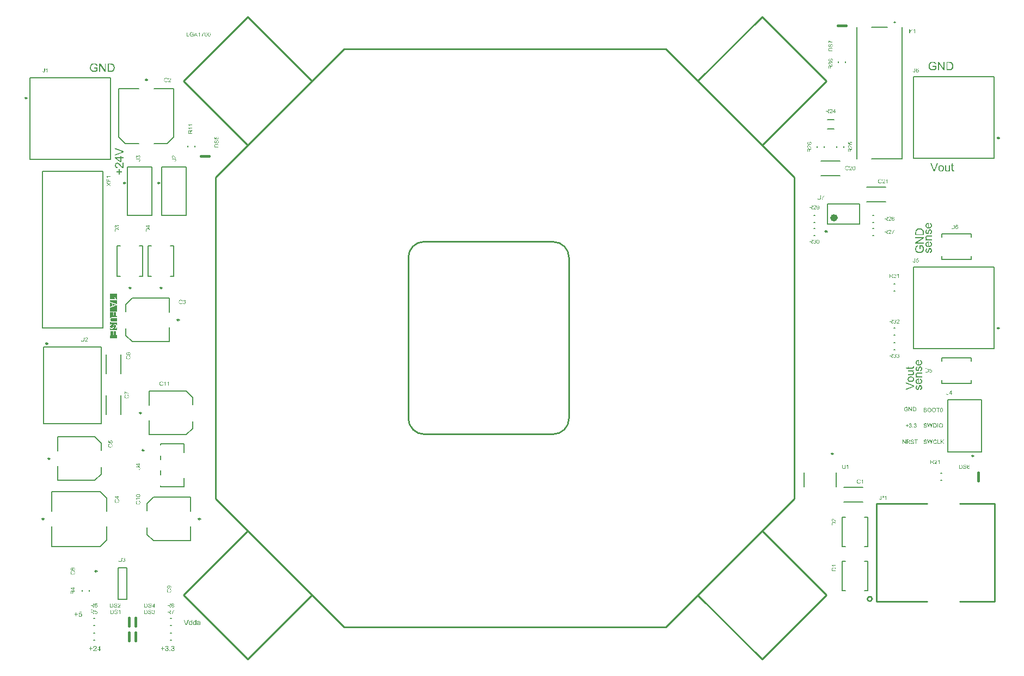
<source format=gto>
%FSLAX23Y23*%
%MOIN*%
%SFA1B1*%

%IPPOS*%
%ADD10C,0.009840*%
%ADD11C,0.011810*%
%ADD12C,0.010000*%
%ADD13C,0.007870*%
%ADD14C,0.023620*%
%ADD15C,0.005000*%
%ADD16C,0.015750*%
%LNpcb1-1*%
%LPD*%
G36*
X1569Y3106D02*
X1540D01*
X1569*
Y3090*
X1569Y3092*
X1569Y3093*
X1569Y3095*
X1569Y3096*
X1568Y3096*
X1568Y3097*
X1568Y3097*
X1568Y3097*
X1568Y3098*
X1568Y3098*
X1568Y3098*
Y3098*
X1567Y3099*
X1567Y3100*
X1566Y3101*
X1565Y3102*
X1565Y3102*
X1564Y3103*
X1564Y3103*
X1564Y3103*
X1564*
X1563Y3104*
X1562Y3104*
X1561Y3104*
X1560Y3105*
X1559Y3105*
X1558Y3105*
X1558Y3105*
X1558*
X1558*
X1558*
X1557Y3105*
X1556Y3105*
X1555Y3104*
X1554Y3104*
X1553Y3104*
X1553Y3104*
X1553Y3104*
X1553Y3104*
X1553*
X1552Y3103*
X1551Y3102*
X1550Y3101*
X1550Y3101*
X1549Y3100*
X1549Y3100*
X1549Y3099*
X1549Y3099*
X1549Y3099*
Y3099*
X1549Y3099*
X1548Y3098*
X1548Y3097*
X1547Y3096*
X1547Y3094*
X1547Y3093*
X1546Y3092*
X1546Y3092*
X1546Y3092*
X1546Y3091*
X1546Y3091*
Y3091*
X1546Y3090*
X1546Y3089*
X1545Y3088*
X1545Y3088*
X1545Y3087*
X1545Y3086*
X1545Y3086*
X1545Y3085*
X1544Y3085*
X1544Y3084*
X1544Y3084*
X1544Y3084*
X1544Y3084*
X1544Y3084*
X1544Y3083*
X1543Y3082*
X1543Y3081*
X1543Y3081*
X1542Y3080*
X1542Y3080*
X1542Y3080*
X1542Y3080*
X1541Y3080*
X1541Y3079*
X1540Y3079*
X1539Y3079*
X1539Y3079*
X1539Y3079*
X1538*
X1538*
X1538Y3079*
X1537Y3079*
X1536Y3079*
X1536Y3079*
X1535Y3080*
X1535Y3080*
X1535Y3080*
X1535Y3080*
X1534Y3080*
X1534Y3081*
X1533Y3082*
X1533Y3082*
X1533Y3083*
X1532Y3083*
X1532Y3083*
X1532Y3084*
Y3084*
X1532Y3084*
X1532Y3085*
X1531Y3086*
X1531Y3087*
X1531Y3088*
X1531Y3089*
Y3089*
X1531Y3090*
X1531Y3092*
X1532Y3093*
X1532Y3094*
X1532Y3094*
X1532Y3095*
X1532Y3095*
X1532Y3095*
X1532Y3095*
X1532Y3095*
Y3095*
X1533Y3096*
X1533Y3097*
X1534Y3098*
X1535Y3099*
X1535Y3099*
X1535Y3099*
X1536Y3100*
X1536Y3100*
X1536Y3100*
X1537Y3100*
X1538Y3101*
X1539Y3101*
X1540Y3101*
X1540Y3101*
X1541*
X1541Y3101*
X1541*
X1541*
X1540Y3106*
X1533*
X1540*
X1539Y3106*
X1537Y3106*
X1536Y3106*
X1535Y3105*
X1535Y3105*
X1534Y3105*
X1534Y3105*
X1533Y3105*
X1533Y3104*
X1533Y3104*
X1533Y3104*
X1533*
X1532Y3103*
X1531Y3102*
X1530Y3101*
X1529Y3100*
X1529Y3100*
X1528Y3099*
X1528Y3099*
X1528Y3099*
X1528Y3098*
X1528Y3098*
Y3098*
X1527Y3097*
X1527Y3095*
X1527Y3094*
X1527Y3092*
X1526Y3091*
X1526Y3091*
X1526Y3090*
Y3090*
X1526Y3089*
Y3106*
X1533*
X1526*
Y3073*
Y3089*
X1526Y3087*
X1527Y3086*
X1527Y3084*
X1527Y3083*
X1527Y3083*
X1527Y3082*
X1528Y3082*
X1528Y3081*
X1528Y3081*
X1528Y3081*
X1528Y3081*
Y3081*
X1529Y3080*
X1529Y3078*
X1530Y3078*
X1531Y3077*
X1531Y3076*
X1532Y3076*
X1532Y3076*
X1532Y3075*
X1532Y3075*
X1532*
X1534Y3075*
X1535Y3074*
X1536Y3074*
X1537Y3074*
X1537Y3074*
X1538Y3073*
X1538*
X1538Y3073*
X1526*
X1539*
X1540Y3073*
X1541Y3074*
X1542Y3074*
X1543Y3074*
X1544Y3075*
X1544Y3075*
X1544Y3075*
X1544Y3075*
X1545Y3075*
X1545*
X1545Y3076*
X1546Y3077*
X1547Y3078*
X1548Y3079*
X1548Y3079*
X1549Y3080*
X1549Y3080*
X1549Y3080*
X1549Y3081*
Y3081*
X1549Y3081*
X1549Y3082*
X1549Y3082*
X1550Y3083*
X1550Y3085*
X1551Y3086*
X1551Y3087*
X1551Y3088*
X1551Y3088*
X1551Y3089*
X1551Y3089*
X1551Y3090*
X1551Y3090*
Y3090*
X1552Y3091*
X1552Y3092*
X1552Y3093*
X1553Y3094*
X1553Y3095*
X1553Y3095*
X1553Y3096*
X1554Y3096*
X1554Y3097*
X1554Y3097*
X1554Y3097*
X1554Y3098*
X1554Y3098*
X1554Y3098*
X1554Y3098*
X1555Y3099*
X1556Y3099*
X1556Y3099*
X1557Y3099*
X1557Y3100*
X1558Y3100*
X1558*
X1558*
X1559Y3100*
X1560Y3099*
X1561Y3099*
X1561Y3098*
X1562Y3098*
X1562Y3098*
X1562Y3097*
X1563Y3097*
X1563Y3097*
X1563Y3096*
X1564Y3095*
X1564Y3094*
X1564Y3093*
X1564Y3092*
X1564Y3091*
X1564Y3091*
Y3089*
X1564Y3088*
X1564Y3088*
X1564Y3087*
X1564Y3086*
X1564Y3086*
X1564Y3085*
X1563Y3085*
X1563Y3084*
X1563Y3084*
X1563Y3084*
X1563Y3083*
X1563Y3083*
X1562Y3083*
X1562Y3083*
X1562Y3082*
X1561Y3081*
X1560Y3081*
X1559Y3081*
X1558Y3080*
X1557Y3080*
X1557Y3080*
X1557Y3080*
X1557Y3080*
X1557*
X1556*
X1557Y3075*
X1558Y3075*
X1559Y3075*
X1560Y3075*
X1561Y3076*
X1562Y3076*
X1563Y3076*
X1563Y3076*
X1563Y3077*
X1563Y3077*
X1563Y3077*
X1563*
X1564Y3077*
X1565Y3078*
X1566Y3079*
X1567Y3080*
X1567Y3081*
X1568Y3082*
X1568Y3082*
X1568Y3082*
X1568Y3082*
Y3082*
X1568Y3084*
X1569Y3085*
X1569Y3086*
X1569Y3088*
X1569Y3088*
X1569Y3089*
Y3089*
X1569Y3090*
Y3073*
Y3016*
X1526*
Y3290*
X1569*
Y3106*
G37*
G36*
X6482Y2885D02*
Y2857D01*
X6482*
X6482*
X6482Y2857*
X6483Y2858*
X6483Y2858*
X6484Y2858*
X6485Y2858*
X6487Y2858*
X6488Y2859*
X6490Y2860*
X6490Y2860*
X6491Y2861*
X6491Y2861*
X6491Y2861*
X6491Y2861*
X6492Y2861*
X6492Y2862*
X6493Y2863*
X6493Y2864*
X6494Y2865*
X6494Y2867*
X6494Y2868*
X6494Y2869*
Y2869*
X6494Y2870*
X6494Y2871*
X6494Y2872*
X6494Y2873*
X6493Y2874*
X6493Y2874*
X6492Y2875*
X6492Y2875*
X6492Y2875*
X6491Y2876*
X6490Y2876*
X6489Y2877*
X6488Y2878*
X6487Y2878*
X6488Y2885*
X6488*
X6488Y2885*
X6488Y2885*
X6488Y2885*
X6489Y2884*
X6490Y2884*
X6491Y2884*
X6492Y2883*
X6494Y2882*
X6495Y2881*
X6496Y2879*
Y2879*
X6497Y2879*
X6497Y2879*
X6497Y2878*
X6497Y2878*
X6497Y2878*
X6498Y2877*
X6498Y2876*
X6498Y2876*
X6499Y2875*
X6499Y2874*
X6499Y2873*
X6499Y2871*
X6499Y2870*
X6500Y2869*
Y2868*
X6499Y2868*
Y2867*
X6499Y2867*
X6499Y2866*
X6499Y2865*
X6499Y2864*
X6499Y2863*
X6498Y2862*
X6498Y2861*
X6497Y2860*
X6497Y2859*
X6496Y2858*
X6495Y2857*
X6495Y2856*
X6494Y2856*
X6494Y2855*
X6494Y2855*
X6494Y2855*
X6493Y2855*
X6492Y2854*
X6492Y2854*
X6491Y2853*
X6490Y2853*
X6489Y2852*
X6488Y2852*
X6487Y2852*
X6485Y2851*
X6484Y2851*
X6482Y2851*
X6481Y2851*
X6480*
X6480*
X6480Y2851*
X6479*
X6478Y2851*
X6477Y2851*
X6476Y2851*
X6475Y2852*
X6474Y2852*
X6473Y2852*
X6472Y2852*
X6470Y2853*
X6469Y2854*
X6468Y2854*
X6467Y2855*
X6466Y2856*
X6466Y2856*
X6466Y2856*
X6466Y2856*
X6465Y2857*
X6465Y2857*
X6464Y2858*
X6464Y2858*
X6463Y2859*
X6463Y2860*
X6462Y2861*
X6462Y2862*
X6462Y2863*
X6461Y2864*
X6461Y2865*
X6461Y2867*
X6461Y2868*
Y2869*
X6461Y2869*
X6461Y2870*
X6461Y2871*
X6461Y2872*
X6461Y2873*
X6462Y2873*
X6462Y2874*
X6462Y2875*
X6463Y2876*
X6464Y2878*
X6464Y2879*
X6465Y2879*
X6466Y2880*
X6466Y2880*
X6466Y2881*
X6466Y2881*
X6467Y2881*
X6467Y2881*
X6468Y2882*
X6469Y2882*
X6470Y2883*
X6471Y2883*
X6472Y2884*
X6473Y2884*
X6474Y2884*
X6475Y2885*
X6477Y2885*
X6478Y2885*
X6480Y2885*
X6480*
X6481*
X6481*
X6482Y2885*
G37*
G36*
X6450Y2845D02*
X6450Y2845D01*
X6450Y2845*
X6450Y2844*
X6450Y2843*
X6450Y2842*
X6450Y2841*
Y2840*
X6450Y2840*
X6450Y2839*
X6450Y2838*
X6450Y2837*
X6450Y2836*
X6449Y2836*
X6449Y2836*
X6449Y2835*
X6449Y2835*
X6448Y2835*
X6448Y2834*
X6448Y2834*
X6447Y2833*
X6446Y2833*
X6446*
X6446Y2833*
X6446Y2833*
X6445Y2833*
X6444Y2833*
X6444Y2832*
X6443Y2832*
X6442Y2832*
X6442Y2832*
X6441*
X6440Y2832*
X6439*
X6418*
Y2828*
X6413*
Y2832*
X6404*
X6400Y2838*
X6413*
Y2845*
X6418*
Y2838*
X6439*
X6439*
X6440*
X6440*
X6441Y2838*
X6441*
X6442Y2839*
X6442Y2839*
X6443Y2839*
X6443Y2839*
X6443Y2839*
X6444Y2839*
X6444Y2840*
Y2840*
X6444Y2840*
X6444Y2840*
X6444Y2840*
X6444Y2841*
X6444Y2842*
Y2843*
X6444Y2843*
Y2844*
X6444Y2844*
X6444Y2845*
X6450Y2846*
Y2845*
G37*
G36*
X6489Y2846D02*
X6490Y2845D01*
X6491Y2845*
X6492Y2845*
X6493Y2844*
X6494Y2844*
X6494Y2844*
X6494Y2843*
X6495Y2843*
X6495Y2842*
X6496Y2842*
X6497Y2841*
X6497Y2840*
X6498Y2838*
Y2838*
X6498Y2838*
X6498Y2838*
X6498Y2838*
X6499Y2837*
X6499Y2836*
X6499Y2835*
X6499Y2834*
X6499Y2832*
X6500Y2831*
Y2830*
X6499Y2829*
Y2829*
X6499Y2828*
X6499Y2827*
X6499Y2827*
X6499Y2825*
X6498Y2823*
X6498Y2821*
X6497Y2820*
X6497Y2820*
X6497Y2820*
X6496Y2819*
X6496Y2819*
X6496Y2819*
X6496Y2819*
X6495Y2818*
X6495Y2818*
X6494Y2818*
X6494Y2817*
X6493Y2817*
X6492Y2816*
X6492Y2816*
X6491Y2816*
X6490Y2815*
X6489Y2815*
X6488Y2815*
X6487Y2821*
X6487*
X6487*
X6487Y2821*
X6487Y2821*
X6488Y2821*
X6489Y2822*
X6490Y2822*
X6491Y2822*
X6492Y2823*
X6492Y2824*
X6492Y2824*
X6493Y2824*
X6493Y2825*
X6493Y2826*
X6494Y2827*
X6494Y2828*
X6494Y2829*
X6494Y2831*
Y2831*
X6494Y2832*
X6494Y2833*
X6494Y2834*
X6494Y2835*
X6493Y2836*
X6493Y2837*
X6493Y2837*
X6492Y2837*
X6492Y2838*
X6491Y2838*
X6491Y2838*
X6490Y2839*
X6489Y2839*
X6488Y2839*
X6488*
X6488*
X6488Y2839*
X6487Y2839*
X6487Y2839*
X6486Y2838*
X6486Y2838*
X6485Y2837*
X6485Y2837*
X6485Y2837*
X6485Y2837*
X6485Y2836*
X6484Y2836*
X6484Y2835*
X6484Y2835*
X6484Y2834*
X6484Y2833*
X6484Y2833*
X6483Y2832*
X6483Y2831*
Y2831*
X6483Y2831*
X6483Y2830*
X6483Y2830*
X6483Y2829*
X6482Y2829*
X6482Y2827*
X6482Y2825*
X6481Y2824*
X6481Y2823*
X6480Y2822*
X6480Y2822*
X6480Y2821*
X6480Y2821*
X6480Y2821*
X6479Y2820*
X6479Y2820*
X6479Y2819*
X6478Y2818*
X6477Y2818*
X6477Y2817*
X6476Y2817*
X6476Y2817*
X6476Y2817*
X6475Y2817*
X6474Y2816*
X6473Y2816*
X6473Y2816*
X6472Y2816*
X6471*
X6471*
X6471Y2816*
X6470Y2816*
X6469Y2816*
X6469Y2816*
X6468Y2817*
X6467Y2817*
X6467Y2817*
X6467Y2817*
X6466Y2817*
X6466Y2818*
X6465Y2818*
X6465Y2819*
X6464Y2819*
X6463Y2820*
X6463Y2820*
X6463Y2820*
X6463Y2821*
X6463Y2821*
X6462Y2822*
X6462Y2822*
X6462Y2823*
X6462Y2824*
X6462Y2824*
X6461Y2825*
X6461Y2825*
X6461Y2826*
X6461Y2827*
X6461Y2827*
X6461Y2828*
Y2830*
X6461Y2831*
Y2831*
X6461Y2832*
X6461Y2833*
X6461Y2835*
X6462Y2836*
X6462Y2837*
Y2837*
X6462Y2837*
X6462Y2838*
X6463Y2838*
X6463Y2839*
X6463Y2840*
X6464Y2841*
X6465Y2841*
X6466Y2842*
X6466Y2842*
X6466Y2842*
X6466Y2843*
X6467Y2843*
X6468Y2843*
X6469Y2844*
X6470Y2844*
X6471Y2844*
X6472Y2838*
X6472*
X6472Y2838*
X6471Y2838*
X6470Y2838*
X6470Y2837*
X6469Y2837*
X6468Y2836*
X6468Y2836*
X6468Y2836*
X6467Y2835*
X6467Y2835*
X6467Y2834*
X6467Y2833*
X6466Y2832*
X6466Y2831*
X6466Y2830*
Y2829*
X6466Y2828*
X6466Y2828*
X6466Y2827*
X6467Y2825*
X6467Y2825*
X6467Y2824*
X6468Y2824*
X6468Y2823*
X6468Y2823*
X6468Y2823*
X6469Y2823*
X6469Y2822*
X6470Y2822*
X6471Y2822*
X6471*
X6471*
X6471Y2822*
X6472*
X6472Y2822*
X6473Y2822*
X6473Y2823*
X6473Y2823*
X6473Y2823*
X6473Y2823*
X6474Y2823*
X6474Y2824*
X6474Y2824*
X6474Y2825*
X6475Y2825*
Y2825*
X6475Y2825*
X6475Y2826*
X6475Y2826*
X6475Y2827*
X6475Y2827*
X6475Y2828*
X6476Y2828*
X6476Y2829*
X6476Y2830*
X6476Y2831*
Y2831*
X6476Y2831*
X6476Y2831*
X6477Y2832*
X6477Y2832*
X6477Y2833*
X6477Y2834*
X6478Y2836*
X6478Y2837*
X6479Y2839*
X6479Y2839*
X6479Y2840*
X6479Y2840*
X6479Y2840*
X6480Y2841*
X6480Y2841*
X6480Y2842*
X6481Y2843*
X6482Y2843*
X6482Y2844*
X6483Y2844*
X6483Y2844*
X6483Y2845*
X6484Y2845*
X6485Y2845*
X6486Y2845*
X6487Y2846*
X6488Y2846*
X6488*
X6488*
X6488*
X6489Y2846*
G37*
G36*
X6450Y2816D02*
X6444D01*
X6444Y2816*
X6445Y2815*
X6445Y2815*
X6445Y2815*
X6446Y2814*
X6446Y2814*
X6447Y2813*
X6447Y2813*
X6448Y2812*
X6449Y2811*
X6449Y2810*
X6450Y2809*
X6450Y2808*
X6450Y2807*
X6451Y2805*
X6451Y2804*
Y2803*
X6451Y2803*
X6450Y2802*
X6450Y2801*
X6450Y2800*
X6450Y2799*
X6449Y2798*
X6449Y2798*
X6449Y2797*
X6449Y2797*
X6449Y2796*
X6448Y2795*
X6448Y2795*
X6447Y2794*
X6446Y2793*
X6446Y2793*
X6446Y2793*
X6446Y2793*
X6445Y2793*
X6444Y2792*
X6443Y2792*
X6443Y2792*
X6442Y2792*
X6441*
X6441Y2791*
X6441Y2791*
X6440*
X6439Y2791*
X6438Y2791*
X6437Y2791*
X6436*
X6413*
Y2797*
X6433*
X6433*
X6433*
X6434*
X6434*
X6434*
X6435*
X6436Y2798*
X6437*
X6438Y2798*
X6439Y2798*
X6440Y2798*
X6440Y2798*
X6440*
X6440Y2798*
X6441Y2798*
X6441Y2798*
X6442Y2799*
X6443Y2799*
X6443Y2800*
X6444Y2800*
X6444Y2800*
X6444Y2801*
X6444Y2801*
X6444Y2802*
X6445Y2802*
X6445Y2803*
X6445Y2804*
X6445Y2805*
Y2806*
X6445Y2806*
X6445Y2807*
X6445Y2808*
X6445Y2809*
X6444Y2809*
X6444Y2810*
X6444Y2811*
X6444Y2811*
X6443Y2811*
X6443Y2812*
X6442Y2812*
X6442Y2813*
X6441Y2813*
X6440Y2814*
X6440Y2814*
X6439Y2814*
X6439Y2814*
X6438Y2814*
X6437Y2815*
X6436Y2815*
X6434Y2815*
X6433Y2815*
X6413*
Y2821*
X6450*
Y2816*
G37*
G36*
X6499Y2801D02*
X6476D01*
X6476*
X6476*
X6476*
X6476*
X6475Y2801*
X6474*
X6473Y2801*
X6472Y2801*
X6471Y2801*
X6471Y2801*
X6470*
X6470Y2800*
X6470Y2800*
X6469Y2800*
X6469Y2800*
X6468Y2799*
X6468Y2799*
X6467Y2798*
X6467Y2798*
X6467Y2798*
X6467Y2797*
X6467Y2797*
X6467Y2796*
X6466Y2795*
X6466Y2795*
X6466Y2794*
Y2793*
X6466Y2793*
X6466Y2792*
X6467Y2791*
X6467Y2790*
X6467Y2789*
X6468Y2788*
X6469Y2787*
X6469Y2787*
X6469Y2786*
X6469Y2786*
X6470Y2786*
X6470Y2786*
X6470Y2786*
X6471Y2785*
X6472Y2785*
X6472Y2785*
X6473Y2784*
X6474Y2784*
X6475Y2784*
X6476Y2784*
X6477Y2784*
X6479Y2784*
X6499*
Y2778*
X6462*
Y2783*
X6467*
X6467Y2783*
X6467Y2783*
X6466Y2784*
X6466Y2784*
X6466Y2784*
X6465Y2785*
X6464Y2785*
X6464Y2786*
X6463Y2787*
X6463Y2788*
X6462Y2789*
X6462Y2790*
X6461Y2791*
X6461Y2792*
X6461Y2794*
X6461Y2795*
Y2796*
X6461Y2796*
X6461Y2797*
X6461Y2798*
X6461Y2799*
X6462Y2800*
X6462Y2801*
X6462Y2801*
X6462Y2802*
X6463Y2802*
X6463Y2803*
X6463Y2803*
X6464Y2804*
X6465Y2805*
X6465Y2805*
X6465Y2805*
X6466Y2806*
X6466Y2806*
X6467Y2806*
X6467Y2806*
X6468Y2807*
X6469Y2807*
X6470Y2807*
X6470*
X6470Y2807*
X6471Y2807*
X6471Y2807*
X6472Y2808*
X6473Y2808*
X6474Y2808*
X6476*
X6499*
Y2801*
G37*
G36*
X6433Y2784D02*
X6433Y2784D01*
X6434Y2784*
X6435Y2784*
X6437Y2783*
X6438Y2783*
X6440Y2782*
X6441Y2782*
X6442Y2782*
X6442*
X6442Y2782*
X6442Y2782*
X6443Y2781*
X6443Y2781*
X6444Y2780*
X6445Y2779*
X6446Y2778*
X6447Y2777*
X6448Y2775*
Y2775*
X6448Y2775*
X6449Y2775*
X6449Y2775*
X6449Y2774*
X6449Y2774*
X6449Y2773*
X6450Y2772*
X6450Y2770*
X6451Y2768*
X6451Y2767*
Y2766*
X6451Y2766*
Y2765*
X6450Y2765*
X6450Y2764*
X6450Y2763*
X6450Y2762*
X6450Y2761*
X6449Y2760*
X6449Y2759*
X6449Y2758*
X6448Y2757*
X6447Y2756*
X6447Y2755*
X6446Y2754*
X6446Y2754*
X6445Y2754*
X6445Y2754*
X6445Y2753*
X6444Y2753*
X6444Y2753*
X6443Y2752*
X6442Y2752*
X6441Y2751*
X6440Y2751*
X6439Y2750*
X6437Y2750*
X6436Y2750*
X6435Y2749*
X6433Y2749*
X6431Y2749*
X6431*
X6431*
X6430Y2749*
X6430*
X6429Y2749*
X6428Y2750*
X6427Y2750*
X6426Y2750*
X6424Y2750*
X6423Y2751*
X6422Y2751*
X6420Y2752*
X6419Y2752*
X6418Y2753*
X6417Y2754*
X6416Y2755*
X6416Y2755*
X6416Y2755*
X6416Y2755*
X6415Y2756*
X6415Y2756*
X6415Y2757*
X6414Y2757*
X6414Y2758*
X6414Y2759*
X6413Y2760*
X6413Y2761*
X6413Y2762*
X6412Y2763*
X6412Y2764*
X6412Y2765*
X6412Y2767*
Y2767*
X6412Y2768*
X6412Y2769*
X6412Y2769*
X6412Y2770*
X6412Y2771*
X6413Y2772*
X6413Y2773*
X6414Y2774*
X6414Y2775*
X6415Y2776*
X6415Y2777*
X6416Y2778*
X6417Y2779*
X6417Y2779*
X6417Y2779*
X6417Y2780*
X6418Y2780*
X6418Y2780*
X6419Y2781*
X6420Y2781*
X6421Y2782*
X6421Y2782*
X6422Y2782*
X6424Y2783*
X6425Y2783*
X6426Y2783*
X6428Y2784*
X6429Y2784*
X6431Y2784*
X6431*
X6431*
X6431*
X6432*
X6433Y2784*
G37*
G36*
X6482Y2770D02*
Y2742D01*
X6482*
X6482*
X6482Y2742*
X6483Y2742*
X6483Y2742*
X6484Y2742*
X6485Y2743*
X6487Y2743*
X6488Y2744*
X6490Y2745*
X6490Y2745*
X6491Y2746*
X6491Y2746*
X6491Y2746*
X6491Y2746*
X6492Y2746*
X6492Y2747*
X6493Y2748*
X6493Y2749*
X6494Y2750*
X6494Y2752*
X6494Y2752*
X6494Y2753*
Y2754*
X6494Y2755*
X6494Y2755*
X6494Y2756*
X6494Y2757*
X6493Y2758*
X6493Y2759*
X6492Y2759*
X6492Y2760*
X6492Y2760*
X6491Y2761*
X6490Y2761*
X6489Y2762*
X6488Y2763*
X6487Y2763*
X6488Y2770*
X6488*
X6488Y2770*
X6488Y2769*
X6488Y2769*
X6489Y2769*
X6490Y2769*
X6491Y2768*
X6492Y2768*
X6494Y2767*
X6495Y2765*
X6496Y2764*
Y2764*
X6497Y2764*
X6497Y2764*
X6497Y2763*
X6497Y2763*
X6497Y2762*
X6498Y2762*
X6498Y2761*
X6498Y2760*
X6499Y2760*
X6499Y2759*
X6499Y2758*
X6499Y2756*
X6499Y2755*
X6500Y2753*
Y2753*
X6499Y2753*
Y2752*
X6499Y2751*
X6499Y2751*
X6499Y2750*
X6499Y2749*
X6499Y2748*
X6498Y2747*
X6498Y2746*
X6497Y2744*
X6497Y2743*
X6496Y2742*
X6495Y2741*
X6495Y2740*
X6494Y2740*
X6494Y2740*
X6494Y2740*
X6494Y2740*
X6493Y2739*
X6492Y2739*
X6492Y2738*
X6491Y2738*
X6490Y2738*
X6489Y2737*
X6488Y2737*
X6487Y2736*
X6485Y2736*
X6484Y2736*
X6482Y2736*
X6481Y2736*
X6480*
X6480*
X6480Y2736*
X6479*
X6478Y2736*
X6477Y2736*
X6476Y2736*
X6475Y2736*
X6474Y2737*
X6473Y2737*
X6472Y2737*
X6470Y2738*
X6469Y2738*
X6468Y2739*
X6467Y2740*
X6466Y2740*
X6466Y2741*
X6466Y2741*
X6466Y2741*
X6465Y2741*
X6465Y2742*
X6464Y2742*
X6464Y2743*
X6463Y2744*
X6463Y2745*
X6462Y2746*
X6462Y2747*
X6462Y2748*
X6461Y2749*
X6461Y2750*
X6461Y2752*
X6461Y2753*
Y2754*
X6461Y2754*
X6461Y2755*
X6461Y2756*
X6461Y2756*
X6461Y2757*
X6462Y2758*
X6462Y2759*
X6462Y2760*
X6463Y2761*
X6464Y2762*
X6464Y2763*
X6465Y2764*
X6466Y2765*
X6466Y2765*
X6466Y2765*
X6466Y2766*
X6467Y2766*
X6467Y2766*
X6468Y2767*
X6469Y2767*
X6470Y2768*
X6471Y2768*
X6472Y2768*
X6473Y2769*
X6474Y2769*
X6475Y2769*
X6477Y2770*
X6478Y2770*
X6480Y2770*
X6480*
X6481*
X6481*
X6482Y2770*
G37*
G36*
X6489Y2730D02*
X6490Y2730D01*
X6491Y2730*
X6492Y2730*
X6493Y2729*
X6494Y2728*
X6494Y2728*
X6494Y2728*
X6495Y2728*
X6495Y2727*
X6496Y2726*
X6497Y2725*
X6497Y2724*
X6498Y2723*
Y2723*
X6498Y2723*
X6498Y2723*
X6498Y2723*
X6499Y2722*
X6499Y2721*
X6499Y2720*
X6499Y2718*
X6499Y2717*
X6500Y2715*
Y2715*
X6499Y2714*
Y2714*
X6499Y2713*
X6499Y2712*
X6499Y2711*
X6499Y2709*
X6498Y2708*
X6498Y2706*
X6497Y2705*
X6497Y2704*
X6497Y2704*
X6496Y2704*
X6496Y2704*
X6496Y2704*
X6496Y2703*
X6495Y2703*
X6495Y2703*
X6494Y2702*
X6494Y2702*
X6493Y2701*
X6492Y2701*
X6492Y2701*
X6491Y2700*
X6490Y2700*
X6489Y2700*
X6488Y2700*
X6487Y2706*
X6487*
X6487*
X6487Y2706*
X6487Y2706*
X6488Y2706*
X6489Y2706*
X6490Y2707*
X6491Y2707*
X6492Y2708*
X6492Y2709*
X6492Y2709*
X6493Y2709*
X6493Y2710*
X6493Y2710*
X6494Y2711*
X6494Y2712*
X6494Y2714*
X6494Y2715*
Y2716*
X6494Y2717*
X6494Y2718*
X6494Y2719*
X6494Y2720*
X6493Y2721*
X6493Y2722*
X6493Y2722*
X6492Y2722*
X6492Y2722*
X6491Y2723*
X6491Y2723*
X6490Y2724*
X6489Y2724*
X6488Y2724*
X6488*
X6488*
X6488Y2724*
X6487Y2724*
X6487Y2723*
X6486Y2723*
X6486Y2723*
X6485Y2722*
X6485Y2722*
X6485Y2722*
X6485Y2721*
X6485Y2721*
X6484Y2720*
X6484Y2720*
X6484Y2719*
X6484Y2719*
X6484Y2718*
X6484Y2717*
X6483Y2716*
X6483Y2716*
Y2715*
X6483Y2715*
X6483Y2715*
X6483Y2714*
X6483Y2714*
X6482Y2713*
X6482Y2712*
X6482Y2710*
X6481Y2709*
X6481Y2708*
X6480Y2707*
X6480Y2706*
X6480Y2706*
X6480Y2706*
X6480Y2705*
X6479Y2705*
X6479Y2704*
X6479Y2704*
X6478Y2703*
X6477Y2703*
X6477Y2702*
X6476Y2702*
X6476Y2702*
X6476Y2702*
X6475Y2701*
X6474Y2701*
X6473Y2701*
X6473Y2701*
X6472Y2701*
X6471*
X6471*
X6471Y2701*
X6470Y2701*
X6469Y2701*
X6469Y2701*
X6468Y2701*
X6467Y2702*
X6467Y2702*
X6467Y2702*
X6466Y2702*
X6466Y2703*
X6465Y2703*
X6465Y2704*
X6464Y2704*
X6463Y2705*
X6463Y2705*
X6463Y2705*
X6463Y2705*
X6463Y2706*
X6462Y2706*
X6462Y2707*
X6462Y2708*
X6462Y2709*
X6462Y2709*
X6461Y2709*
X6461Y2710*
X6461Y2710*
X6461Y2711*
X6461Y2712*
X6461Y2713*
Y2715*
X6461Y2715*
Y2716*
X6461Y2717*
X6461Y2718*
X6461Y2719*
X6462Y2721*
X6462Y2722*
Y2722*
X6462Y2722*
X6462Y2722*
X6463Y2723*
X6463Y2724*
X6463Y2724*
X6464Y2725*
X6465Y2726*
X6466Y2727*
X6466Y2727*
X6466Y2727*
X6466Y2727*
X6467Y2728*
X6468Y2728*
X6469Y2728*
X6470Y2729*
X6471Y2729*
X6472Y2723*
X6472*
X6472Y2723*
X6471Y2723*
X6470Y2722*
X6470Y2722*
X6469Y2722*
X6468Y2721*
X6468Y2720*
X6468Y2720*
X6467Y2720*
X6467Y2720*
X6467Y2719*
X6467Y2718*
X6466Y2717*
X6466Y2716*
X6466Y2715*
Y2714*
X6466Y2713*
X6466Y2712*
X6466Y2711*
X6467Y2710*
X6467Y2709*
X6467Y2708*
X6468Y2708*
X6468Y2708*
X6468Y2708*
X6468Y2708*
X6469Y2707*
X6469Y2707*
X6470Y2707*
X6471Y2707*
X6471*
X6471*
X6471Y2707*
X6472*
X6472Y2707*
X6473Y2707*
X6473Y2707*
X6473Y2707*
X6473Y2707*
X6473Y2708*
X6474Y2708*
X6474Y2708*
X6474Y2709*
X6474Y2709*
X6475Y2710*
Y2710*
X6475Y2710*
X6475Y2710*
X6475Y2711*
X6475Y2712*
X6475Y2712*
X6475Y2713*
X6476Y2713*
X6476Y2714*
X6476Y2715*
X6476Y2715*
Y2715*
X6476Y2716*
X6476Y2716*
X6477Y2716*
X6477Y2717*
X6477Y2718*
X6477Y2719*
X6478Y2721*
X6478Y2722*
X6479Y2723*
X6479Y2724*
X6479Y2725*
X6479Y2725*
X6479Y2725*
X6480Y2726*
X6480Y2726*
X6480Y2727*
X6481Y2727*
X6482Y2728*
X6482Y2729*
X6483Y2729*
X6483Y2729*
X6483Y2729*
X6484Y2730*
X6485Y2730*
X6486Y2730*
X6487Y2730*
X6488Y2730*
X6488*
X6488*
X6488*
X6489Y2730*
G37*
G36*
X6450Y2726D02*
Y2719D01*
X6399Y2699*
Y2707*
X6436Y2720*
X6436*
X6436Y2720*
X6436Y2720*
X6437Y2720*
X6437Y2721*
X6437Y2721*
X6439Y2721*
X6440Y2721*
X6441Y2722*
X6443Y2722*
X6444Y2723*
X6444*
X6444Y2723*
X6444Y2723*
X6443Y2723*
X6443Y2723*
X6443Y2723*
X6442Y2724*
X6440Y2724*
X6439Y2724*
X6437Y2725*
X6436Y2726*
X6399Y2739*
Y2746*
X6450Y2726*
G37*
G36*
X6542Y3725D02*
Y3697D01*
X6542*
X6542*
X6542Y3697*
X6543Y3698*
X6543Y3698*
X6544Y3698*
X6545Y3698*
X6547Y3698*
X6548Y3699*
X6550Y3700*
X6550Y3700*
X6551Y3701*
X6551Y3701*
X6551Y3701*
X6551Y3701*
X6552Y3701*
X6552Y3702*
X6553Y3703*
X6553Y3704*
X6554Y3705*
X6554Y3707*
X6554Y3708*
X6554Y3709*
Y3709*
X6554Y3710*
X6554Y3711*
X6554Y3712*
X6554Y3713*
X6553Y3714*
X6553Y3714*
X6552Y3715*
X6552Y3715*
X6552Y3715*
X6551Y3716*
X6550Y3716*
X6549Y3717*
X6548Y3718*
X6547Y3718*
X6548Y3725*
X6548*
X6548Y3725*
X6548Y3725*
X6548Y3725*
X6549Y3724*
X6550Y3724*
X6551Y3724*
X6552Y3723*
X6554Y3722*
X6555Y3721*
X6556Y3719*
Y3719*
X6557Y3719*
X6557Y3719*
X6557Y3718*
X6557Y3718*
X6557Y3718*
X6558Y3717*
X6558Y3716*
X6558Y3716*
X6559Y3715*
X6559Y3714*
X6559Y3713*
X6559Y3711*
X6559Y3710*
X6560Y3709*
Y3708*
X6559Y3708*
Y3707*
X6559Y3707*
X6559Y3706*
X6559Y3705*
X6559Y3704*
X6559Y3703*
X6558Y3702*
X6558Y3701*
X6557Y3700*
X6557Y3699*
X6556Y3698*
X6555Y3697*
X6555Y3696*
X6554Y3696*
X6554Y3695*
X6554Y3695*
X6554Y3695*
X6553Y3695*
X6552Y3694*
X6552Y3694*
X6551Y3693*
X6550Y3693*
X6549Y3692*
X6548Y3692*
X6547Y3692*
X6545Y3691*
X6544Y3691*
X6542Y3691*
X6541Y3691*
X6540*
X6540*
X6540Y3691*
X6539*
X6538Y3691*
X6537Y3691*
X6536Y3691*
X6535Y3692*
X6534Y3692*
X6533Y3692*
X6532Y3692*
X6530Y3693*
X6529Y3694*
X6528Y3694*
X6527Y3695*
X6526Y3696*
X6526Y3696*
X6526Y3696*
X6526Y3696*
X6525Y3697*
X6525Y3697*
X6524Y3698*
X6524Y3698*
X6523Y3699*
X6523Y3700*
X6522Y3701*
X6522Y3702*
X6522Y3703*
X6521Y3704*
X6521Y3705*
X6521Y3707*
X6521Y3708*
Y3709*
X6521Y3709*
X6521Y3710*
X6521Y3711*
X6521Y3712*
X6521Y3713*
X6522Y3713*
X6522Y3714*
X6522Y3715*
X6523Y3716*
X6524Y3718*
X6524Y3719*
X6525Y3719*
X6526Y3720*
X6526Y3720*
X6526Y3721*
X6526Y3721*
X6527Y3721*
X6527Y3721*
X6528Y3722*
X6529Y3722*
X6530Y3723*
X6531Y3723*
X6532Y3724*
X6533Y3724*
X6534Y3724*
X6535Y3725*
X6537Y3725*
X6538Y3725*
X6540Y3725*
X6540*
X6541*
X6541*
X6542Y3725*
G37*
G36*
X6549Y3686D02*
X6550Y3685D01*
X6551Y3685*
X6552Y3685*
X6553Y3684*
X6554Y3684*
X6554Y3684*
X6554Y3683*
X6555Y3683*
X6555Y3682*
X6556Y3682*
X6557Y3681*
X6557Y3680*
X6558Y3678*
Y3678*
X6558Y3678*
X6558Y3678*
X6558Y3678*
X6559Y3677*
X6559Y3676*
X6559Y3675*
X6559Y3674*
X6559Y3672*
X6560Y3671*
Y3670*
X6559Y3669*
Y3669*
X6559Y3668*
X6559Y3667*
X6559Y3667*
X6559Y3665*
X6558Y3663*
X6558Y3661*
X6557Y3660*
X6557Y3660*
X6557Y3660*
X6556Y3659*
X6556Y3659*
X6556Y3659*
X6556Y3659*
X6555Y3658*
X6555Y3658*
X6554Y3658*
X6554Y3657*
X6553Y3657*
X6552Y3656*
X6552Y3656*
X6551Y3656*
X6550Y3655*
X6549Y3655*
X6548Y3655*
X6547Y3661*
X6547*
X6547*
X6547Y3661*
X6547Y3661*
X6548Y3661*
X6549Y3662*
X6550Y3662*
X6551Y3662*
X6552Y3663*
X6552Y3664*
X6552Y3664*
X6553Y3664*
X6553Y3665*
X6553Y3666*
X6554Y3667*
X6554Y3668*
X6554Y3669*
X6554Y3671*
Y3671*
X6554Y3672*
X6554Y3673*
X6554Y3674*
X6554Y3675*
X6553Y3676*
X6553Y3677*
X6553Y3677*
X6552Y3677*
X6552Y3678*
X6551Y3678*
X6551Y3678*
X6550Y3679*
X6549Y3679*
X6548Y3679*
X6548*
X6548*
X6548Y3679*
X6547Y3679*
X6547Y3679*
X6546Y3678*
X6546Y3678*
X6545Y3677*
X6545Y3677*
X6545Y3677*
X6545Y3677*
X6545Y3676*
X6544Y3676*
X6544Y3675*
X6544Y3675*
X6544Y3674*
X6544Y3673*
X6544Y3673*
X6543Y3672*
X6543Y3671*
Y3671*
X6543Y3671*
X6543Y3670*
X6543Y3670*
X6543Y3669*
X6542Y3669*
X6542Y3667*
X6542Y3665*
X6541Y3664*
X6541Y3663*
X6540Y3662*
X6540Y3662*
X6540Y3661*
X6540Y3661*
X6540Y3661*
X6539Y3660*
X6539Y3660*
X6539Y3659*
X6538Y3658*
X6537Y3658*
X6537Y3657*
X6536Y3657*
X6536Y3657*
X6536Y3657*
X6535Y3657*
X6534Y3656*
X6533Y3656*
X6533Y3656*
X6532Y3656*
X6531*
X6531*
X6531Y3656*
X6530Y3656*
X6529Y3656*
X6529Y3656*
X6528Y3657*
X6527Y3657*
X6527Y3657*
X6527Y3657*
X6526Y3657*
X6526Y3658*
X6525Y3658*
X6525Y3659*
X6524Y3659*
X6523Y3660*
X6523Y3660*
X6523Y3660*
X6523Y3661*
X6523Y3661*
X6522Y3662*
X6522Y3662*
X6522Y3663*
X6522Y3664*
X6522Y3664*
X6521Y3665*
X6521Y3665*
X6521Y3666*
X6521Y3667*
X6521Y3667*
X6521Y3668*
Y3670*
X6521Y3671*
Y3671*
X6521Y3672*
X6521Y3673*
X6521Y3675*
X6522Y3676*
X6522Y3677*
Y3677*
X6522Y3677*
X6522Y3678*
X6523Y3678*
X6523Y3679*
X6523Y3680*
X6524Y3681*
X6525Y3681*
X6526Y3682*
X6526Y3682*
X6526Y3682*
X6526Y3683*
X6527Y3683*
X6528Y3683*
X6529Y3684*
X6530Y3684*
X6531Y3684*
X6532Y3678*
X6532*
X6532Y3678*
X6531Y3678*
X6530Y3678*
X6530Y3677*
X6529Y3677*
X6528Y3676*
X6528Y3676*
X6528Y3676*
X6527Y3675*
X6527Y3675*
X6527Y3674*
X6527Y3673*
X6526Y3672*
X6526Y3671*
X6526Y3670*
Y3669*
X6526Y3668*
X6526Y3668*
X6526Y3667*
X6527Y3665*
X6527Y3665*
X6527Y3664*
X6528Y3664*
X6528Y3663*
X6528Y3663*
X6528Y3663*
X6529Y3663*
X6529Y3662*
X6530Y3662*
X6531Y3662*
X6531*
X6531*
X6531Y3662*
X6532*
X6532Y3662*
X6533Y3662*
X6533Y3663*
X6533Y3663*
X6533Y3663*
X6533Y3663*
X6534Y3663*
X6534Y3664*
X6534Y3664*
X6534Y3665*
X6535Y3665*
Y3665*
X6535Y3665*
X6535Y3666*
X6535Y3666*
X6535Y3667*
X6535Y3667*
X6535Y3668*
X6536Y3668*
X6536Y3669*
X6536Y3670*
X6536Y3671*
Y3671*
X6536Y3671*
X6536Y3671*
X6537Y3672*
X6537Y3672*
X6537Y3673*
X6537Y3674*
X6538Y3676*
X6538Y3677*
X6539Y3679*
X6539Y3679*
X6539Y3680*
X6539Y3680*
X6539Y3680*
X6540Y3681*
X6540Y3681*
X6540Y3682*
X6541Y3683*
X6542Y3683*
X6542Y3684*
X6543Y3684*
X6543Y3684*
X6543Y3685*
X6544Y3685*
X6545Y3685*
X6546Y3685*
X6547Y3686*
X6548Y3686*
X6548*
X6548*
X6548*
X6549Y3686*
G37*
G36*
X6485Y3691D02*
X6486D01*
X6487Y3691*
X6487Y3691*
X6489Y3691*
X6491Y3690*
X6492Y3690*
X6494Y3689*
X6494*
X6494Y3689*
X6495Y3689*
X6495Y3689*
X6495Y3689*
X6496Y3689*
X6497Y3689*
X6498Y3688*
X6499Y3687*
X6501Y3687*
X6502Y3686*
X6502Y3686*
X6502Y3686*
X6503Y3685*
X6503Y3685*
X6504Y3684*
X6505Y3683*
X6506Y3682*
X6506Y3681*
X6506Y3681*
X6507Y3681*
X6507Y3680*
X6507Y3680*
X6508Y3679*
X6508Y3678*
X6509Y3676*
X6509Y3675*
Y3675*
X6509Y3675*
Y3675*
X6509Y3675*
X6509Y3674*
X6509Y3674*
X6509Y3673*
X6509Y3672*
X6510Y3670*
X6510Y3669*
X6510Y3667*
Y3649*
X6458*
Y3668*
X6459Y3668*
Y3670*
X6459Y3671*
X6459Y3673*
X6459Y3674*
X6459Y3675*
Y3675*
X6459Y3675*
X6459Y3676*
X6459Y3676*
X6460Y3676*
X6460Y3677*
X6460Y3678*
X6461Y3679*
X6461Y3680*
X6462Y3682*
X6463Y3683*
X6463Y3683*
X6463Y3683*
X6463Y3683*
X6464Y3683*
X6464Y3684*
X6464Y3684*
X6465Y3685*
X6465Y3685*
X6467Y3686*
X6468Y3687*
X6470Y3688*
X6472Y3689*
X6472*
X6472Y3689*
X6472Y3689*
X6473Y3689*
X6473Y3689*
X6474Y3689*
X6474Y3690*
X6475Y3690*
X6476Y3690*
X6477Y3690*
X6478Y3690*
X6479Y3691*
X6481Y3691*
X6484Y3691*
X6484*
X6484*
X6484*
X6485*
X6485Y3691*
G37*
G36*
X6559Y3641D02*
X6536D01*
X6536*
X6536*
X6536*
X6536*
X6535Y3641*
X6534*
X6533Y3641*
X6532Y3641*
X6531Y3641*
X6531Y3641*
X6530*
X6530Y3640*
X6530Y3640*
X6529Y3640*
X6529Y3640*
X6528Y3639*
X6528Y3639*
X6527Y3638*
X6527Y3638*
X6527Y3638*
X6527Y3637*
X6527Y3637*
X6527Y3636*
X6526Y3635*
X6526Y3635*
X6526Y3634*
Y3633*
X6526Y3633*
X6526Y3632*
X6527Y3631*
X6527Y3630*
X6527Y3629*
X6528Y3628*
X6529Y3627*
X6529Y3627*
X6529Y3626*
X6529Y3626*
X6530Y3626*
X6530Y3626*
X6530Y3626*
X6531Y3625*
X6532Y3625*
X6532Y3625*
X6533Y3624*
X6534Y3624*
X6535Y3624*
X6536Y3624*
X6537Y3624*
X6539Y3624*
X6559*
Y3618*
X6522*
Y3623*
X6527*
X6527Y3623*
X6527Y3623*
X6526Y3624*
X6526Y3624*
X6526Y3624*
X6525Y3625*
X6524Y3625*
X6524Y3626*
X6523Y3627*
X6523Y3628*
X6522Y3629*
X6522Y3630*
X6521Y3631*
X6521Y3632*
X6521Y3634*
X6521Y3635*
Y3636*
X6521Y3636*
X6521Y3637*
X6521Y3638*
X6521Y3639*
X6522Y3640*
X6522Y3641*
X6522Y3641*
X6522Y3642*
X6523Y3642*
X6523Y3643*
X6523Y3643*
X6524Y3644*
X6525Y3645*
X6525Y3645*
X6525Y3645*
X6526Y3646*
X6526Y3646*
X6527Y3646*
X6527Y3646*
X6528Y3647*
X6529Y3647*
X6530Y3647*
X6530*
X6530Y3647*
X6531Y3647*
X6531Y3647*
X6532Y3648*
X6533Y3648*
X6534Y3648*
X6536*
X6559*
Y3641*
G37*
G36*
X6510Y3630D02*
X6470Y3603D01*
X6510*
Y3597*
X6458*
Y3604*
X6499Y3631*
X6458*
Y3637*
X6510*
Y3630*
G37*
G36*
X6542Y3610D02*
Y3582D01*
X6542*
X6542*
X6542Y3582*
X6543Y3582*
X6543Y3582*
X6544Y3582*
X6545Y3583*
X6547Y3583*
X6548Y3584*
X6550Y3585*
X6550Y3585*
X6551Y3586*
X6551Y3586*
X6551Y3586*
X6551Y3586*
X6552Y3586*
X6552Y3587*
X6553Y3588*
X6553Y3589*
X6554Y3590*
X6554Y3592*
X6554Y3592*
X6554Y3593*
Y3594*
X6554Y3595*
X6554Y3595*
X6554Y3596*
X6554Y3597*
X6553Y3598*
X6553Y3599*
X6552Y3599*
X6552Y3600*
X6552Y3600*
X6551Y3601*
X6550Y3601*
X6549Y3602*
X6548Y3603*
X6547Y3603*
X6548Y3610*
X6548*
X6548Y3610*
X6548Y3609*
X6548Y3609*
X6549Y3609*
X6550Y3609*
X6551Y3608*
X6552Y3608*
X6554Y3607*
X6555Y3605*
X6556Y3604*
Y3604*
X6557Y3604*
X6557Y3604*
X6557Y3603*
X6557Y3603*
X6557Y3602*
X6558Y3602*
X6558Y3601*
X6558Y3600*
X6559Y3600*
X6559Y3599*
X6559Y3598*
X6559Y3596*
X6559Y3595*
X6560Y3593*
Y3593*
X6559Y3593*
Y3592*
X6559Y3591*
X6559Y3591*
X6559Y3590*
X6559Y3589*
X6559Y3588*
X6558Y3587*
X6558Y3586*
X6557Y3584*
X6557Y3583*
X6556Y3582*
X6555Y3581*
X6555Y3580*
X6554Y3580*
X6554Y3580*
X6554Y3580*
X6554Y3580*
X6553Y3579*
X6552Y3579*
X6552Y3578*
X6551Y3578*
X6550Y3578*
X6549Y3577*
X6548Y3577*
X6547Y3576*
X6545Y3576*
X6544Y3576*
X6542Y3576*
X6541Y3576*
X6540*
X6540*
X6540Y3576*
X6539*
X6538Y3576*
X6537Y3576*
X6536Y3576*
X6535Y3576*
X6534Y3577*
X6533Y3577*
X6532Y3577*
X6530Y3578*
X6529Y3578*
X6528Y3579*
X6527Y3580*
X6526Y3580*
X6526Y3581*
X6526Y3581*
X6526Y3581*
X6525Y3581*
X6525Y3582*
X6524Y3582*
X6524Y3583*
X6523Y3584*
X6523Y3585*
X6522Y3586*
X6522Y3587*
X6522Y3588*
X6521Y3589*
X6521Y3590*
X6521Y3592*
X6521Y3593*
Y3594*
X6521Y3594*
X6521Y3595*
X6521Y3596*
X6521Y3596*
X6521Y3597*
X6522Y3598*
X6522Y3599*
X6522Y3600*
X6523Y3601*
X6524Y3602*
X6524Y3603*
X6525Y3604*
X6526Y3605*
X6526Y3605*
X6526Y3605*
X6526Y3606*
X6527Y3606*
X6527Y3606*
X6528Y3607*
X6529Y3607*
X6530Y3608*
X6531Y3608*
X6532Y3608*
X6533Y3609*
X6534Y3609*
X6535Y3609*
X6537Y3610*
X6538Y3610*
X6540Y3610*
X6540*
X6541*
X6541*
X6542Y3610*
G37*
G36*
X6549Y3570D02*
X6550Y3570D01*
X6551Y3570*
X6552Y3570*
X6553Y3569*
X6554Y3568*
X6554Y3568*
X6554Y3568*
X6555Y3568*
X6555Y3567*
X6556Y3566*
X6557Y3565*
X6557Y3564*
X6558Y3563*
Y3563*
X6558Y3563*
X6558Y3563*
X6558Y3563*
X6559Y3562*
X6559Y3561*
X6559Y3560*
X6559Y3558*
X6559Y3557*
X6560Y3555*
Y3555*
X6559Y3554*
Y3554*
X6559Y3553*
X6559Y3552*
X6559Y3551*
X6559Y3549*
X6558Y3548*
X6558Y3546*
X6557Y3545*
X6557Y3544*
X6557Y3544*
X6556Y3544*
X6556Y3544*
X6556Y3544*
X6556Y3543*
X6555Y3543*
X6555Y3543*
X6554Y3542*
X6554Y3542*
X6553Y3541*
X6552Y3541*
X6552Y3541*
X6551Y3540*
X6550Y3540*
X6549Y3540*
X6548Y3540*
X6547Y3546*
X6547*
X6547*
X6547Y3546*
X6547Y3546*
X6548Y3546*
X6549Y3546*
X6550Y3547*
X6551Y3547*
X6552Y3548*
X6552Y3549*
X6552Y3549*
X6553Y3549*
X6553Y3550*
X6553Y3550*
X6554Y3551*
X6554Y3552*
X6554Y3554*
X6554Y3555*
Y3556*
X6554Y3557*
X6554Y3558*
X6554Y3559*
X6554Y3560*
X6553Y3561*
X6553Y3562*
X6553Y3562*
X6552Y3562*
X6552Y3562*
X6551Y3563*
X6551Y3563*
X6550Y3564*
X6549Y3564*
X6548Y3564*
X6548*
X6548*
X6548Y3564*
X6547Y3564*
X6547Y3563*
X6546Y3563*
X6546Y3563*
X6545Y3562*
X6545Y3562*
X6545Y3562*
X6545Y3561*
X6545Y3561*
X6544Y3560*
X6544Y3560*
X6544Y3559*
X6544Y3559*
X6544Y3558*
X6544Y3557*
X6543Y3556*
X6543Y3556*
Y3555*
X6543Y3555*
X6543Y3555*
X6543Y3554*
X6543Y3554*
X6542Y3553*
X6542Y3552*
X6542Y3550*
X6541Y3549*
X6541Y3548*
X6540Y3547*
X6540Y3546*
X6540Y3546*
X6540Y3546*
X6540Y3545*
X6539Y3545*
X6539Y3544*
X6539Y3544*
X6538Y3543*
X6537Y3543*
X6537Y3542*
X6536Y3542*
X6536Y3542*
X6536Y3542*
X6535Y3541*
X6534Y3541*
X6533Y3541*
X6533Y3541*
X6532Y3541*
X6531*
X6531*
X6531Y3541*
X6530Y3541*
X6529Y3541*
X6529Y3541*
X6528Y3541*
X6527Y3542*
X6527Y3542*
X6527Y3542*
X6526Y3542*
X6526Y3543*
X6525Y3543*
X6525Y3544*
X6524Y3544*
X6523Y3545*
X6523Y3545*
X6523Y3545*
X6523Y3545*
X6523Y3546*
X6522Y3546*
X6522Y3547*
X6522Y3548*
X6522Y3549*
X6522Y3549*
X6521Y3549*
X6521Y3550*
X6521Y3550*
X6521Y3551*
X6521Y3552*
X6521Y3553*
Y3555*
X6521Y3555*
Y3556*
X6521Y3557*
X6521Y3558*
X6521Y3559*
X6522Y3561*
X6522Y3562*
Y3562*
X6522Y3562*
X6522Y3562*
X6523Y3563*
X6523Y3564*
X6523Y3564*
X6524Y3565*
X6525Y3566*
X6526Y3567*
X6526Y3567*
X6526Y3567*
X6526Y3567*
X6527Y3568*
X6528Y3568*
X6529Y3568*
X6530Y3569*
X6531Y3569*
X6532Y3563*
X6532*
X6532Y3563*
X6531Y3563*
X6530Y3562*
X6530Y3562*
X6529Y3562*
X6528Y3561*
X6528Y3560*
X6528Y3560*
X6527Y3560*
X6527Y3560*
X6527Y3559*
X6527Y3558*
X6526Y3557*
X6526Y3556*
X6526Y3555*
Y3554*
X6526Y3553*
X6526Y3552*
X6526Y3551*
X6527Y3550*
X6527Y3549*
X6527Y3548*
X6528Y3548*
X6528Y3548*
X6528Y3548*
X6528Y3548*
X6529Y3547*
X6529Y3547*
X6530Y3547*
X6531Y3547*
X6531*
X6531*
X6531Y3547*
X6532*
X6532Y3547*
X6533Y3547*
X6533Y3547*
X6533Y3547*
X6533Y3547*
X6533Y3548*
X6534Y3548*
X6534Y3548*
X6534Y3549*
X6534Y3549*
X6535Y3550*
Y3550*
X6535Y3550*
X6535Y3550*
X6535Y3551*
X6535Y3552*
X6535Y3552*
X6535Y3553*
X6536Y3553*
X6536Y3554*
X6536Y3555*
X6536Y3555*
Y3555*
X6536Y3556*
X6536Y3556*
X6537Y3556*
X6537Y3557*
X6537Y3558*
X6537Y3559*
X6538Y3561*
X6538Y3562*
X6539Y3563*
X6539Y3564*
X6539Y3565*
X6539Y3565*
X6539Y3565*
X6540Y3566*
X6540Y3566*
X6540Y3567*
X6541Y3567*
X6542Y3568*
X6542Y3569*
X6543Y3569*
X6543Y3569*
X6543Y3569*
X6544Y3570*
X6545Y3570*
X6546Y3570*
X6547Y3570*
X6548Y3570*
X6548*
X6548*
X6548*
X6549Y3570*
G37*
G36*
X6503Y3587D02*
X6503Y3587D01*
X6503Y3586*
X6503Y3586*
X6504Y3586*
X6504Y3585*
X6504Y3584*
X6505Y3584*
X6506Y3582*
X6507Y3580*
X6508Y3579*
X6509Y3577*
Y3576*
X6509Y3576*
X6509Y3576*
X6509Y3576*
X6509Y3575*
X6509Y3575*
X6509Y3574*
X6510Y3573*
X6510Y3572*
X6510Y3570*
X6511Y3568*
X6511Y3566*
Y3565*
X6511Y3564*
Y3564*
X6510Y3563*
X6510Y3562*
X6510Y3561*
X6510Y3560*
X6510Y3559*
X6509Y3557*
X6508Y3554*
X6508Y3553*
X6507Y3552*
X6507Y3552*
X6507Y3552*
X6507Y3551*
X6507Y3551*
X6506Y3550*
X6506Y3550*
X6506Y3549*
X6505Y3548*
X6504Y3548*
X6504Y3547*
X6503Y3546*
X6502Y3545*
X6501Y3545*
X6500Y3544*
X6499Y3543*
X6498Y3543*
X6498*
X6498Y3543*
X6497Y3542*
X6497Y3542*
X6496Y3542*
X6496Y3542*
X6495Y3541*
X6494Y3541*
X6493Y3541*
X6492Y3541*
X6491Y3540*
X6490Y3540*
X6487Y3540*
X6486Y3540*
X6484Y3540*
X6484*
X6484*
X6484*
X6483Y3540*
X6482*
X6482Y3540*
X6481Y3540*
X6480Y3540*
X6479Y3540*
X6478Y3540*
X6475Y3541*
X6473Y3542*
X6472Y3542*
X6470Y3543*
X6470Y3543*
X6470Y3543*
X6470Y3543*
X6469Y3543*
X6469Y3544*
X6468Y3544*
X6468Y3544*
X6467Y3545*
X6466Y3545*
X6465Y3546*
X6464Y3547*
X6464Y3548*
X6462Y3549*
X6461Y3550*
X6461Y3552*
X6461Y3552*
X6461Y3552*
X6461Y3552*
X6460Y3553*
X6460Y3553*
X6460Y3554*
X6459Y3555*
X6459Y3555*
X6459Y3556*
X6459Y3557*
X6458Y3559*
X6458Y3560*
X6458Y3562*
X6458Y3564*
X6458Y3565*
Y3566*
X6458Y3567*
Y3567*
X6458Y3568*
X6458Y3568*
X6458Y3570*
X6458Y3572*
X6459Y3573*
X6459Y3575*
Y3575*
X6460Y3575*
X6460Y3576*
X6460Y3576*
X6460Y3576*
X6460Y3577*
X6461Y3578*
X6461Y3579*
X6462Y3580*
X6463Y3581*
X6464Y3582*
X6465*
X6465Y3582*
X6465Y3582*
X6465Y3583*
X6465Y3583*
X6466Y3583*
X6467Y3584*
X6468Y3584*
X6469Y3585*
X6471Y3586*
X6473Y3586*
X6475Y3580*
X6474*
X6474Y3580*
X6474Y3580*
X6474Y3580*
X6473Y3579*
X6472Y3579*
X6471Y3579*
X6470Y3578*
X6469Y3578*
X6468Y3577*
X6468Y3577*
X6468Y3577*
X6468Y3576*
X6467Y3576*
X6467Y3575*
X6466Y3574*
X6465Y3573*
X6465Y3572*
Y3572*
X6465Y3572*
X6465Y3572*
X6464Y3571*
X6464Y3570*
X6464Y3569*
X6464Y3568*
X6463Y3567*
X6463Y3565*
Y3564*
X6463Y3564*
Y3563*
X6464Y3562*
X6464Y3561*
X6464Y3560*
X6464Y3558*
X6465Y3557*
Y3557*
X6465Y3557*
X6465Y3557*
X6465Y3556*
X6466Y3555*
X6466Y3554*
X6467Y3553*
X6468Y3552*
X6469Y3552*
X6469Y3552*
X6469Y3551*
X6469Y3551*
X6470Y3550*
X6471Y3550*
X6472Y3549*
X6473Y3549*
X6474Y3548*
X6474*
X6474Y3548*
X6474Y3548*
X6474Y3548*
X6475Y3548*
X6475Y3548*
X6476Y3548*
X6477Y3547*
X6478Y3547*
X6480Y3547*
X6482Y3547*
X6484Y3546*
X6484*
X6484*
X6485*
X6485Y3547*
X6486*
X6486Y3547*
X6487Y3547*
X6488Y3547*
X6490Y3547*
X6492Y3547*
X6494Y3548*
X6495Y3549*
X6496*
X6496Y3549*
X6496Y3549*
X6496Y3549*
X6497Y3549*
X6497Y3550*
X6498Y3551*
X6499Y3551*
X6500Y3553*
X6501Y3554*
X6502Y3556*
Y3556*
X6502Y3556*
X6503Y3556*
X6503Y3556*
X6503Y3557*
X6503Y3557*
X6503Y3558*
X6503Y3559*
X6504Y3560*
X6504Y3562*
X6504Y3563*
X6505Y3565*
Y3566*
X6504Y3566*
Y3567*
X6504Y3568*
X6504Y3569*
X6504Y3571*
X6503Y3572*
X6503Y3574*
Y3574*
X6503Y3574*
X6503Y3574*
X6503Y3574*
X6502Y3575*
X6502Y3576*
X6501Y3577*
X6501Y3578*
X6500Y3579*
X6499Y3580*
X6490*
Y3565*
X6484*
Y3587*
X6503*
X6503Y3587*
G37*
G36*
X1432Y4702D02*
X1432D01*
X1433Y4702*
X1433Y4702*
X1435Y4702*
X1437Y4702*
X1438Y4701*
X1440Y4701*
X1440*
X1440Y4701*
X1441Y4700*
X1441Y4700*
X1441Y4700*
X1442Y4700*
X1443Y4699*
X1444Y4699*
X1445Y4698*
X1446Y4697*
X1447Y4696*
Y4696*
X1447Y4695*
X1447Y4695*
X1448Y4695*
X1448Y4695*
X1448Y4694*
X1449Y4693*
X1449Y4692*
X1450Y4691*
X1451Y4689*
X1451Y4687*
X1445Y4686*
Y4686*
X1445Y4686*
X1445Y4686*
X1445Y4686*
X1444Y4687*
X1444Y4688*
X1444Y4689*
X1443Y4690*
X1443Y4691*
X1442Y4692*
X1442Y4692*
X1442Y4692*
X1441Y4692*
X1441Y4693*
X1440Y4694*
X1439Y4694*
X1438Y4695*
X1437Y4695*
X1437*
X1437Y4695*
X1437Y4695*
X1436Y4696*
X1435Y4696*
X1434Y4696*
X1433Y4696*
X1432Y4697*
X1430Y4697*
X1429*
X1429Y4697*
X1428*
X1427Y4696*
X1426Y4696*
X1425Y4696*
X1423Y4696*
X1422Y4695*
X1422*
X1422Y4695*
X1422Y4695*
X1421Y4695*
X1420Y4694*
X1419Y4694*
X1418Y4693*
X1417Y4692*
X1417Y4691*
X1417Y4691*
X1416Y4691*
X1416Y4691*
X1415Y4690*
X1415Y4689*
X1414Y4688*
X1414Y4687*
X1413Y4686*
Y4686*
X1413Y4686*
X1413Y4686*
X1413Y4686*
X1413Y4685*
X1413Y4685*
X1413Y4684*
X1412Y4683*
X1412Y4682*
X1412Y4680*
X1412Y4678*
X1411Y4676*
Y4676*
Y4676*
Y4675*
X1412Y4675*
Y4674*
X1412Y4674*
X1412Y4673*
X1412Y4672*
X1412Y4670*
X1412Y4668*
X1413Y4666*
X1414Y4665*
Y4665*
X1414Y4664*
X1414Y4664*
X1414Y4664*
X1414Y4663*
X1415Y4663*
X1416Y4662*
X1416Y4661*
X1418Y4660*
X1419Y4659*
X1421Y4658*
X1421*
X1421Y4658*
X1421Y4658*
X1421Y4657*
X1422Y4657*
X1422Y4657*
X1423Y4657*
X1424Y4657*
X1425Y4656*
X1427Y4656*
X1428Y4656*
X1430Y4656*
X1431*
X1431Y4656*
X1432*
X1433Y4656*
X1434Y4656*
X1436Y4656*
X1437Y4657*
X1439Y4657*
X1439*
X1439Y4657*
X1439Y4657*
X1439Y4657*
X1440Y4658*
X1441Y4658*
X1442Y4659*
X1443Y4659*
X1444Y4660*
X1445Y4661*
Y4670*
X1430*
Y4676*
X1452*
Y4657*
X1452Y4657*
X1452Y4657*
X1451Y4657*
X1451Y4657*
X1451Y4656*
X1450Y4656*
X1449Y4656*
X1449Y4655*
X1447Y4654*
X1445Y4653*
X1444Y4652*
X1442Y4652*
X1441*
X1441Y4651*
X1441Y4651*
X1441Y4651*
X1440Y4651*
X1440Y4651*
X1439Y4651*
X1438Y4651*
X1437Y4650*
X1435Y4650*
X1433Y4650*
X1431Y4650*
X1430*
X1429Y4650*
X1429*
X1428Y4650*
X1427Y4650*
X1426Y4650*
X1425Y4650*
X1424Y4650*
X1422Y4651*
X1419Y4652*
X1418Y4652*
X1417Y4653*
X1417Y4653*
X1417Y4653*
X1416Y4653*
X1416Y4653*
X1415Y4654*
X1415Y4654*
X1414Y4655*
X1413Y4655*
X1413Y4656*
X1412Y4656*
X1411Y4657*
X1410Y4658*
X1410Y4659*
X1409Y4660*
X1408Y4661*
X1408Y4662*
Y4662*
X1408Y4662*
X1407Y4663*
X1407Y4663*
X1407Y4664*
X1407Y4664*
X1406Y4665*
X1406Y4666*
X1406Y4667*
X1406Y4668*
X1405Y4669*
X1405Y4670*
X1405Y4673*
X1405Y4674*
X1405Y4676*
Y4676*
Y4676*
Y4676*
X1405Y4677*
Y4678*
X1405Y4678*
X1405Y4679*
X1405Y4680*
X1405Y4681*
X1405Y4682*
X1406Y4685*
X1407Y4687*
X1407Y4688*
X1408Y4690*
X1408Y4690*
X1408Y4690*
X1408Y4690*
X1408Y4691*
X1409Y4691*
X1409Y4692*
X1409Y4693*
X1410Y4693*
X1410Y4694*
X1411Y4695*
X1412Y4696*
X1413Y4696*
X1414Y4698*
X1415Y4699*
X1417Y4699*
X1417Y4699*
X1417Y4699*
X1417Y4700*
X1418Y4700*
X1418Y4700*
X1419Y4700*
X1420Y4701*
X1420Y4701*
X1421Y4701*
X1422Y4701*
X1424Y4702*
X1425Y4702*
X1427Y4702*
X1429Y4702*
X1430Y4702*
X1431*
X1432Y4702*
G37*
G36*
X1502Y4650D02*
X1495D01*
X1468Y4691*
Y4650*
X1462*
Y4702*
X1469*
X1496Y4661*
Y4702*
X1502*
Y4650*
G37*
G36*
X1533Y4702D02*
X1535D01*
X1536Y4701*
X1538Y4701*
X1539Y4701*
X1540Y4701*
X1540*
X1540Y4701*
X1541Y4701*
X1541Y4701*
X1541Y4700*
X1542Y4700*
X1543Y4700*
X1544Y4699*
X1545Y4699*
X1547Y4698*
X1548Y4697*
X1548Y4697*
X1548Y4697*
X1548Y4697*
X1548Y4697*
X1549Y4696*
X1549Y4696*
X1550Y4695*
X1550Y4695*
X1551Y4694*
X1552Y4692*
X1553Y4690*
X1554Y4688*
Y4688*
X1554Y4688*
X1554Y4688*
X1554Y4687*
X1554Y4687*
X1554Y4686*
X1555Y4686*
X1555Y4685*
X1555Y4684*
X1555Y4683*
X1555Y4682*
X1556Y4681*
X1556Y4679*
X1556Y4676*
Y4676*
Y4676*
Y4676*
Y4675*
X1556Y4675*
Y4674*
X1556Y4673*
X1556Y4673*
X1556Y4671*
X1555Y4669*
X1555Y4668*
X1554Y4666*
Y4666*
X1554Y4666*
X1554Y4665*
X1554Y4665*
X1554Y4665*
X1554Y4664*
X1554Y4663*
X1553Y4662*
X1552Y4661*
X1552Y4660*
X1551Y4658*
X1551Y4658*
X1551Y4658*
X1550Y4657*
X1550Y4657*
X1549Y4656*
X1548Y4655*
X1547Y4654*
X1546Y4654*
X1546Y4654*
X1546Y4654*
X1545Y4653*
X1545Y4653*
X1544Y4652*
X1543Y4652*
X1541Y4652*
X1540Y4651*
X1540*
X1540Y4651*
X1540*
X1540Y4651*
X1539Y4651*
X1539Y4651*
X1538Y4651*
X1537Y4651*
X1535Y4651*
X1534Y4650*
X1532Y4650*
X1514*
Y4702*
X1533*
X1533Y4702*
G37*
G36*
X1610Y4164D02*
Y4157D01*
X1558Y4137*
Y4145*
X1596Y4158*
X1596*
X1596Y4158*
X1596Y4158*
X1596Y4158*
X1597Y4158*
X1597Y4158*
X1598Y4159*
X1600Y4159*
X1601Y4160*
X1602Y4160*
X1604Y4160*
X1604*
X1604Y4161*
X1604Y4161*
X1603Y4161*
X1603Y4161*
X1602Y4161*
X1601Y4161*
X1600Y4162*
X1599Y4162*
X1597Y4163*
X1596Y4163*
X1558Y4177*
Y4184*
X1610Y4164*
G37*
G36*
X1597Y4126D02*
X1610D01*
Y4120*
X1597*
Y4098*
X1591*
X1558Y4121*
Y4126*
X1591*
Y4133*
X1597*
Y4126*
G37*
G36*
X1610Y4059D02*
X1609D01*
X1609*
X1609*
X1608Y4059*
X1607Y4060*
X1607Y4060*
X1606Y4060*
X1605Y4060*
X1605*
X1605Y4060*
X1605Y4060*
X1605Y4060*
X1604Y4061*
X1603Y4061*
X1602Y4062*
X1601Y4062*
X1600Y4063*
X1598Y4064*
X1598Y4064*
X1598Y4064*
X1598Y4065*
X1598Y4065*
X1597Y4065*
X1596Y4066*
X1595Y4068*
X1594Y4069*
X1592Y4071*
X1591Y4073*
X1591Y4073*
X1590Y4073*
X1590Y4073*
X1589Y4074*
X1589Y4075*
X1588Y4075*
X1587Y4076*
X1587Y4077*
X1585Y4079*
X1583Y4081*
X1582Y4082*
X1581Y4082*
X1581Y4083*
X1580Y4084*
X1580Y4084*
X1580Y4084*
X1579Y4084*
X1579Y4084*
X1579Y4084*
X1578Y4085*
X1577Y4085*
X1576Y4086*
X1575Y4086*
X1573Y4087*
X1573Y4087*
X1572*
X1572*
X1572*
X1572*
X1572Y4087*
X1571Y4087*
X1570Y4086*
X1569Y4086*
X1568Y4086*
X1567Y4085*
X1566Y4084*
X1566Y4084*
X1565Y4084*
X1565Y4083*
X1565Y4082*
X1564Y4081*
X1564Y4080*
X1563Y4079*
X1563Y4077*
Y4077*
X1563Y4076*
Y4076*
X1563Y4075*
X1564Y4074*
X1564Y4073*
X1564Y4072*
X1565Y4071*
X1566Y4070*
X1566Y4070*
X1566Y4069*
X1567Y4069*
X1568Y4068*
X1569Y4068*
X1570Y4067*
X1572Y4067*
X1574Y4067*
X1573Y4061*
X1573*
X1573Y4061*
X1572*
X1572Y4061*
X1571Y4061*
X1570Y4061*
X1570Y4061*
X1569Y4061*
X1567Y4062*
X1566Y4062*
X1565Y4063*
X1564Y4063*
X1563Y4064*
X1563Y4065*
X1562Y4066*
X1562Y4066*
X1562Y4066*
X1562Y4066*
X1561Y4066*
X1561Y4067*
X1561Y4067*
X1560Y4068*
X1560Y4069*
X1560Y4069*
X1559Y4070*
X1559Y4071*
X1559Y4072*
X1558Y4073*
X1558Y4075*
X1558Y4076*
X1558Y4077*
Y4078*
X1558Y4078*
X1558Y4079*
X1558Y4080*
X1558Y4081*
X1559Y4081*
X1559Y4083*
X1559Y4084*
X1560Y4085*
X1560Y4086*
X1561Y4087*
X1561Y4088*
X1562Y4089*
X1562Y4089*
X1562Y4089*
X1563Y4089*
X1563Y4090*
X1563Y4090*
X1564Y4090*
X1564Y4091*
X1565Y4091*
X1566Y4091*
X1566Y4092*
X1568Y4093*
X1569Y4093*
X1570Y4093*
X1571Y4093*
X1572Y4093*
X1572*
X1573*
X1573Y4093*
X1574Y4093*
X1575Y4093*
X1576Y4093*
X1577Y4092*
X1578Y4092*
X1579Y4092*
X1579Y4092*
X1580Y4091*
X1580Y4091*
X1581Y4090*
X1582Y4090*
X1583Y4089*
X1585Y4088*
X1585*
X1585Y4088*
X1585Y4087*
X1585Y4087*
X1586Y4087*
X1586Y4087*
X1586Y4086*
X1587Y4085*
X1588Y4085*
X1588Y4084*
X1589Y4083*
X1590Y4082*
X1591Y4081*
X1592Y4080*
X1593Y4079*
X1594Y4078*
X1594Y4078*
X1594Y4078*
X1594Y4078*
X1594Y4077*
X1595Y4077*
X1595Y4076*
X1596Y4075*
X1597Y4074*
X1598Y4073*
X1599Y4072*
X1599Y4072*
X1600Y4071*
X1600Y4071*
X1600Y4071*
X1600Y4071*
X1601Y4070*
X1601Y4070*
X1602Y4069*
X1602Y4069*
X1603Y4068*
Y4093*
X1610*
Y4059*
G37*
G36*
X1587Y4039D02*
X1601D01*
Y4033*
X1587*
Y4020*
X1581*
Y4033*
X1567*
Y4039*
X1581*
Y4053*
X1587*
Y4039*
G37*
G36*
X1412Y1117D02*
X1421D01*
Y1113*
X1412*
Y1105*
X1408*
Y1113*
X1400*
Y1117*
X1408*
Y1126*
X1412*
Y1117*
G37*
G36*
X1466Y1111D02*
X1471D01*
Y1107*
X1466*
Y1100*
X1462*
Y1107*
X1449*
Y1111*
X1463Y1131*
X1466*
Y1111*
G37*
G36*
X1436Y1132D02*
X1437Y1132D01*
X1437Y1131*
X1438Y1131*
X1438Y1131*
X1439Y1131*
X1440Y1131*
X1441Y1131*
X1441Y1130*
X1442Y1130*
X1442Y1129*
X1443Y1129*
X1443Y1129*
X1443Y1129*
X1443Y1129*
X1443Y1129*
X1443Y1128*
X1444Y1128*
X1444Y1128*
X1444Y1127*
X1444Y1127*
X1445Y1126*
X1445Y1125*
X1445Y1125*
X1445Y1124*
X1446Y1123*
X1446Y1123*
Y1123*
Y1122*
X1446Y1122*
X1445Y1122*
X1445Y1121*
X1445Y1120*
X1445Y1120*
X1445Y1119*
X1445Y1119*
X1445Y1119*
X1444Y1118*
X1444Y1118*
X1444Y1117*
X1443Y1117*
X1443Y1116*
X1442Y1115*
Y1115*
X1442Y1115*
X1442Y1115*
X1442Y1115*
X1442Y1114*
X1441Y1114*
X1441Y1114*
X1441Y1114*
X1440Y1113*
X1440Y1113*
X1439Y1112*
X1439Y1112*
X1438Y1111*
X1438Y1111*
X1437Y1110*
X1436Y1109*
X1436Y1109*
X1436Y1109*
X1436Y1109*
X1435Y1109*
X1435Y1109*
X1435Y1108*
X1434Y1108*
X1433Y1107*
X1433Y1106*
X1432Y1106*
X1432Y1106*
X1432Y1106*
X1432Y1105*
X1431Y1105*
X1431Y1105*
X1431Y1105*
X1431Y1105*
X1431Y1104*
X1430Y1104*
X1430Y1103*
X1446*
Y1100*
X1424*
Y1100*
Y1100*
Y1100*
X1424Y1100*
X1425Y1101*
X1425Y1101*
X1425Y1102*
X1425Y1102*
Y1102*
X1425Y1102*
X1425Y1102*
X1425Y1103*
X1425Y1103*
X1426Y1104*
X1426Y1104*
X1426Y1105*
X1427Y1106*
X1427Y1106*
X1428Y1106*
X1428Y1107*
X1428Y1107*
X1428Y1107*
X1428Y1107*
X1429Y1108*
X1429Y1109*
X1430Y1109*
X1431Y1110*
X1433Y1111*
X1433Y1111*
X1433Y1112*
X1433Y1112*
X1433Y1112*
X1434Y1112*
X1434Y1113*
X1435Y1113*
X1435Y1114*
X1437Y1115*
X1438Y1116*
X1438Y1117*
X1439Y1117*
X1439Y1118*
X1440Y1118*
X1440Y1118*
X1440Y1118*
X1440Y1118*
X1440Y1119*
X1440Y1119*
X1440Y1119*
X1441Y1120*
X1441Y1120*
X1441Y1121*
X1441Y1122*
X1442Y1122*
Y1123*
Y1123*
Y1123*
Y1123*
X1441Y1123*
X1441Y1124*
X1441Y1124*
X1441Y1125*
X1441Y1125*
X1440Y1126*
X1440Y1127*
X1440Y1127*
X1440Y1127*
X1439Y1127*
X1439Y1128*
X1438Y1128*
X1437Y1128*
X1436Y1128*
X1435Y1128*
X1435*
X1435Y1128*
X1435*
X1434Y1128*
X1434Y1128*
X1433Y1128*
X1432Y1128*
X1432Y1127*
X1431Y1127*
X1431Y1127*
X1431Y1126*
X1430Y1126*
X1430Y1125*
X1430Y1125*
X1429Y1124*
X1429Y1123*
X1429Y1122*
X1425Y1122*
Y1122*
X1425Y1123*
Y1123*
X1425Y1123*
X1425Y1124*
X1425Y1124*
X1426Y1124*
X1426Y1125*
X1426Y1126*
X1426Y1127*
X1427Y1127*
X1427Y1128*
X1427Y1128*
X1428Y1129*
X1428Y1129*
X1428Y1129*
X1428Y1129*
X1429Y1129*
X1429Y1130*
X1429Y1130*
X1429Y1130*
X1430Y1130*
X1430Y1130*
X1431Y1131*
X1431Y1131*
X1432Y1131*
X1432Y1131*
X1433Y1131*
X1434Y1132*
X1435Y1132*
X1436Y1132*
X1436*
X1436Y1132*
G37*
G36*
X1322Y1328D02*
X1331D01*
Y1324*
X1322*
Y1315*
X1318*
Y1324*
X1310*
Y1328*
X1318*
Y1336*
X1322*
Y1328*
G37*
G36*
X1355Y1338D02*
X1342D01*
X1340Y1329*
X1340Y1329*
X1340Y1329*
X1340Y1329*
X1341Y1330*
X1341Y1330*
X1341Y1330*
X1342Y1330*
X1342Y1330*
X1343Y1331*
X1344Y1331*
X1345Y1331*
X1346Y1331*
X1346Y1331*
X1347*
X1347Y1331*
X1347Y1331*
X1348Y1331*
X1348Y1331*
X1349Y1331*
X1349Y1331*
X1350Y1331*
X1350Y1330*
X1351Y1330*
X1352Y1330*
X1352Y1329*
X1353Y1329*
X1353Y1328*
X1353Y1328*
X1353Y1328*
X1354Y1328*
X1354Y1328*
X1354Y1328*
X1354Y1327*
X1354Y1327*
X1355Y1326*
X1355Y1326*
X1355Y1325*
X1356Y1325*
X1356Y1324*
X1356Y1323*
X1356Y1322*
X1356Y1322*
X1356Y1321*
Y1321*
Y1321*
Y1320*
X1356Y1320*
X1356Y1320*
X1356Y1319*
X1356Y1319*
X1356Y1318*
X1356Y1317*
X1355Y1316*
X1355Y1316*
X1355Y1315*
X1354Y1315*
X1354Y1314*
X1354Y1313*
X1354Y1313*
X1354Y1313*
X1353Y1313*
X1353Y1313*
X1353Y1312*
X1352Y1312*
X1352Y1312*
X1351Y1311*
X1351Y1311*
X1350Y1311*
X1350Y1310*
X1349Y1310*
X1348Y1310*
X1347Y1310*
X1346Y1310*
X1345Y1310*
X1345*
X1345Y1310*
X1344Y1310*
X1344Y1310*
X1343Y1310*
X1343Y1310*
X1342Y1310*
X1341Y1310*
X1340Y1311*
X1340Y1311*
X1339Y1311*
X1339Y1312*
X1338Y1312*
X1338Y1312*
X1338Y1312*
X1338Y1312*
X1338Y1312*
X1337Y1313*
X1337Y1313*
X1337Y1313*
X1337Y1314*
X1336Y1314*
X1336Y1315*
X1336Y1315*
X1336Y1316*
X1335Y1316*
X1335Y1317*
X1335Y1318*
X1335Y1318*
X1339Y1319*
Y1319*
X1339Y1319*
Y1318*
X1339Y1318*
X1339Y1318*
X1339Y1318*
X1340Y1317*
X1340Y1316*
X1340Y1316*
X1341Y1315*
X1341Y1314*
X1341Y1314*
X1341Y1314*
X1342Y1314*
X1342Y1313*
X1343Y1313*
X1344Y1313*
X1344Y1313*
X1345Y1313*
X1346*
X1346Y1313*
X1346Y1313*
X1346Y1313*
X1347Y1313*
X1348Y1313*
X1348Y1314*
X1349Y1314*
X1349Y1314*
X1350Y1314*
X1350Y1315*
X1350Y1315*
X1350Y1315*
X1350Y1315*
X1350Y1315*
X1351Y1315*
X1351Y1316*
X1351Y1316*
X1351Y1316*
X1351Y1317*
X1352Y1318*
X1352Y1319*
X1352Y1320*
Y1321*
Y1321*
Y1321*
Y1321*
X1352Y1321*
Y1321*
X1352Y1322*
X1352Y1322*
X1352Y1323*
X1351Y1324*
X1351Y1325*
X1350Y1325*
X1350Y1326*
Y1326*
X1350Y1326*
X1350Y1326*
X1350Y1326*
X1349Y1326*
X1349Y1327*
X1348Y1327*
X1347Y1328*
X1346Y1328*
X1346Y1328*
X1345*
X1345Y1328*
X1344Y1328*
X1344Y1328*
X1343Y1327*
X1342Y1327*
X1342Y1327*
X1342Y1327*
X1341Y1327*
X1341Y1327*
X1341Y1326*
X1341Y1326*
X1340Y1326*
X1340Y1325*
X1339Y1325*
X1336Y1325*
X1339Y1342*
X1355*
Y1338*
G37*
G36*
X1913Y1132D02*
X1913D01*
X1914Y1132*
X1915Y1132*
X1915Y1132*
X1916Y1131*
X1917Y1131*
X1917*
X1917Y1131*
X1917Y1131*
X1917Y1131*
X1918Y1131*
X1918Y1130*
X1919Y1130*
X1919Y1129*
X1920Y1129*
X1920Y1128*
Y1128*
X1920Y1128*
X1921Y1128*
X1921Y1127*
X1921Y1127*
X1921Y1126*
X1921Y1125*
X1922Y1125*
X1922Y1124*
Y1124*
Y1124*
Y1124*
X1922Y1123*
X1921Y1123*
X1921Y1122*
X1921Y1121*
X1921Y1121*
X1920Y1120*
X1920Y1120*
X1920Y1120*
X1920Y1119*
X1920Y1119*
X1919Y1119*
X1919Y1118*
X1918Y1118*
X1917Y1117*
X1917*
X1917Y1117*
X1917Y1117*
X1918Y1117*
X1918Y1117*
X1918Y1117*
X1919Y1117*
X1920Y1116*
X1920Y1116*
X1921Y1115*
X1922Y1115*
Y1115*
X1922Y1115*
X1922Y1114*
X1922Y1114*
X1922Y1114*
X1922Y1114*
X1922Y1113*
X1923Y1112*
X1923Y1112*
X1923Y1111*
X1923Y1109*
Y1109*
Y1109*
Y1109*
X1923Y1109*
X1923Y1108*
X1923Y1108*
X1923Y1108*
X1923Y1107*
X1923Y1106*
X1922Y1106*
X1922Y1105*
X1922Y1105*
X1921Y1104*
X1921Y1103*
X1921Y1103*
X1920Y1102*
X1920Y1102*
X1920Y1102*
X1920Y1102*
X1920Y1102*
X1919Y1102*
X1919Y1101*
X1918Y1101*
X1918Y1101*
X1917Y1101*
X1917Y1100*
X1916Y1100*
X1916Y1100*
X1915Y1100*
X1914Y1100*
X1913Y1100*
X1912Y1100*
X1912*
X1912Y1100*
X1911Y1100*
X1911Y1100*
X1910Y1100*
X1910Y1100*
X1909Y1100*
X1908Y1100*
X1908Y1101*
X1907Y1101*
X1906Y1101*
X1906Y1102*
X1905Y1102*
X1905Y1102*
X1905Y1102*
X1905Y1102*
X1905Y1102*
X1905Y1103*
X1904Y1103*
X1904Y1103*
X1904Y1104*
X1904Y1104*
X1903Y1105*
X1903Y1105*
X1903Y1106*
X1903Y1106*
X1902Y1107*
X1902Y1108*
X1902Y1109*
X1906Y1109*
Y1109*
X1906Y1109*
X1906Y1109*
X1906Y1109*
X1906Y1108*
X1906Y1108*
X1907Y1107*
X1907Y1106*
X1907Y1106*
X1908Y1105*
X1908Y1104*
X1908Y1104*
X1908Y1104*
X1909Y1104*
X1909Y1104*
X1910Y1103*
X1910Y1103*
X1911Y1103*
X1912Y1103*
X1912Y1103*
X1913*
X1913Y1103*
X1913*
X1913Y1103*
X1914Y1103*
X1915Y1103*
X1916Y1104*
X1916Y1104*
X1917Y1104*
X1917Y1105*
X1917Y1105*
X1917Y1105*
X1917Y1105*
X1917Y1105*
X1918Y1105*
X1918Y1106*
X1918Y1107*
X1919Y1107*
X1919Y1108*
X1919Y1109*
Y1109*
Y1109*
Y1110*
Y1110*
X1919Y1110*
Y1110*
X1919Y1110*
X1919Y1111*
X1919Y1112*
X1918Y1112*
X1918Y1113*
X1918Y1114*
X1917Y1114*
X1917Y1114*
X1917Y1114*
X1917Y1114*
X1916Y1115*
X1915Y1115*
X1915Y1115*
X1914Y1116*
X1913Y1116*
X1912*
X1912Y1116*
X1912Y1116*
X1911Y1115*
X1911Y1115*
X1910Y1115*
X1910Y1119*
X1910*
X1911Y1119*
X1911Y1119*
X1911*
X1911Y1119*
X1912Y1119*
X1913Y1119*
X1913Y1119*
X1914Y1119*
X1915Y1119*
X1916Y1120*
X1916*
X1916Y1120*
X1916Y1120*
X1916Y1120*
X1917Y1121*
X1917Y1121*
X1917Y1122*
X1917Y1123*
X1918Y1123*
X1918Y1124*
Y1124*
Y1124*
X1918Y1124*
X1917Y1125*
X1917Y1125*
X1917Y1126*
X1917Y1126*
X1917Y1127*
X1916Y1127*
X1916Y1128*
X1916Y1128*
X1915Y1128*
X1915Y1128*
X1915Y1128*
X1914Y1129*
X1913Y1129*
X1912Y1129*
X1912*
X1912Y1129*
X1911Y1129*
X1911Y1129*
X1910Y1129*
X1910Y1128*
X1909Y1128*
X1908Y1127*
X1908Y1127*
X1908Y1127*
X1908Y1127*
X1908Y1126*
X1907Y1126*
X1907Y1125*
X1907Y1124*
X1907Y1123*
X1903Y1124*
Y1124*
X1903Y1124*
X1903Y1124*
X1903Y1125*
X1903Y1125*
X1903Y1125*
X1903Y1126*
X1903Y1126*
X1904Y1127*
X1904Y1128*
X1905Y1129*
X1905Y1130*
X1906Y1130*
X1906Y1130*
X1906Y1130*
X1906Y1130*
X1906Y1130*
X1907Y1130*
X1907Y1131*
X1907Y1131*
X1908Y1131*
X1908Y1131*
X1909Y1131*
X1910Y1132*
X1911Y1132*
X1912Y1132*
X1912Y1132*
X1913*
X1913Y1132*
G37*
G36*
X1876D02*
X1876D01*
X1877Y1132*
X1877Y1132*
X1878Y1132*
X1879Y1131*
X1880Y1131*
X1880*
X1880Y1131*
X1880Y1131*
X1880Y1131*
X1881Y1131*
X1881Y1130*
X1882Y1130*
X1882Y1129*
X1883Y1129*
X1883Y1128*
Y1128*
X1883Y1128*
X1883Y1128*
X1884Y1127*
X1884Y1127*
X1884Y1126*
X1884Y1125*
X1884Y1125*
X1884Y1124*
Y1124*
Y1124*
Y1124*
X1884Y1123*
X1884Y1123*
X1884Y1122*
X1884Y1121*
X1884Y1121*
X1883Y1120*
X1883Y1120*
X1883Y1120*
X1883Y1119*
X1882Y1119*
X1882Y1119*
X1881Y1118*
X1881Y1118*
X1880Y1117*
X1880*
X1880Y1117*
X1880Y1117*
X1880Y1117*
X1881Y1117*
X1881Y1117*
X1882Y1117*
X1882Y1116*
X1883Y1116*
X1884Y1115*
X1884Y1115*
Y1115*
X1884Y1115*
X1885Y1114*
X1885Y1114*
X1885Y1114*
X1885Y1114*
X1885Y1113*
X1885Y1112*
X1886Y1112*
X1886Y1111*
X1886Y1109*
Y1109*
Y1109*
Y1109*
X1886Y1109*
X1886Y1108*
X1886Y1108*
X1886Y1108*
X1886Y1107*
X1885Y1106*
X1885Y1106*
X1885Y1105*
X1885Y1105*
X1884Y1104*
X1884Y1103*
X1883Y1103*
X1883Y1102*
X1883Y1102*
X1883Y1102*
X1883Y1102*
X1882Y1102*
X1882Y1102*
X1882Y1101*
X1881Y1101*
X1881Y1101*
X1880Y1101*
X1880Y1100*
X1879Y1100*
X1878Y1100*
X1878Y1100*
X1877Y1100*
X1876Y1100*
X1875Y1100*
X1875*
X1874Y1100*
X1874Y1100*
X1874Y1100*
X1873Y1100*
X1873Y1100*
X1872Y1100*
X1871Y1100*
X1870Y1101*
X1870Y1101*
X1869Y1101*
X1869Y1102*
X1868Y1102*
X1868Y1102*
X1868Y1102*
X1868Y1102*
X1868Y1102*
X1868Y1103*
X1867Y1103*
X1867Y1103*
X1867Y1104*
X1866Y1104*
X1866Y1105*
X1866Y1105*
X1866Y1106*
X1865Y1106*
X1865Y1107*
X1865Y1108*
X1865Y1109*
X1869Y1109*
Y1109*
X1869Y1109*
X1869Y1109*
X1869Y1109*
X1869Y1108*
X1869Y1108*
X1869Y1107*
X1870Y1106*
X1870Y1106*
X1871Y1105*
X1871Y1104*
X1871Y1104*
X1871Y1104*
X1871Y1104*
X1872Y1104*
X1872Y1103*
X1873Y1103*
X1874Y1103*
X1874Y1103*
X1875Y1103*
X1875*
X1876Y1103*
X1876*
X1876Y1103*
X1877Y1103*
X1878Y1103*
X1878Y1104*
X1879Y1104*
X1879Y1104*
X1880Y1105*
X1880Y1105*
X1880Y1105*
X1880Y1105*
X1880Y1105*
X1880Y1105*
X1881Y1106*
X1881Y1107*
X1881Y1107*
X1882Y1108*
X1882Y1109*
Y1109*
Y1109*
Y1110*
Y1110*
X1882Y1110*
Y1110*
X1882Y1110*
X1882Y1111*
X1881Y1112*
X1881Y1112*
X1881Y1113*
X1880Y1114*
X1880Y1114*
X1880Y1114*
X1880Y1114*
X1879Y1114*
X1879Y1115*
X1878Y1115*
X1877Y1115*
X1876Y1116*
X1875Y1116*
X1875*
X1875Y1116*
X1874Y1116*
X1874Y1115*
X1873Y1115*
X1873Y1115*
X1873Y1119*
X1873*
X1873Y1119*
X1874Y1119*
X1874*
X1874Y1119*
X1875Y1119*
X1875Y1119*
X1876Y1119*
X1877Y1119*
X1878Y1119*
X1878Y1120*
X1878*
X1878Y1120*
X1879Y1120*
X1879Y1120*
X1879Y1121*
X1880Y1121*
X1880Y1122*
X1880Y1123*
X1880Y1123*
X1880Y1124*
Y1124*
Y1124*
X1880Y1124*
X1880Y1125*
X1880Y1125*
X1880Y1126*
X1880Y1126*
X1879Y1127*
X1879Y1127*
X1879Y1128*
X1879Y1128*
X1878Y1128*
X1878Y1128*
X1877Y1128*
X1877Y1129*
X1876Y1129*
X1875Y1129*
X1875*
X1875Y1129*
X1874Y1129*
X1874Y1129*
X1873Y1129*
X1872Y1128*
X1872Y1128*
X1871Y1127*
X1871Y1127*
X1871Y1127*
X1871Y1127*
X1870Y1126*
X1870Y1126*
X1870Y1125*
X1869Y1124*
X1869Y1123*
X1865Y1124*
Y1124*
X1865Y1124*
X1865Y1124*
X1866Y1125*
X1866Y1125*
X1866Y1125*
X1866Y1126*
X1866Y1126*
X1867Y1127*
X1867Y1128*
X1868Y1129*
X1868Y1130*
X1869Y1130*
X1869Y1130*
X1869Y1130*
X1869Y1130*
X1869Y1130*
X1869Y1130*
X1870Y1131*
X1870Y1131*
X1870Y1131*
X1871Y1131*
X1871Y1131*
X1872Y1132*
X1874Y1132*
X1874Y1132*
X1875Y1132*
X1875*
X1876Y1132*
G37*
G36*
X1852Y1118D02*
X1861D01*
Y1114*
X1852*
Y1105*
X1848*
Y1114*
X1840*
Y1118*
X1848*
Y1126*
X1852*
Y1118*
G37*
G36*
X1897Y1100D02*
X1892D01*
Y1105*
X1897*
Y1100*
G37*
G36*
X2056Y1260D02*
X2052D01*
Y1263*
X2052Y1263*
X2052Y1263*
X2052Y1263*
X2051Y1262*
X2051Y1262*
X2051Y1262*
X2051Y1262*
X2050Y1261*
X2050Y1261*
X2049Y1261*
X2049Y1260*
X2048Y1260*
X2048Y1260*
X2047Y1260*
X2046Y1260*
X2045Y1260*
X2045*
X2045Y1260*
X2045*
X2044Y1260*
X2044Y1260*
X2043Y1260*
X2042Y1260*
X2041Y1261*
X2040Y1261*
X2040*
X2040Y1261*
X2040Y1261*
X2040Y1261*
X2039Y1262*
X2039Y1262*
X2038Y1263*
X2038Y1263*
X2037Y1264*
X2037Y1265*
Y1265*
X2037Y1265*
X2037Y1266*
X2036Y1266*
X2036Y1266*
X2036Y1266*
X2036Y1267*
X2036Y1267*
X2036Y1268*
X2036Y1269*
X2035Y1270*
X2035Y1272*
Y1272*
Y1272*
Y1272*
Y1272*
X2035Y1272*
Y1273*
X2036Y1273*
X2036Y1274*
X2036Y1275*
X2036Y1276*
X2036Y1277*
X2037Y1278*
Y1278*
X2037Y1278*
X2037Y1278*
X2037Y1278*
X2037Y1279*
X2037Y1279*
X2037Y1279*
X2038Y1280*
X2039Y1281*
X2039Y1282*
X2040Y1282*
X2040*
X2040Y1282*
X2040Y1282*
X2040Y1282*
X2041Y1283*
X2041Y1283*
X2042Y1283*
X2042Y1283*
X2043Y1283*
X2044Y1284*
X2045Y1284*
X2046*
X2046Y1284*
X2046Y1284*
X2047Y1283*
X2048Y1283*
X2048Y1283*
X2049Y1283*
X2049Y1283*
X2049Y1283*
X2050Y1282*
X2050Y1282*
X2050Y1282*
X2051Y1281*
X2051Y1281*
X2052Y1280*
Y1292*
X2056*
Y1260*
G37*
G36*
X2031D02*
X2027D01*
Y1263*
X2027Y1263*
X2027Y1263*
X2027Y1263*
X2027Y1262*
X2026Y1262*
X2026Y1262*
X2026Y1262*
X2025Y1261*
X2025Y1261*
X2025Y1261*
X2024Y1260*
X2023Y1260*
X2023Y1260*
X2022Y1260*
X2021Y1260*
X2021Y1260*
X2020*
X2020Y1260*
X2020*
X2020Y1260*
X2019Y1260*
X2018Y1260*
X2017Y1260*
X2016Y1261*
X2015Y1261*
X2015*
X2015Y1261*
X2015Y1261*
X2015Y1261*
X2015Y1262*
X2014Y1262*
X2014Y1263*
X2013Y1263*
X2012Y1264*
X2012Y1265*
Y1265*
X2012Y1265*
X2012Y1266*
X2012Y1266*
X2012Y1266*
X2011Y1266*
X2011Y1267*
X2011Y1267*
X2011Y1268*
X2011Y1269*
X2011Y1270*
X2011Y1272*
Y1272*
Y1272*
Y1272*
Y1272*
X2011Y1272*
Y1273*
X2011Y1273*
X2011Y1274*
X2011Y1275*
X2011Y1276*
X2011Y1277*
X2012Y1278*
Y1278*
X2012Y1278*
X2012Y1278*
X2012Y1278*
X2012Y1279*
X2012Y1279*
X2013Y1279*
X2013Y1280*
X2014Y1281*
X2014Y1282*
X2015Y1282*
X2015*
X2015Y1282*
X2015Y1282*
X2016Y1282*
X2016Y1283*
X2016Y1283*
X2017Y1283*
X2017Y1283*
X2018Y1283*
X2019Y1284*
X2020Y1284*
X2021*
X2021Y1284*
X2022Y1284*
X2022Y1283*
X2023Y1283*
X2023Y1283*
X2024Y1283*
X2024Y1283*
X2024Y1283*
X2025Y1282*
X2025Y1282*
X2025Y1282*
X2026Y1281*
X2026Y1281*
X2027Y1280*
Y1292*
X2031*
Y1260*
G37*
G36*
X1996D02*
X1992D01*
X1980Y1292*
X1984*
X1992Y1269*
Y1269*
X1992Y1269*
X1993Y1268*
X1993Y1268*
X1993Y1268*
X1993Y1268*
X1993Y1267*
X1993Y1266*
X1994Y1265*
X1994Y1264*
X1994Y1263*
Y1264*
X1994Y1264*
X1994Y1264*
X1994Y1264*
X1994Y1264*
X1994Y1264*
X1995Y1265*
X1995Y1266*
X1995Y1267*
X1995Y1268*
X1996Y1269*
X2005Y1292*
X2009*
X1996Y1260*
G37*
G36*
X2073Y1284D02*
X2073Y1284D01*
X2074Y1284*
X2075Y1283*
X2076Y1283*
X2076Y1283*
X2076*
X2076Y1283*
X2077Y1283*
X2077Y1283*
X2077Y1282*
X2078Y1282*
X2078Y1282*
X2079Y1282*
X2079Y1281*
X2079Y1281*
X2079Y1281*
X2079Y1281*
X2080Y1280*
X2080Y1280*
X2080Y1280*
X2080Y1279*
X2080Y1279*
Y1279*
X2080Y1278*
X2080Y1278*
X2080Y1278*
Y1277*
X2080Y1277*
X2081Y1276*
Y1275*
Y1270*
Y1270*
Y1269*
Y1269*
Y1269*
Y1268*
Y1268*
Y1267*
X2081Y1267*
Y1266*
X2081Y1264*
X2081Y1264*
Y1263*
X2081Y1263*
X2081Y1263*
Y1263*
X2081Y1263*
X2081Y1262*
X2081Y1262*
X2081Y1261*
X2081Y1261*
X2081Y1261*
X2082Y1260*
X2078*
X2078Y1260*
X2078Y1260*
X2077Y1260*
X2077Y1261*
X2077Y1261*
X2077Y1262*
X2077Y1262*
X2077Y1263*
X2077*
X2077Y1263*
X2077Y1263*
X2076Y1263*
X2076Y1262*
X2075Y1262*
X2075Y1261*
X2074Y1261*
X2073Y1261*
X2073Y1260*
X2073*
X2073Y1260*
X2072Y1260*
X2072Y1260*
X2072Y1260*
X2071Y1260*
X2071Y1260*
X2070Y1260*
X2069Y1260*
X2068Y1260*
X2068*
X2068Y1260*
X2067*
X2067Y1260*
X2066Y1260*
X2065Y1260*
X2064Y1260*
X2063Y1261*
X2063Y1261*
X2062Y1261*
X2062Y1261*
X2062Y1261*
X2062Y1262*
X2062Y1262*
X2061Y1263*
X2061Y1263*
X2061Y1264*
X2061Y1265*
X2060Y1266*
X2060Y1266*
Y1266*
Y1266*
X2060Y1267*
X2061Y1267*
X2061Y1268*
X2061Y1268*
X2061Y1269*
X2061Y1269*
X2061Y1269*
X2061Y1269*
X2061Y1270*
X2062Y1270*
X2062Y1270*
X2062Y1271*
X2063Y1271*
X2063Y1271*
X2063Y1271*
X2063Y1272*
X2064Y1272*
X2064Y1272*
X2064Y1272*
X2065Y1272*
X2065Y1273*
X2066Y1273*
X2066*
X2066Y1273*
X2067Y1273*
X2067Y1273*
X2067Y1273*
X2068Y1273*
X2069Y1273*
X2070Y1273*
X2070*
X2070Y1273*
X2070*
X2070Y1273*
X2071Y1273*
X2071Y1274*
X2072Y1274*
X2072Y1274*
X2073Y1274*
X2074Y1274*
X2076Y1274*
X2076Y1275*
X2077Y1275*
Y1275*
Y1275*
Y1275*
X2077Y1275*
Y1275*
Y1276*
Y1276*
Y1276*
Y1276*
Y1276*
Y1276*
X2077Y1277*
X2076Y1277*
X2076Y1278*
X2076Y1278*
X2076Y1279*
X2075Y1279*
X2075Y1279*
X2075Y1279*
X2075Y1280*
X2074Y1280*
X2074Y1280*
X2073Y1280*
X2072Y1280*
X2071Y1280*
X2070*
X2070Y1280*
X2069Y1280*
X2069Y1280*
X2068Y1280*
X2067Y1280*
X2067Y1279*
X2067Y1279*
X2067Y1279*
X2066Y1279*
X2066Y1279*
X2066Y1278*
X2065Y1278*
X2065Y1277*
X2065Y1276*
X2061Y1277*
Y1277*
X2061Y1277*
Y1277*
X2061Y1277*
X2061Y1277*
X2061Y1278*
X2062Y1279*
X2062Y1279*
X2062Y1280*
X2063Y1281*
X2063Y1281*
X2063Y1281*
X2063Y1281*
X2064Y1281*
X2064Y1282*
X2065Y1282*
X2065Y1283*
X2066Y1283*
X2066*
X2066Y1283*
X2066Y1283*
X2067Y1283*
X2067Y1283*
X2067Y1283*
X2068Y1283*
X2069Y1283*
X2069Y1284*
X2070Y1284*
X2072Y1284*
X2072*
X2073Y1284*
G37*
G36*
X6403Y2596D02*
X6403D01*
X6404Y2596*
X6404Y2596*
X6405Y2596*
X6406Y2596*
X6406Y2595*
X6407Y2595*
X6407*
X6407Y2595*
X6408Y2595*
X6408Y2595*
X6408Y2595*
X6408Y2595*
X6409Y2594*
X6409Y2594*
X6410Y2594*
X6410Y2593*
X6411Y2593*
Y2593*
X6411Y2592*
X6411Y2592*
X6411Y2592*
X6411Y2592*
X6411Y2592*
X6412Y2591*
X6412Y2591*
X6412Y2590*
X6413Y2589*
X6413Y2588*
X6410Y2588*
Y2588*
X6410Y2588*
X6410Y2588*
X6410Y2588*
X6409Y2588*
X6409Y2589*
X6409Y2589*
X6409Y2590*
X6409Y2590*
X6408Y2591*
X6408Y2591*
X6408Y2591*
X6408Y2591*
X6408Y2591*
X6407Y2592*
X6407Y2592*
X6406Y2592*
X6406Y2592*
X6406*
X6406Y2592*
X6406Y2592*
X6405Y2593*
X6405Y2593*
X6404Y2593*
X6404Y2593*
X6403Y2593*
X6402Y2593*
X6402*
X6402Y2593*
X6401*
X6401Y2593*
X6400Y2593*
X6400Y2593*
X6399Y2593*
X6398Y2592*
X6398*
X6398Y2592*
X6398Y2592*
X6398Y2592*
X6397Y2592*
X6397Y2592*
X6396Y2591*
X6396Y2591*
X6396Y2590*
X6396Y2590*
X6395Y2590*
X6395Y2590*
X6395Y2590*
X6395Y2589*
X6394Y2589*
X6394Y2588*
X6394Y2588*
Y2588*
X6394Y2588*
X6394Y2588*
X6394Y2588*
X6394Y2587*
X6394Y2587*
X6394Y2587*
X6394Y2586*
X6393Y2586*
X6393Y2585*
X6393Y2584*
X6393Y2583*
Y2583*
Y2583*
Y2582*
X6393Y2582*
Y2582*
X6393Y2582*
X6393Y2581*
X6393Y2581*
X6393Y2580*
X6394Y2579*
X6394Y2578*
X6394Y2577*
Y2577*
X6394Y2577*
X6394Y2577*
X6394Y2577*
X6395Y2576*
X6395Y2576*
X6395Y2576*
X6395Y2575*
X6396Y2575*
X6397Y2574*
X6398Y2574*
X6398*
X6398Y2574*
X6398Y2574*
X6398Y2573*
X6398Y2573*
X6398Y2573*
X6399Y2573*
X6399Y2573*
X6400Y2573*
X6401Y2573*
X6401Y2573*
X6402Y2573*
X6403*
X6403Y2573*
X6403*
X6404Y2573*
X6404Y2573*
X6405Y2573*
X6406Y2573*
X6407Y2573*
X6407*
X6407Y2573*
X6407Y2573*
X6407Y2574*
X6407Y2574*
X6408Y2574*
X6408Y2574*
X6409Y2574*
X6409Y2575*
X6410Y2575*
Y2580*
X6402*
Y2583*
X6413*
Y2573*
X6413Y2573*
X6413Y2573*
X6413Y2573*
X6413Y2573*
X6413Y2573*
X6412Y2573*
X6412Y2573*
X6412Y2572*
X6411Y2572*
X6410Y2571*
X6409Y2571*
X6408Y2571*
X6408*
X6408Y2570*
X6408Y2570*
X6408Y2570*
X6407Y2570*
X6407Y2570*
X6407Y2570*
X6406Y2570*
X6406Y2570*
X6405Y2570*
X6404Y2570*
X6403Y2570*
X6402*
X6402Y2570*
X6402*
X6401Y2570*
X6401Y2570*
X6400Y2570*
X6400Y2570*
X6399Y2570*
X6398Y2570*
X6397Y2571*
X6396Y2571*
X6396Y2571*
X6396Y2571*
X6396Y2571*
X6395Y2571*
X6395Y2571*
X6395Y2572*
X6395Y2572*
X6394Y2572*
X6394Y2572*
X6394Y2573*
X6393Y2573*
X6393Y2573*
X6392Y2574*
X6392Y2574*
X6392Y2575*
X6391Y2575*
X6391Y2576*
Y2576*
X6391Y2576*
X6391Y2576*
X6391Y2576*
X6391Y2577*
X6391Y2577*
X6390Y2577*
X6390Y2578*
X6390Y2578*
X6390Y2579*
X6390Y2579*
X6390Y2580*
X6390Y2581*
X6390Y2582*
X6390Y2583*
Y2583*
Y2583*
Y2583*
X6390Y2583*
Y2584*
X6390Y2584*
X6390Y2584*
X6390Y2585*
X6390Y2585*
X6390Y2586*
X6390Y2587*
X6391Y2588*
X6391Y2589*
X6391Y2590*
X6391Y2590*
X6391Y2590*
X6391Y2590*
X6391Y2590*
X6392Y2590*
X6392Y2591*
X6392Y2591*
X6392Y2591*
X6393Y2592*
X6393Y2592*
X6393Y2593*
X6394Y2593*
X6395Y2594*
X6395Y2594*
X6396Y2594*
X6396Y2594*
X6396Y2594*
X6396Y2595*
X6396Y2595*
X6396Y2595*
X6397Y2595*
X6397Y2595*
X6397Y2595*
X6398Y2595*
X6398Y2595*
X6399Y2596*
X6400Y2596*
X6401Y2596*
X6402Y2596*
X6402Y2596*
X6403*
X6403Y2596*
G37*
G36*
X6438Y2570D02*
X6435D01*
X6421Y2590*
Y2570*
X6418*
Y2596*
X6422*
X6435Y2575*
Y2596*
X6438*
Y2570*
G37*
G36*
X6454Y2596D02*
X6455D01*
X6455Y2595*
X6456Y2595*
X6457Y2595*
X6457Y2595*
X6457*
X6457Y2595*
X6458Y2595*
X6458Y2595*
X6458Y2595*
X6458Y2595*
X6459Y2595*
X6459Y2594*
X6460Y2594*
X6461Y2594*
X6461Y2593*
X6461Y2593*
X6461Y2593*
X6461Y2593*
X6461Y2593*
X6462Y2593*
X6462Y2593*
X6462Y2592*
X6462Y2592*
X6463Y2592*
X6463Y2591*
X6464Y2590*
X6464Y2589*
Y2589*
X6464Y2589*
X6464Y2589*
X6464Y2588*
X6464Y2588*
X6464Y2588*
X6465Y2588*
X6465Y2587*
X6465Y2587*
X6465Y2586*
X6465Y2586*
X6465Y2585*
X6465Y2584*
X6465Y2583*
Y2583*
Y2583*
Y2583*
Y2582*
X6465Y2582*
Y2582*
X6465Y2581*
X6465Y2581*
X6465Y2580*
X6465Y2579*
X6465Y2579*
X6464Y2578*
Y2578*
X6464Y2578*
X6464Y2577*
X6464Y2577*
X6464Y2577*
X6464Y2577*
X6464Y2576*
X6464Y2576*
X6463Y2575*
X6463Y2575*
X6463Y2574*
X6463Y2574*
X6463Y2574*
X6462Y2573*
X6462Y2573*
X6462Y2573*
X6461Y2572*
X6461Y2572*
X6460Y2572*
X6460Y2572*
X6460Y2572*
X6460Y2571*
X6460Y2571*
X6459Y2571*
X6459Y2571*
X6458Y2571*
X6457Y2570*
X6457*
X6457Y2570*
X6457*
X6457Y2570*
X6457Y2570*
X6457Y2570*
X6456Y2570*
X6456Y2570*
X6455Y2570*
X6454Y2570*
X6453Y2570*
X6444*
Y2596*
X6454*
X6454Y2596*
G37*
G36*
X6607Y2588D02*
X6599D01*
Y2565*
X6596*
Y2588*
X6587*
Y2591*
X6607*
Y2588*
G37*
G36*
X6520Y2591D02*
X6520D01*
X6521Y2590*
X6522Y2590*
X6522Y2590*
X6523Y2590*
X6524Y2590*
X6524*
X6524Y2590*
X6524Y2590*
X6524Y2590*
X6524Y2589*
X6525Y2589*
X6525Y2589*
X6526Y2588*
X6526Y2588*
X6527Y2587*
Y2587*
X6527Y2587*
X6527Y2587*
X6527Y2587*
X6527Y2586*
X6527Y2586*
X6527Y2585*
X6528Y2585*
X6528Y2584*
Y2584*
Y2584*
Y2584*
Y2584*
X6528Y2583*
X6527Y2583*
X6527Y2582*
X6527Y2582*
X6527Y2581*
X6527Y2581*
X6527Y2581*
X6527Y2581*
X6526Y2580*
X6526Y2580*
X6526Y2580*
X6525Y2579*
X6525Y2579*
X6524Y2579*
X6524*
X6524Y2579*
X6524Y2578*
X6524Y2578*
X6525Y2578*
X6525Y2578*
X6525Y2578*
X6526Y2578*
X6526Y2577*
X6527Y2577*
X6528Y2576*
Y2576*
X6528Y2576*
X6528Y2576*
X6528Y2576*
X6528Y2576*
X6528Y2575*
X6528Y2575*
X6529Y2574*
X6529Y2573*
X6529Y2572*
Y2572*
Y2572*
Y2572*
Y2572*
X6529Y2572*
X6529Y2571*
X6529Y2571*
X6528Y2570*
X6528Y2570*
X6528Y2569*
X6528Y2569*
X6528Y2569*
X6528Y2568*
X6528Y2568*
X6527Y2568*
X6527Y2567*
X6527Y2567*
X6526Y2567*
X6526Y2567*
X6526Y2566*
X6526Y2566*
X6525Y2566*
X6525Y2566*
X6525Y2566*
X6524Y2566*
X6523Y2565*
X6523*
X6523Y2565*
X6523Y2565*
X6523Y2565*
X6523Y2565*
X6522Y2565*
X6522Y2565*
X6521Y2565*
X6520Y2565*
X6519Y2565*
X6510*
Y2591*
X6520*
X6520Y2591*
G37*
G36*
X6619Y2591D02*
X6619D01*
X6619Y2591*
X6620Y2590*
X6620Y2590*
X6621Y2590*
X6622Y2590*
X6622*
X6622Y2590*
X6622Y2590*
X6622Y2589*
X6623Y2589*
X6623Y2589*
X6623Y2588*
X6624Y2588*
X6624Y2587*
Y2587*
X6624Y2587*
X6624Y2587*
X6624Y2587*
X6625Y2587*
X6625Y2586*
X6625Y2586*
X6625Y2585*
X6626Y2584*
X6626Y2584*
Y2584*
X6626Y2583*
X6626Y2583*
X6626Y2583*
X6626Y2583*
X6626Y2583*
X6626Y2582*
X6626Y2582*
X6626Y2582*
X6626Y2581*
X6626Y2581*
X6626Y2580*
X6626Y2580*
X6626Y2579*
X6626Y2578*
Y2578*
Y2577*
Y2577*
Y2577*
Y2577*
X6626Y2576*
Y2576*
X6626Y2575*
X6626Y2575*
X6626Y2574*
X6626Y2573*
X6626Y2571*
X6626Y2571*
X6625Y2570*
Y2570*
X6625Y2570*
X6625Y2570*
X6625Y2570*
X6625Y2570*
X6625Y2569*
X6625Y2569*
X6624Y2568*
X6624Y2567*
X6623Y2567*
X6623Y2566*
X6623*
X6623Y2566*
X6622Y2566*
X6622Y2566*
X6622Y2566*
X6622Y2566*
X6622Y2565*
X6621Y2565*
X6621Y2565*
X6620Y2565*
X6619Y2565*
X6618Y2565*
X6618Y2565*
X6618*
X6618Y2565*
X6617*
X6617Y2565*
X6617Y2565*
X6616Y2565*
X6616Y2565*
X6615Y2565*
X6615Y2565*
X6614Y2565*
X6614Y2566*
X6614Y2566*
X6613Y2566*
X6613Y2567*
X6612Y2567*
X6612Y2567*
X6612Y2567*
X6612Y2567*
X6612Y2568*
X6612Y2568*
X6611Y2569*
X6611Y2569*
X6611Y2570*
X6611Y2570*
X6610Y2571*
X6610Y2572*
X6610Y2573*
X6610Y2574*
X6610Y2575*
X6610Y2576*
X6610Y2578*
Y2578*
Y2578*
Y2578*
Y2578*
X6610Y2579*
X6610Y2579*
Y2580*
X6610Y2580*
X6610Y2581*
X6610Y2583*
X6610Y2584*
X6610Y2584*
X6611Y2585*
Y2585*
X6611Y2585*
X6611Y2585*
X6611Y2585*
X6611Y2586*
X6611Y2586*
X6611Y2586*
X6612Y2587*
X6612Y2588*
X6613Y2589*
X6613Y2589*
X6613Y2589*
X6613Y2589*
X6614Y2589*
X6614Y2589*
X6614Y2589*
X6614Y2590*
X6614Y2590*
X6615Y2590*
X6615Y2590*
X6616Y2590*
X6617Y2591*
X6617Y2591*
X6618*
X6619Y2591*
G37*
G36*
X6573Y2591D02*
X6573Y2591D01*
X6574Y2591*
X6574Y2591*
X6575Y2591*
X6576Y2591*
X6577Y2590*
X6577Y2590*
X6578Y2590*
X6578Y2590*
X6579Y2589*
X6579Y2589*
X6579Y2589*
X6579Y2589*
X6579Y2589*
X6580Y2589*
X6580Y2589*
X6580Y2588*
X6581Y2588*
X6581Y2588*
X6581Y2587*
X6582Y2587*
X6582Y2587*
X6582Y2586*
X6583Y2586*
X6583Y2585*
X6583Y2585*
X6583Y2584*
X6583Y2584*
X6583Y2584*
X6584Y2584*
X6584Y2583*
X6584Y2583*
X6584Y2583*
X6584Y2582*
X6584Y2582*
X6584Y2581*
X6584Y2580*
X6585Y2579*
X6585Y2578*
Y2578*
Y2578*
Y2578*
Y2577*
X6585Y2577*
Y2577*
X6585Y2576*
X6585Y2576*
X6585Y2575*
X6584Y2575*
X6584Y2574*
X6584Y2573*
X6584Y2572*
X6583Y2571*
X6583Y2571*
X6583Y2571*
X6583Y2571*
X6583Y2570*
X6583Y2570*
X6583Y2570*
X6582Y2570*
X6582Y2569*
X6582Y2569*
X6582Y2569*
X6581Y2568*
X6581Y2567*
X6580Y2567*
X6579Y2566*
X6579Y2566*
X6579*
X6579Y2566*
X6578Y2566*
X6578Y2566*
X6578Y2566*
X6578Y2566*
X6577Y2565*
X6577Y2565*
X6576Y2565*
X6576Y2565*
X6575Y2565*
X6574Y2565*
X6573Y2565*
X6572Y2565*
X6572*
X6572Y2565*
X6572Y2565*
X6571Y2565*
X6571Y2565*
X6570Y2565*
X6569Y2565*
X6568Y2565*
X6568Y2565*
X6567Y2566*
X6567Y2566*
X6566Y2566*
X6566Y2566*
X6566Y2566*
X6566Y2566*
X6566Y2567*
X6565Y2567*
X6565Y2567*
X6565Y2567*
X6564Y2567*
X6564Y2568*
X6564Y2568*
X6563Y2569*
X6563Y2569*
X6562Y2570*
X6562Y2571*
Y2571*
X6562Y2571*
X6562Y2571*
X6561Y2572*
X6561Y2572*
X6561Y2572*
X6561Y2573*
X6561Y2573*
X6561Y2573*
X6561Y2574*
X6560Y2575*
X6560Y2576*
X6560Y2577*
X6560Y2577*
Y2577*
Y2577*
Y2578*
Y2578*
X6560Y2578*
X6560Y2578*
X6560Y2579*
X6560Y2580*
X6561Y2580*
X6561Y2581*
X6561Y2582*
X6561Y2583*
X6561Y2583*
X6562Y2584*
X6562Y2585*
X6563Y2586*
X6563Y2587*
X6564Y2587*
X6564Y2587*
X6564Y2588*
X6564Y2588*
X6564Y2588*
X6565Y2588*
X6565Y2589*
X6566Y2589*
X6566Y2589*
X6567Y2590*
X6567Y2590*
X6568Y2590*
X6569Y2590*
X6570Y2591*
X6571Y2591*
X6572Y2591*
X6573Y2591*
X6573*
X6573Y2591*
G37*
G36*
X6545D02*
X6546Y2591D01*
X6546Y2591*
X6546Y2591*
X6547Y2591*
X6548Y2591*
X6549Y2590*
X6549Y2590*
X6550Y2590*
X6551Y2590*
X6551Y2589*
X6551Y2589*
X6551Y2589*
X6551Y2589*
X6552Y2589*
X6552Y2589*
X6552Y2589*
X6552Y2588*
X6553Y2588*
X6553Y2588*
X6553Y2587*
X6554Y2587*
X6554Y2587*
X6554Y2586*
X6555Y2586*
X6555Y2585*
X6555Y2585*
X6555Y2584*
X6556Y2584*
X6556Y2584*
X6556Y2584*
X6556Y2583*
X6556Y2583*
X6556Y2583*
X6556Y2582*
X6556Y2582*
X6557Y2581*
X6557Y2580*
X6557Y2579*
X6557Y2578*
Y2578*
Y2578*
Y2578*
Y2577*
X6557Y2577*
Y2577*
X6557Y2576*
X6557Y2576*
X6557Y2575*
X6557Y2575*
X6557Y2574*
X6556Y2573*
X6556Y2572*
X6556Y2571*
X6555Y2571*
X6555Y2571*
X6555Y2571*
X6555Y2570*
X6555Y2570*
X6555Y2570*
X6555Y2570*
X6554Y2569*
X6554Y2569*
X6554Y2569*
X6554Y2568*
X6553Y2567*
X6552Y2567*
X6551Y2566*
X6551Y2566*
X6551*
X6551Y2566*
X6551Y2566*
X6550Y2566*
X6550Y2566*
X6550Y2566*
X6549Y2565*
X6549Y2565*
X6549Y2565*
X6548Y2565*
X6547Y2565*
X6546Y2565*
X6545Y2565*
X6545Y2565*
X6544*
X6544Y2565*
X6544Y2565*
X6543Y2565*
X6543Y2565*
X6543Y2565*
X6542Y2565*
X6540Y2565*
X6540Y2565*
X6539Y2566*
X6539Y2566*
X6538Y2566*
X6538Y2566*
X6538Y2566*
X6538Y2566*
X6538Y2567*
X6538Y2567*
X6537Y2567*
X6537Y2567*
X6537Y2567*
X6536Y2568*
X6536Y2568*
X6536Y2569*
X6535Y2569*
X6535Y2570*
X6534Y2571*
Y2571*
X6534Y2571*
X6534Y2571*
X6534Y2572*
X6534Y2572*
X6533Y2572*
X6533Y2573*
X6533Y2573*
X6533Y2573*
X6533Y2574*
X6533Y2575*
X6533Y2576*
X6532Y2577*
X6532Y2577*
Y2577*
Y2577*
Y2578*
Y2578*
X6532Y2578*
X6533Y2578*
X6533Y2579*
X6533Y2580*
X6533Y2580*
X6533Y2581*
X6533Y2582*
X6533Y2583*
X6534Y2583*
X6534Y2584*
X6534Y2585*
X6535Y2586*
X6535Y2587*
X6536Y2587*
X6536Y2587*
X6536Y2588*
X6536Y2588*
X6536Y2588*
X6537Y2588*
X6537Y2589*
X6538Y2589*
X6538Y2589*
X6539Y2590*
X6540Y2590*
X6540Y2590*
X6541Y2590*
X6542Y2591*
X6543Y2591*
X6544Y2591*
X6545Y2591*
X6545*
X6545Y2591*
G37*
G36*
X6520Y2496D02*
X6520D01*
X6521Y2496*
X6521Y2496*
X6522Y2496*
X6523Y2496*
X6524Y2495*
X6524Y2495*
X6524*
X6525Y2495*
X6525Y2495*
X6525Y2495*
X6525Y2495*
X6526Y2494*
X6526Y2494*
X6527Y2494*
X6527Y2493*
X6528Y2492*
Y2492*
X6528Y2492*
X6528Y2492*
X6528Y2492*
X6528Y2492*
X6528Y2492*
X6528Y2491*
X6529Y2491*
X6529Y2490*
X6529Y2489*
X6529Y2488*
X6526Y2488*
Y2488*
Y2488*
X6526Y2488*
X6526Y2488*
X6526Y2489*
X6526Y2489*
X6525Y2489*
X6525Y2490*
X6525Y2491*
X6525Y2491*
X6524Y2492*
X6524Y2492*
X6524Y2492*
X6524Y2492*
X6524Y2492*
X6523Y2492*
X6523Y2492*
X6523Y2492*
X6523Y2492*
X6522Y2493*
X6522Y2493*
X6522Y2493*
X6521Y2493*
X6521Y2493*
X6520Y2493*
X6519*
X6519Y2493*
X6519Y2493*
X6518Y2493*
X6517Y2493*
X6516Y2492*
X6516Y2492*
X6515Y2492*
X6515Y2492*
X6515Y2492*
X6515Y2492*
X6515Y2491*
X6514Y2491*
X6514Y2491*
X6514Y2490*
X6514Y2490*
X6514Y2489*
Y2489*
Y2489*
X6514Y2489*
X6514Y2488*
X6514Y2488*
X6514Y2488*
X6514Y2487*
X6515Y2487*
X6515Y2487*
X6515Y2487*
X6515Y2487*
X6515Y2487*
X6515Y2486*
X6515Y2486*
X6516Y2486*
X6516Y2486*
X6516Y2486*
X6517Y2486*
X6517Y2486*
X6518Y2486*
X6518Y2485*
X6519Y2485*
X6520Y2485*
X6520*
X6520Y2485*
X6520Y2485*
X6520Y2485*
X6521Y2485*
X6521Y2485*
X6522Y2485*
X6522Y2484*
X6523Y2484*
X6524Y2484*
X6524Y2484*
X6525Y2484*
X6525Y2484*
X6525Y2483*
X6525*
X6526Y2483*
X6526Y2483*
X6526Y2483*
X6526Y2483*
X6527Y2483*
X6527Y2482*
X6528Y2482*
X6528Y2481*
X6529Y2481*
Y2481*
X6529Y2481*
X6529Y2481*
X6529Y2480*
X6529Y2480*
X6529Y2480*
X6530Y2479*
X6530Y2479*
X6530Y2478*
X6530Y2477*
Y2477*
Y2477*
Y2477*
X6530Y2477*
Y2477*
X6530Y2476*
X6530Y2476*
X6530Y2475*
X6529Y2475*
X6529Y2474*
X6529Y2473*
Y2473*
X6529Y2473*
X6529Y2473*
X6528Y2473*
X6528Y2473*
X6528Y2472*
X6527Y2472*
X6527Y2471*
X6526Y2471*
X6525Y2471*
X6525*
X6525Y2470*
X6525Y2470*
X6525Y2470*
X6525Y2470*
X6524Y2470*
X6524Y2470*
X6524Y2470*
X6523Y2470*
X6522Y2470*
X6521Y2470*
X6520Y2470*
X6520*
X6520Y2470*
X6520*
X6519Y2470*
X6519Y2470*
X6518Y2470*
X6517Y2470*
X6516Y2470*
X6515Y2470*
X6515Y2471*
X6515*
X6514Y2471*
X6514Y2471*
X6514Y2471*
X6514Y2471*
X6514Y2471*
X6513Y2471*
X6513Y2472*
X6512Y2472*
X6511Y2473*
X6511Y2474*
Y2474*
X6511Y2474*
X6511Y2474*
X6511Y2474*
X6511Y2474*
X6510Y2474*
X6510Y2475*
X6510Y2475*
X6510Y2476*
X6510Y2476*
X6510Y2477*
X6510Y2478*
X6513Y2478*
Y2478*
Y2478*
X6513Y2478*
Y2478*
X6513Y2478*
X6513Y2477*
X6513Y2477*
X6513Y2476*
X6513Y2476*
X6514Y2475*
X6514Y2475*
X6514Y2475*
X6514Y2475*
X6514Y2475*
X6515Y2474*
X6515Y2474*
X6516Y2474*
X6516Y2473*
X6516*
X6516Y2473*
X6516Y2473*
X6517Y2473*
X6517Y2473*
X6517Y2473*
X6517Y2473*
X6518Y2473*
X6519Y2473*
X6519Y2473*
X6520Y2473*
X6521*
X6521Y2473*
X6521Y2473*
X6522Y2473*
X6522Y2473*
X6523Y2473*
X6524Y2473*
X6524*
X6524Y2473*
X6524Y2473*
X6524Y2473*
X6524Y2474*
X6525Y2474*
X6525Y2474*
X6526Y2474*
X6526Y2475*
X6526Y2475*
X6526Y2475*
X6526Y2475*
X6526Y2475*
X6526Y2476*
X6526Y2476*
X6527Y2476*
X6527Y2477*
Y2477*
Y2477*
X6527Y2477*
X6526Y2478*
X6526Y2478*
X6526Y2478*
X6526Y2479*
X6526Y2479*
X6526Y2479*
X6526Y2479*
X6526Y2479*
X6525Y2479*
X6525Y2480*
X6525Y2480*
X6524Y2480*
X6524Y2480*
X6523Y2480*
X6523Y2481*
X6523Y2481*
X6523Y2481*
X6523Y2481*
X6523Y2481*
X6522Y2481*
X6522Y2481*
X6522Y2481*
X6521Y2481*
X6521Y2481*
X6520Y2481*
X6520Y2482*
X6519Y2482*
X6519*
X6519Y2482*
X6519Y2482*
X6518Y2482*
X6518Y2482*
X6518Y2482*
X6517Y2482*
X6516Y2482*
X6515Y2483*
X6515Y2483*
X6514Y2483*
X6514Y2483*
X6514*
X6514Y2483*
X6514Y2483*
X6514Y2483*
X6513Y2484*
X6513Y2484*
X6513Y2484*
X6512Y2485*
X6512Y2485*
X6511Y2486*
Y2486*
X6511Y2486*
X6511Y2486*
X6511Y2486*
X6511Y2487*
X6511Y2487*
X6511Y2488*
X6511Y2488*
X6510Y2489*
Y2489*
Y2489*
Y2489*
X6511Y2489*
X6511Y2490*
X6511Y2490*
X6511Y2491*
X6511Y2491*
X6511Y2492*
X6512Y2493*
Y2493*
X6512Y2493*
X6512Y2493*
X6512Y2493*
X6512Y2493*
X6513Y2494*
X6513Y2494*
X6514Y2495*
X6515Y2495*
X6515*
X6515Y2495*
X6515Y2495*
X6515Y2495*
X6515Y2495*
X6516Y2495*
X6516Y2495*
X6516Y2496*
X6517Y2496*
X6518Y2496*
X6519Y2496*
X6519Y2496*
X6520*
X6520Y2496*
G37*
G36*
X6558Y2470D02*
X6555D01*
X6549Y2489*
Y2489*
X6549Y2490*
X6549Y2490*
X6549Y2490*
X6549Y2490*
X6549Y2491*
X6549Y2491*
X6549Y2492*
X6549Y2492*
X6549Y2492*
X6549Y2492*
Y2492*
X6549Y2492*
Y2492*
X6548Y2492*
X6548Y2492*
X6548Y2491*
X6548Y2491*
X6548Y2490*
X6548Y2490*
X6548Y2489*
X6542Y2470*
X6539*
X6532Y2496*
X6536*
X6540Y2479*
Y2479*
X6540Y2479*
X6540Y2478*
X6540Y2478*
X6540Y2478*
X6540Y2478*
X6540Y2477*
X6540Y2477*
X6540Y2476*
X6540Y2475*
X6540Y2474*
X6541Y2474*
Y2474*
X6541Y2474*
X6541Y2474*
X6541Y2474*
X6541Y2474*
X6541Y2475*
X6541Y2476*
X6541Y2476*
X6541Y2477*
X6541Y2477*
X6542Y2478*
X6542Y2478*
X6542Y2478*
X6542Y2478*
X6547Y2496*
X6551*
X6554Y2483*
X6554Y2482*
X6554Y2482*
X6554Y2482*
X6555Y2482*
X6555Y2481*
X6555Y2481*
X6555Y2480*
X6555Y2480*
X6555Y2479*
X6555Y2478*
X6556Y2477*
X6556Y2477*
X6556Y2475*
X6556Y2474*
Y2474*
X6556Y2474*
X6556Y2474*
X6556Y2474*
X6556Y2474*
X6557Y2474*
X6557Y2475*
X6557Y2475*
X6557Y2475*
X6557Y2476*
X6557Y2477*
X6557Y2478*
X6558Y2479*
X6562Y2496*
X6565*
X6558Y2470*
G37*
G36*
X6598D02*
X6595D01*
Y2496*
X6598*
Y2470*
G37*
G36*
X6578Y2496D02*
X6579D01*
X6579Y2495*
X6580Y2495*
X6581Y2495*
X6582Y2495*
X6582*
X6582Y2495*
X6582Y2495*
X6582Y2495*
X6582Y2495*
X6582Y2495*
X6583Y2495*
X6583Y2494*
X6584Y2494*
X6585Y2494*
X6585Y2493*
X6585Y2493*
X6585Y2493*
X6586Y2493*
X6586Y2493*
X6586Y2493*
X6586Y2493*
X6586Y2492*
X6586Y2492*
X6587Y2492*
X6587Y2491*
X6588Y2490*
X6588Y2489*
Y2489*
X6588Y2489*
X6588Y2489*
X6589Y2488*
X6589Y2488*
X6589Y2488*
X6589Y2488*
X6589Y2487*
X6589Y2487*
X6589Y2486*
X6589Y2486*
X6589Y2485*
X6589Y2484*
X6589Y2483*
Y2483*
Y2483*
Y2483*
Y2482*
X6589Y2482*
Y2482*
X6589Y2481*
X6589Y2481*
X6589Y2480*
X6589Y2479*
X6589Y2479*
X6589Y2478*
Y2478*
X6589Y2478*
X6589Y2477*
X6589Y2477*
X6589Y2477*
X6588Y2477*
X6588Y2476*
X6588Y2476*
X6588Y2475*
X6587Y2475*
X6587Y2474*
X6587Y2474*
X6587Y2474*
X6587Y2473*
X6586Y2473*
X6586Y2473*
X6586Y2472*
X6585Y2472*
X6585Y2472*
X6585Y2472*
X6584Y2472*
X6584Y2471*
X6584Y2471*
X6583Y2471*
X6583Y2471*
X6582Y2471*
X6582Y2470*
X6582*
X6582Y2470*
X6581*
X6581Y2470*
X6581Y2470*
X6581Y2470*
X6580Y2470*
X6580Y2470*
X6579Y2470*
X6578Y2470*
X6577Y2470*
X6568*
Y2496*
X6578*
X6578Y2496*
G37*
G36*
X6616Y2496D02*
X6616Y2496D01*
X6616Y2496*
X6617Y2496*
X6617Y2496*
X6618Y2496*
X6619Y2495*
X6620Y2495*
X6620Y2495*
X6621Y2495*
X6622Y2494*
X6622Y2494*
X6622Y2494*
X6622Y2494*
X6622Y2494*
X6622Y2494*
X6623Y2494*
X6623Y2493*
X6623Y2493*
X6624Y2493*
X6624Y2492*
X6624Y2492*
X6625Y2492*
X6625Y2491*
X6625Y2491*
X6626Y2490*
X6626Y2490*
X6626Y2489*
X6626Y2489*
X6626Y2489*
X6626Y2489*
X6626Y2488*
X6627Y2488*
X6627Y2488*
X6627Y2487*
X6627Y2487*
X6627Y2486*
X6627Y2485*
X6627Y2484*
X6627Y2483*
Y2483*
Y2483*
Y2483*
Y2482*
X6627Y2482*
Y2482*
X6627Y2481*
X6627Y2481*
X6627Y2480*
X6627Y2480*
X6627Y2479*
X6627Y2478*
X6626Y2477*
X6626Y2476*
X6626Y2476*
X6626Y2476*
X6626Y2476*
X6626Y2475*
X6626Y2475*
X6625Y2475*
X6625Y2475*
X6625Y2474*
X6625Y2474*
X6624Y2474*
X6624Y2473*
X6623Y2472*
X6622Y2472*
X6622Y2471*
X6621Y2471*
X6621*
X6621Y2471*
X6621Y2471*
X6621Y2471*
X6621Y2471*
X6620Y2471*
X6620Y2470*
X6620Y2470*
X6619Y2470*
X6619Y2470*
X6618Y2470*
X6616Y2470*
X6616Y2470*
X6615Y2470*
X6615*
X6615Y2470*
X6614Y2470*
X6614Y2470*
X6614Y2470*
X6613Y2470*
X6612Y2470*
X6611Y2470*
X6610Y2470*
X6610Y2471*
X6609Y2471*
X6609Y2471*
X6609Y2471*
X6609Y2471*
X6608Y2471*
X6608Y2472*
X6608Y2472*
X6608Y2472*
X6607Y2472*
X6607Y2472*
X6607Y2473*
X6606Y2473*
X6606Y2474*
X6606Y2474*
X6605Y2475*
X6604Y2476*
Y2476*
X6604Y2476*
X6604Y2476*
X6604Y2477*
X6604Y2477*
X6604Y2477*
X6604Y2478*
X6604Y2478*
X6604Y2478*
X6603Y2479*
X6603Y2480*
X6603Y2481*
X6603Y2482*
X6603Y2482*
Y2482*
Y2482*
Y2483*
Y2483*
X6603Y2483*
X6603Y2483*
X6603Y2484*
X6603Y2485*
X6603Y2485*
X6603Y2486*
X6604Y2487*
X6604Y2488*
X6604Y2488*
X6604Y2489*
X6605Y2490*
X6605Y2491*
X6606Y2492*
X6606Y2492*
X6606Y2492*
X6607Y2493*
X6607Y2493*
X6607Y2493*
X6607Y2493*
X6608Y2494*
X6608Y2494*
X6609Y2494*
X6609Y2495*
X6610Y2495*
X6611Y2495*
X6612Y2495*
X6612Y2496*
X6613Y2496*
X6614Y2496*
X6615Y2496*
X6616*
X6616Y2496*
G37*
G36*
X6520Y2396D02*
X6520D01*
X6521Y2396*
X6521Y2396*
X6522Y2396*
X6523Y2396*
X6524Y2395*
X6524Y2395*
X6524*
X6525Y2395*
X6525Y2395*
X6525Y2395*
X6525Y2395*
X6526Y2394*
X6526Y2394*
X6527Y2394*
X6527Y2393*
X6528Y2392*
Y2392*
X6528Y2392*
X6528Y2392*
X6528Y2392*
X6528Y2392*
X6528Y2392*
X6528Y2391*
X6529Y2391*
X6529Y2390*
X6529Y2389*
X6529Y2388*
X6526Y2388*
Y2388*
Y2388*
X6526Y2388*
X6526Y2388*
X6526Y2389*
X6526Y2389*
X6525Y2389*
X6525Y2390*
X6525Y2391*
X6525Y2391*
X6524Y2392*
X6524Y2392*
X6524Y2392*
X6524Y2392*
X6524Y2392*
X6523Y2392*
X6523Y2392*
X6523Y2392*
X6523Y2392*
X6522Y2393*
X6522Y2393*
X6522Y2393*
X6521Y2393*
X6521Y2393*
X6520Y2393*
X6519*
X6519Y2393*
X6519Y2393*
X6518Y2393*
X6517Y2393*
X6516Y2392*
X6516Y2392*
X6515Y2392*
X6515Y2392*
X6515Y2392*
X6515Y2392*
X6515Y2391*
X6514Y2391*
X6514Y2391*
X6514Y2390*
X6514Y2390*
X6514Y2389*
Y2389*
Y2389*
X6514Y2389*
X6514Y2388*
X6514Y2388*
X6514Y2388*
X6514Y2387*
X6515Y2387*
X6515Y2387*
X6515Y2387*
X6515Y2387*
X6515Y2387*
X6515Y2386*
X6515Y2386*
X6516Y2386*
X6516Y2386*
X6516Y2386*
X6517Y2386*
X6517Y2386*
X6518Y2386*
X6518Y2385*
X6519Y2385*
X6520Y2385*
X6520*
X6520Y2385*
X6520Y2385*
X6520Y2385*
X6521Y2385*
X6521Y2385*
X6522Y2385*
X6522Y2384*
X6523Y2384*
X6524Y2384*
X6524Y2384*
X6525Y2384*
X6525Y2384*
X6525Y2383*
X6525*
X6526Y2383*
X6526Y2383*
X6526Y2383*
X6526Y2383*
X6527Y2383*
X6527Y2382*
X6528Y2382*
X6528Y2381*
X6529Y2381*
Y2381*
X6529Y2381*
X6529Y2381*
X6529Y2380*
X6529Y2380*
X6529Y2380*
X6530Y2379*
X6530Y2379*
X6530Y2378*
X6530Y2377*
Y2377*
Y2377*
Y2377*
X6530Y2377*
Y2377*
X6530Y2376*
X6530Y2376*
X6530Y2375*
X6529Y2375*
X6529Y2374*
X6529Y2373*
Y2373*
X6529Y2373*
X6529Y2373*
X6528Y2373*
X6528Y2373*
X6528Y2372*
X6527Y2372*
X6527Y2371*
X6526Y2371*
X6525Y2371*
X6525*
X6525Y2370*
X6525Y2370*
X6525Y2370*
X6525Y2370*
X6524Y2370*
X6524Y2370*
X6524Y2370*
X6523Y2370*
X6522Y2370*
X6521Y2370*
X6520Y2370*
X6520*
X6520Y2370*
X6520*
X6519Y2370*
X6519Y2370*
X6518Y2370*
X6517Y2370*
X6516Y2370*
X6515Y2370*
X6515Y2371*
X6515*
X6514Y2371*
X6514Y2371*
X6514Y2371*
X6514Y2371*
X6514Y2371*
X6513Y2371*
X6513Y2372*
X6512Y2372*
X6511Y2373*
X6511Y2374*
Y2374*
X6511Y2374*
X6511Y2374*
X6511Y2374*
X6511Y2374*
X6510Y2374*
X6510Y2375*
X6510Y2375*
X6510Y2376*
X6510Y2376*
X6510Y2377*
X6510Y2378*
X6513Y2378*
Y2378*
Y2378*
X6513Y2378*
Y2378*
X6513Y2378*
X6513Y2377*
X6513Y2377*
X6513Y2376*
X6513Y2376*
X6514Y2375*
X6514Y2375*
X6514Y2375*
X6514Y2375*
X6514Y2375*
X6515Y2374*
X6515Y2374*
X6516Y2374*
X6516Y2373*
X6516*
X6516Y2373*
X6516Y2373*
X6517Y2373*
X6517Y2373*
X6517Y2373*
X6517Y2373*
X6518Y2373*
X6519Y2373*
X6519Y2373*
X6520Y2373*
X6521*
X6521Y2373*
X6521Y2373*
X6522Y2373*
X6522Y2373*
X6523Y2373*
X6524Y2373*
X6524*
X6524Y2373*
X6524Y2373*
X6524Y2373*
X6524Y2374*
X6525Y2374*
X6525Y2374*
X6526Y2374*
X6526Y2375*
X6526Y2375*
X6526Y2375*
X6526Y2375*
X6526Y2375*
X6526Y2376*
X6526Y2376*
X6527Y2376*
X6527Y2377*
Y2377*
Y2377*
X6527Y2377*
X6526Y2378*
X6526Y2378*
X6526Y2378*
X6526Y2379*
X6526Y2379*
X6526Y2379*
X6526Y2379*
X6526Y2379*
X6525Y2379*
X6525Y2380*
X6525Y2380*
X6524Y2380*
X6524Y2380*
X6523Y2380*
X6523Y2381*
X6523Y2381*
X6523Y2381*
X6523Y2381*
X6523Y2381*
X6522Y2381*
X6522Y2381*
X6522Y2381*
X6521Y2381*
X6521Y2381*
X6520Y2381*
X6520Y2382*
X6519Y2382*
X6519*
X6519Y2382*
X6519Y2382*
X6518Y2382*
X6518Y2382*
X6518Y2382*
X6517Y2382*
X6516Y2382*
X6515Y2383*
X6515Y2383*
X6514Y2383*
X6514Y2383*
X6514*
X6514Y2383*
X6514Y2383*
X6514Y2383*
X6513Y2384*
X6513Y2384*
X6513Y2384*
X6512Y2385*
X6512Y2385*
X6511Y2386*
Y2386*
X6511Y2386*
X6511Y2386*
X6511Y2386*
X6511Y2387*
X6511Y2387*
X6511Y2388*
X6511Y2388*
X6510Y2389*
Y2389*
Y2389*
Y2389*
X6511Y2389*
X6511Y2390*
X6511Y2390*
X6511Y2391*
X6511Y2391*
X6511Y2392*
X6512Y2393*
Y2393*
X6512Y2393*
X6512Y2393*
X6512Y2393*
X6512Y2393*
X6513Y2394*
X6513Y2394*
X6514Y2395*
X6515Y2395*
X6515*
X6515Y2395*
X6515Y2395*
X6515Y2395*
X6515Y2395*
X6516Y2395*
X6516Y2395*
X6516Y2396*
X6517Y2396*
X6518Y2396*
X6519Y2396*
X6519Y2396*
X6520*
X6520Y2396*
G37*
G36*
X6580D02*
X6580Y2396D01*
X6581Y2396*
X6581Y2396*
X6582Y2396*
X6583Y2396*
X6583Y2395*
X6584Y2395*
X6584Y2395*
X6585Y2395*
X6585Y2394*
X6586Y2394*
X6586Y2394*
X6586Y2394*
X6586Y2394*
X6586Y2394*
X6586Y2393*
X6587Y2393*
X6587Y2393*
X6587Y2393*
X6588Y2392*
X6588Y2392*
X6588Y2391*
X6588Y2391*
X6589Y2390*
X6589Y2390*
X6589Y2389*
X6589Y2389*
X6586Y2388*
Y2388*
X6586Y2388*
X6586Y2388*
X6586Y2388*
X6586Y2388*
X6586Y2389*
X6585Y2389*
X6585Y2390*
X6585Y2391*
X6584Y2391*
X6584Y2392*
X6584Y2392*
X6584*
X6583Y2392*
X6583Y2392*
X6583Y2392*
X6583Y2392*
X6583Y2392*
X6582Y2392*
X6582Y2393*
X6581Y2393*
X6580Y2393*
X6579Y2393*
X6579*
X6579Y2393*
X6579*
X6578Y2393*
X6578Y2393*
X6578Y2393*
X6577Y2393*
X6576Y2392*
X6575Y2392*
X6575Y2392*
X6574Y2392*
X6574*
X6574Y2392*
X6574Y2392*
X6574Y2391*
X6574Y2391*
X6573Y2391*
X6573Y2390*
X6572Y2389*
X6572Y2389*
X6572Y2388*
Y2388*
X6572Y2388*
X6571Y2388*
X6571Y2387*
X6571Y2387*
X6571Y2387*
X6571Y2387*
X6571Y2386*
X6571Y2386*
X6571Y2385*
X6571Y2384*
X6571Y2383*
Y2383*
Y2383*
Y2383*
Y2382*
X6571Y2382*
X6571Y2382*
Y2381*
X6571Y2381*
X6571Y2380*
X6571Y2379*
X6571Y2378*
X6572Y2377*
Y2377*
X6572Y2377*
X6572Y2377*
X6572Y2377*
X6572Y2377*
X6572Y2376*
X6572Y2376*
X6573Y2375*
X6573Y2375*
X6574Y2374*
X6575Y2374*
X6575*
X6575Y2374*
X6575Y2374*
X6575Y2373*
X6575Y2373*
X6575Y2373*
X6576Y2373*
X6577Y2373*
X6577Y2373*
X6578Y2372*
X6579Y2372*
X6579*
X6579Y2372*
X6580Y2372*
X6580Y2373*
X6580Y2373*
X6581Y2373*
X6581Y2373*
X6582Y2373*
X6583Y2373*
X6583Y2374*
X6583Y2374*
X6584Y2374*
X6584Y2374*
X6584Y2374*
X6584Y2374*
X6584Y2374*
X6584Y2374*
X6584Y2375*
X6585Y2375*
X6585Y2375*
X6585Y2376*
X6585Y2376*
X6586Y2376*
X6586Y2377*
X6586Y2377*
X6586Y2378*
X6586Y2378*
X6587Y2379*
X6590Y2378*
Y2378*
X6590Y2378*
X6590Y2378*
X6590Y2377*
X6590Y2377*
X6589Y2377*
X6589Y2376*
X6589Y2376*
X6589Y2375*
X6588Y2375*
X6588Y2374*
X6588Y2374*
X6587Y2373*
X6587Y2373*
X6587Y2372*
X6586Y2372*
X6586Y2372*
X6586Y2372*
X6586Y2371*
X6586Y2371*
X6585Y2371*
X6585Y2371*
X6585Y2371*
X6584Y2371*
X6584Y2370*
X6583Y2370*
X6583Y2370*
X6582Y2370*
X6581Y2370*
X6581Y2370*
X6580Y2370*
X6579Y2370*
X6579*
X6579Y2370*
X6578Y2370*
X6578Y2370*
X6577Y2370*
X6577Y2370*
X6576Y2370*
X6575Y2370*
X6574Y2370*
X6574Y2371*
X6573Y2371*
X6573Y2371*
X6573Y2371*
X6572Y2371*
X6572Y2371*
X6572Y2372*
X6572Y2372*
X6572Y2372*
X6571Y2372*
X6571Y2372*
X6571Y2373*
X6570Y2373*
X6570Y2374*
X6570Y2374*
X6569Y2374*
X6569Y2375*
X6569Y2375*
X6569Y2376*
Y2376*
X6569Y2376*
X6568Y2376*
X6568Y2377*
X6568Y2377*
X6568Y2377*
X6568Y2378*
X6568Y2378*
X6568Y2379*
X6568Y2379*
X6568Y2380*
X6567Y2380*
X6567Y2382*
X6567Y2383*
Y2383*
Y2383*
Y2383*
X6567Y2384*
Y2384*
X6567Y2384*
X6567Y2385*
X6567Y2385*
X6568Y2386*
X6568Y2386*
X6568Y2388*
X6568Y2389*
X6568Y2389*
X6569Y2390*
X6569Y2390*
X6569Y2390*
X6569Y2390*
X6569Y2390*
X6569Y2391*
X6569Y2391*
X6570Y2391*
X6570Y2392*
X6570Y2392*
X6571Y2393*
X6572Y2394*
X6573Y2394*
X6573Y2394*
X6573Y2394*
X6573Y2394*
X6573Y2395*
X6574Y2395*
X6574Y2395*
X6574Y2395*
X6575Y2395*
X6575Y2395*
X6575Y2395*
X6576Y2395*
X6577Y2396*
X6578Y2396*
X6579Y2396*
X6580*
X6580Y2396*
G37*
G36*
X6624Y2385D02*
X6635Y2370D01*
X6631*
X6621Y2383*
X6617Y2379*
Y2370*
X6614*
Y2396*
X6617*
Y2383*
X6630Y2396*
X6635*
X6624Y2385*
G37*
G36*
X6558Y2370D02*
X6555D01*
X6549Y2389*
Y2389*
X6549Y2390*
X6549Y2390*
X6549Y2390*
X6549Y2390*
X6549Y2391*
X6549Y2391*
X6549Y2392*
X6549Y2392*
X6549Y2392*
X6549Y2392*
Y2392*
X6549Y2392*
Y2392*
X6548Y2392*
X6548Y2392*
X6548Y2391*
X6548Y2391*
X6548Y2390*
X6548Y2390*
X6548Y2389*
X6542Y2370*
X6539*
X6532Y2396*
X6536*
X6540Y2379*
Y2379*
X6540Y2379*
X6540Y2378*
X6540Y2378*
X6540Y2378*
X6540Y2378*
X6540Y2377*
X6540Y2377*
X6540Y2376*
X6540Y2375*
X6540Y2374*
X6541Y2374*
Y2374*
X6541Y2374*
X6541Y2374*
X6541Y2374*
X6541Y2374*
X6541Y2375*
X6541Y2376*
X6541Y2376*
X6541Y2377*
X6541Y2377*
X6542Y2378*
X6542Y2378*
X6542Y2378*
X6542Y2378*
X6547Y2396*
X6551*
X6554Y2383*
X6554Y2382*
X6554Y2382*
X6554Y2382*
X6555Y2382*
X6555Y2381*
X6555Y2381*
X6555Y2380*
X6555Y2380*
X6555Y2379*
X6555Y2378*
X6556Y2377*
X6556Y2377*
X6556Y2375*
X6556Y2374*
Y2374*
X6556Y2374*
X6556Y2374*
X6556Y2374*
X6556Y2374*
X6557Y2374*
X6557Y2375*
X6557Y2375*
X6557Y2375*
X6557Y2376*
X6557Y2377*
X6557Y2378*
X6558Y2379*
X6562Y2396*
X6565*
X6558Y2370*
G37*
G36*
X6597Y2373D02*
X6610D01*
Y2370*
X6594*
Y2396*
X6597*
Y2373*
G37*
G36*
X6441Y2396D02*
X6441D01*
X6441Y2396*
X6442Y2396*
X6443Y2396*
X6443Y2396*
X6444Y2395*
X6445Y2395*
X6445*
X6445Y2395*
X6445Y2395*
X6445Y2395*
X6446Y2395*
X6446Y2394*
X6447Y2394*
X6447Y2394*
X6448Y2393*
X6448Y2392*
Y2392*
X6448Y2392*
X6449Y2392*
X6449Y2392*
X6449Y2392*
X6449Y2392*
X6449Y2391*
X6449Y2391*
X6449Y2390*
X6450Y2389*
X6450Y2388*
X6446Y2388*
Y2388*
Y2388*
X6446Y2388*
X6446Y2388*
X6446Y2389*
X6446Y2389*
X6446Y2389*
X6446Y2390*
X6446Y2391*
X6445Y2391*
X6445Y2392*
X6445Y2392*
X6444Y2392*
X6444Y2392*
X6444Y2392*
X6444Y2392*
X6444Y2392*
X6444Y2392*
X6443Y2392*
X6443Y2393*
X6443Y2393*
X6442Y2393*
X6442Y2393*
X6441Y2393*
X6441Y2393*
X6440*
X6439Y2393*
X6439Y2393*
X6438Y2393*
X6438Y2393*
X6437Y2392*
X6436Y2392*
X6436Y2392*
X6436Y2392*
X6436Y2392*
X6435Y2392*
X6435Y2391*
X6435Y2391*
X6435Y2391*
X6435Y2390*
X6434Y2390*
X6434Y2389*
Y2389*
Y2389*
X6434Y2389*
X6434Y2388*
X6435Y2388*
X6435Y2388*
X6435Y2387*
X6435Y2387*
X6435Y2387*
X6435Y2387*
X6436Y2387*
X6436Y2387*
X6436Y2386*
X6436Y2386*
X6436Y2386*
X6437Y2386*
X6437Y2386*
X6437Y2386*
X6438Y2386*
X6438Y2386*
X6439Y2385*
X6440Y2385*
X6440Y2385*
X6440*
X6441Y2385*
X6441Y2385*
X6441Y2385*
X6441Y2385*
X6442Y2385*
X6442Y2385*
X6443Y2384*
X6444Y2384*
X6445Y2384*
X6445Y2384*
X6445Y2384*
X6446Y2384*
X6446Y2383*
X6446*
X6446Y2383*
X6446Y2383*
X6446Y2383*
X6447Y2383*
X6447Y2383*
X6448Y2382*
X6448Y2382*
X6449Y2381*
X6449Y2381*
Y2381*
X6449Y2381*
X6449Y2381*
X6450Y2380*
X6450Y2380*
X6450Y2380*
X6450Y2379*
X6450Y2379*
X6450Y2378*
X6450Y2377*
Y2377*
Y2377*
Y2377*
X6450Y2377*
Y2377*
X6450Y2376*
X6450Y2376*
X6450Y2375*
X6450Y2375*
X6450Y2374*
X6449Y2373*
Y2373*
X6449Y2373*
X6449Y2373*
X6449Y2373*
X6449Y2373*
X6448Y2372*
X6448Y2372*
X6447Y2371*
X6447Y2371*
X6446Y2371*
X6446*
X6446Y2370*
X6446Y2370*
X6446Y2370*
X6445Y2370*
X6445Y2370*
X6445Y2370*
X6444Y2370*
X6444Y2370*
X6443Y2370*
X6442Y2370*
X6441Y2370*
X6441*
X6440Y2370*
X6440*
X6440Y2370*
X6439Y2370*
X6439Y2370*
X6438Y2370*
X6437Y2370*
X6436Y2370*
X6435Y2371*
X6435*
X6435Y2371*
X6435Y2371*
X6435Y2371*
X6435Y2371*
X6434Y2371*
X6434Y2371*
X6433Y2372*
X6433Y2372*
X6432Y2373*
X6431Y2374*
Y2374*
X6431Y2374*
X6431Y2374*
X6431Y2374*
X6431Y2374*
X6431Y2374*
X6431Y2375*
X6431Y2375*
X6431Y2376*
X6430Y2376*
X6430Y2377*
X6430Y2378*
X6433Y2378*
Y2378*
Y2378*
X6433Y2378*
Y2378*
X6433Y2378*
X6433Y2377*
X6434Y2377*
X6434Y2376*
X6434Y2376*
X6434Y2375*
X6434Y2375*
X6434Y2375*
X6435Y2375*
X6435Y2375*
X6435Y2374*
X6436Y2374*
X6436Y2374*
X6437Y2373*
X6437*
X6437Y2373*
X6437Y2373*
X6437Y2373*
X6437Y2373*
X6438Y2373*
X6438Y2373*
X6439Y2373*
X6439Y2373*
X6440Y2373*
X6441Y2373*
X6441*
X6442Y2373*
X6442Y2373*
X6442Y2373*
X6443Y2373*
X6444Y2373*
X6444Y2373*
X6444*
X6444Y2373*
X6444Y2373*
X6445Y2373*
X6445Y2374*
X6445Y2374*
X6446Y2374*
X6446Y2374*
X6446Y2375*
X6446Y2375*
X6447Y2375*
X6447Y2375*
X6447Y2375*
X6447Y2376*
X6447Y2376*
X6447Y2376*
X6447Y2377*
Y2377*
Y2377*
X6447Y2377*
X6447Y2378*
X6447Y2378*
X6447Y2378*
X6447Y2379*
X6446Y2379*
X6446Y2379*
X6446Y2379*
X6446Y2379*
X6446Y2379*
X6446Y2380*
X6445Y2380*
X6445Y2380*
X6444Y2380*
X6444Y2380*
X6444Y2381*
X6444Y2381*
X6444Y2381*
X6443Y2381*
X6443Y2381*
X6443Y2381*
X6443Y2381*
X6442Y2381*
X6442Y2381*
X6441Y2381*
X6441Y2381*
X6440Y2382*
X6440Y2382*
X6440*
X6439Y2382*
X6439Y2382*
X6439Y2382*
X6439Y2382*
X6438Y2382*
X6438Y2382*
X6437Y2382*
X6436Y2383*
X6435Y2383*
X6435Y2383*
X6435Y2383*
X6435*
X6435Y2383*
X6434Y2383*
X6434Y2383*
X6434Y2384*
X6434Y2384*
X6433Y2384*
X6433Y2385*
X6432Y2385*
X6432Y2386*
Y2386*
X6432Y2386*
X6432Y2386*
X6432Y2386*
X6431Y2387*
X6431Y2387*
X6431Y2388*
X6431Y2388*
X6431Y2389*
Y2389*
Y2389*
Y2389*
X6431Y2389*
X6431Y2390*
X6431Y2390*
X6431Y2391*
X6432Y2391*
X6432Y2392*
X6432Y2393*
Y2393*
X6432Y2393*
X6432Y2393*
X6433Y2393*
X6433Y2393*
X6433Y2394*
X6434Y2394*
X6435Y2395*
X6435Y2395*
X6435*
X6435Y2395*
X6436Y2395*
X6436Y2395*
X6436Y2395*
X6436Y2395*
X6436Y2395*
X6437Y2396*
X6437Y2396*
X6438Y2396*
X6439Y2396*
X6440Y2396*
X6441*
X6441Y2396*
G37*
G36*
X6400Y2370D02*
X6396D01*
X6383Y2390*
Y2370*
X6380*
Y2396*
X6383*
X6396Y2375*
Y2396*
X6400*
Y2370*
G37*
G36*
X6473Y2393D02*
X6465D01*
Y2370*
X6462*
Y2393*
X6453*
Y2396*
X6473*
Y2393*
G37*
G36*
X6418Y2396D02*
X6418D01*
X6418Y2395*
X6419Y2395*
X6420Y2395*
X6420Y2395*
X6421Y2395*
X6422Y2395*
X6422Y2395*
X6422*
X6422Y2395*
X6422Y2395*
X6422Y2395*
X6423Y2395*
X6423Y2394*
X6423Y2394*
X6424Y2394*
X6424Y2393*
X6425Y2392*
Y2392*
X6425Y2392*
X6425Y2392*
X6425Y2392*
X6425Y2392*
X6425Y2391*
X6426Y2391*
X6426Y2390*
X6426Y2389*
X6426Y2389*
Y2388*
Y2388*
Y2388*
X6426Y2388*
X6426Y2388*
X6426Y2388*
X6426Y2387*
X6425Y2386*
X6425Y2385*
X6425Y2385*
X6425Y2385*
X6424Y2384*
X6424Y2384*
X6424Y2384*
X6424Y2384*
X6424Y2384*
X6424Y2384*
X6424Y2383*
X6423Y2383*
X6423Y2383*
X6423Y2383*
X6422Y2383*
X6422Y2383*
X6422Y2382*
X6421Y2382*
X6421Y2382*
X6420Y2382*
X6419Y2382*
X6419Y2382*
X6419Y2382*
X6419Y2381*
X6419Y2381*
X6419Y2381*
X6420Y2381*
X6420Y2380*
X6421Y2380*
X6421*
X6421Y2380*
X6421Y2380*
X6421Y2380*
X6422Y2379*
X6422Y2379*
X6423Y2378*
X6423Y2378*
X6424Y2377*
X6428Y2370*
X6424*
X6420Y2375*
Y2375*
X6420Y2375*
X6420Y2375*
X6420Y2376*
X6420Y2376*
X6420Y2376*
X6419Y2377*
X6419Y2377*
X6419Y2378*
X6418Y2378*
X6418Y2379*
X6418Y2379*
X6418Y2379*
X6418Y2379*
X6417Y2379*
X6417Y2380*
X6417Y2380*
X6416Y2380*
X6416Y2380*
X6416Y2380*
X6416Y2381*
X6416Y2381*
X6416Y2381*
X6415Y2381*
X6415Y2381*
X6415Y2381*
X6415*
X6415Y2381*
X6414*
X6414Y2381*
X6414Y2381*
X6414*
X6413Y2381*
X6409*
Y2370*
X6405*
Y2396*
X6417*
X6418Y2396*
G37*
G36*
X6458Y2496D02*
X6458D01*
X6459Y2496*
X6460Y2495*
X6460Y2495*
X6461Y2495*
X6462Y2495*
X6462*
X6462Y2495*
X6462Y2495*
X6462Y2495*
X6462Y2494*
X6463Y2494*
X6463Y2494*
X6463Y2493*
X6464Y2493*
X6464Y2492*
Y2492*
X6464Y2492*
X6464Y2492*
X6465Y2492*
X6465Y2491*
X6465Y2491*
X6465Y2490*
X6465Y2490*
X6465Y2489*
Y2489*
Y2489*
Y2489*
X6465Y2488*
X6465Y2488*
X6465Y2488*
X6465Y2487*
X6465Y2486*
X6464Y2486*
X6464Y2486*
X6464Y2486*
X6464Y2485*
X6464Y2485*
X6463Y2485*
X6463Y2484*
X6462Y2484*
X6462Y2484*
X6462*
X6462Y2484*
X6462Y2484*
X6462Y2484*
X6462Y2484*
X6462Y2484*
X6463Y2483*
X6464Y2483*
X6464Y2483*
X6465Y2482*
X6465Y2482*
Y2482*
X6465Y2482*
X6465Y2481*
X6465Y2481*
X6466Y2481*
X6466Y2481*
X6466Y2480*
X6466Y2480*
X6466Y2479*
X6466Y2478*
X6466Y2477*
Y2477*
Y2477*
Y2477*
X6466Y2477*
X6466Y2477*
X6466Y2476*
X6466Y2476*
X6466Y2476*
X6466Y2475*
X6466Y2475*
X6466Y2474*
X6465Y2474*
X6465Y2473*
X6465Y2473*
X6464Y2472*
X6464Y2472*
X6464Y2472*
X6464Y2472*
X6464Y2472*
X6464Y2471*
X6463Y2471*
X6463Y2471*
X6463Y2471*
X6462Y2471*
X6462Y2470*
X6461Y2470*
X6461Y2470*
X6460Y2470*
X6460Y2470*
X6459Y2470*
X6459Y2470*
X6458Y2470*
X6458*
X6457Y2470*
X6457Y2470*
X6457Y2470*
X6456Y2470*
X6456Y2470*
X6455Y2470*
X6455Y2470*
X6454Y2470*
X6454Y2471*
X6453Y2471*
X6453Y2471*
X6452Y2472*
X6452Y2472*
X6452Y2472*
X6452Y2472*
X6452Y2472*
X6452Y2472*
X6452Y2472*
X6451Y2473*
X6451Y2473*
X6451Y2473*
X6451Y2474*
X6450Y2474*
X6450Y2475*
X6450Y2475*
X6450Y2476*
X6450Y2476*
X6450Y2477*
X6453Y2477*
Y2477*
X6453Y2477*
X6453Y2477*
X6453Y2477*
X6453Y2476*
X6453Y2476*
X6453Y2476*
X6454Y2475*
X6454Y2474*
X6454Y2474*
X6454Y2474*
X6455Y2473*
X6455Y2473*
X6455Y2473*
X6455Y2473*
X6456Y2473*
X6456Y2472*
X6457Y2472*
X6457Y2472*
X6458Y2472*
X6458*
X6458Y2472*
X6458*
X6459Y2472*
X6459Y2472*
X6460Y2472*
X6460Y2473*
X6461Y2473*
X6461Y2473*
X6462Y2474*
X6462Y2474*
X6462Y2474*
X6462Y2474*
X6462Y2474*
X6462Y2474*
X6462Y2475*
X6463Y2475*
X6463Y2476*
X6463Y2477*
X6463Y2477*
Y2477*
Y2477*
Y2478*
Y2478*
X6463Y2478*
Y2478*
X6463Y2478*
X6463Y2479*
X6463Y2479*
X6463Y2480*
X6462Y2480*
X6462Y2481*
X6462Y2481*
X6462Y2481*
X6461Y2481*
X6461Y2481*
X6461Y2482*
X6460Y2482*
X6460Y2482*
X6459Y2482*
X6458Y2482*
X6458*
X6458Y2482*
X6457Y2482*
X6457Y2482*
X6456Y2482*
X6456Y2482*
X6456Y2485*
X6456*
X6456Y2485*
X6457Y2485*
X6457*
X6457Y2485*
X6457Y2485*
X6458Y2485*
X6459Y2485*
X6459Y2485*
X6460Y2485*
X6460Y2486*
X6460*
X6460Y2486*
X6461Y2486*
X6461Y2486*
X6461Y2487*
X6461Y2487*
X6462Y2488*
X6462Y2488*
X6462Y2489*
X6462Y2489*
Y2489*
Y2489*
X6462Y2489*
X6462Y2490*
X6462Y2490*
X6462Y2490*
X6461Y2491*
X6461Y2491*
X6461Y2492*
X6461Y2492*
X6461Y2492*
X6460Y2492*
X6460Y2492*
X6460Y2493*
X6459Y2493*
X6458Y2493*
X6458Y2493*
X6458*
X6457Y2493*
X6457Y2493*
X6457Y2493*
X6456Y2493*
X6456Y2493*
X6455Y2492*
X6455Y2492*
X6455Y2492*
X6454Y2492*
X6454Y2491*
X6454Y2491*
X6454Y2491*
X6454Y2490*
X6453Y2489*
X6453Y2488*
X6450Y2489*
Y2489*
X6450Y2489*
X6450Y2489*
X6450Y2490*
X6450Y2490*
X6450Y2490*
X6450Y2490*
X6451Y2491*
X6451Y2492*
X6451Y2492*
X6452Y2493*
X6452Y2494*
X6453Y2494*
X6453Y2494*
X6453Y2494*
X6453Y2494*
X6453Y2494*
X6453Y2494*
X6453Y2494*
X6454Y2495*
X6454Y2495*
X6454Y2495*
X6455Y2495*
X6456Y2495*
X6457Y2496*
X6457Y2496*
X6458Y2496*
X6458*
X6458Y2496*
G37*
G36*
X6428D02*
X6429D01*
X6429Y2496*
X6430Y2495*
X6430Y2495*
X6431Y2495*
X6432Y2495*
X6432*
X6432Y2495*
X6432Y2495*
X6432Y2495*
X6432Y2494*
X6433Y2494*
X6433Y2494*
X6434Y2493*
X6434Y2493*
X6434Y2492*
Y2492*
X6434Y2492*
X6435Y2492*
X6435Y2492*
X6435Y2491*
X6435Y2491*
X6435Y2490*
X6435Y2490*
X6435Y2489*
Y2489*
Y2489*
Y2489*
X6435Y2488*
X6435Y2488*
X6435Y2488*
X6435Y2487*
X6435Y2486*
X6435Y2486*
X6434Y2486*
X6434Y2486*
X6434Y2485*
X6434Y2485*
X6433Y2485*
X6433Y2484*
X6432Y2484*
X6432Y2484*
X6432*
X6432Y2484*
X6432Y2484*
X6432Y2484*
X6432Y2484*
X6433Y2484*
X6433Y2483*
X6434Y2483*
X6434Y2483*
X6435Y2482*
X6435Y2482*
Y2482*
X6435Y2482*
X6436Y2481*
X6436Y2481*
X6436Y2481*
X6436Y2481*
X6436Y2480*
X6436Y2480*
X6436Y2479*
X6437Y2478*
X6437Y2477*
Y2477*
Y2477*
Y2477*
X6437Y2477*
X6437Y2477*
X6437Y2476*
X6436Y2476*
X6436Y2476*
X6436Y2475*
X6436Y2475*
X6436Y2474*
X6436Y2474*
X6435Y2473*
X6435Y2473*
X6435Y2472*
X6434Y2472*
X6434Y2472*
X6434Y2472*
X6434Y2472*
X6434Y2471*
X6434Y2471*
X6433Y2471*
X6433Y2471*
X6433Y2471*
X6432Y2470*
X6432Y2470*
X6431Y2470*
X6431Y2470*
X6430Y2470*
X6429Y2470*
X6429Y2470*
X6428Y2470*
X6428*
X6427Y2470*
X6427Y2470*
X6427Y2470*
X6426Y2470*
X6426Y2470*
X6425Y2470*
X6425Y2470*
X6424Y2470*
X6424Y2471*
X6423Y2471*
X6423Y2471*
X6422Y2472*
X6422Y2472*
X6422Y2472*
X6422Y2472*
X6422Y2472*
X6422Y2472*
X6422Y2472*
X6422Y2473*
X6421Y2473*
X6421Y2473*
X6421Y2474*
X6421Y2474*
X6420Y2475*
X6420Y2475*
X6420Y2476*
X6420Y2476*
X6420Y2477*
X6423Y2477*
Y2477*
X6423Y2477*
X6423Y2477*
X6423Y2477*
X6423Y2476*
X6423Y2476*
X6423Y2476*
X6424Y2475*
X6424Y2474*
X6424Y2474*
X6425Y2474*
X6425Y2473*
X6425Y2473*
X6425Y2473*
X6425Y2473*
X6426Y2473*
X6426Y2472*
X6427Y2472*
X6427Y2472*
X6428Y2472*
X6428*
X6428Y2472*
X6429*
X6429Y2472*
X6429Y2472*
X6430Y2472*
X6431Y2473*
X6431Y2473*
X6432Y2473*
X6432Y2474*
X6432Y2474*
X6432Y2474*
X6432Y2474*
X6432Y2474*
X6432Y2474*
X6433Y2475*
X6433Y2475*
X6433Y2476*
X6433Y2477*
X6433Y2477*
Y2477*
Y2477*
Y2478*
Y2478*
X6433Y2478*
Y2478*
X6433Y2478*
X6433Y2479*
X6433Y2479*
X6433Y2480*
X6432Y2480*
X6432Y2481*
X6432Y2481*
X6432Y2481*
X6432Y2481*
X6431Y2481*
X6431Y2482*
X6430Y2482*
X6430Y2482*
X6429Y2482*
X6428Y2482*
X6428*
X6428Y2482*
X6427Y2482*
X6427Y2482*
X6427Y2482*
X6426Y2482*
X6426Y2485*
X6427*
X6427Y2485*
X6427Y2485*
X6427*
X6427Y2485*
X6428Y2485*
X6428Y2485*
X6429Y2485*
X6429Y2485*
X6430Y2485*
X6431Y2486*
X6431*
X6431Y2486*
X6431Y2486*
X6431Y2486*
X6431Y2487*
X6432Y2487*
X6432Y2488*
X6432Y2488*
X6432Y2489*
X6432Y2489*
Y2489*
Y2489*
X6432Y2489*
X6432Y2490*
X6432Y2490*
X6432Y2490*
X6432Y2491*
X6431Y2491*
X6431Y2492*
X6431Y2492*
X6431Y2492*
X6431Y2492*
X6430Y2492*
X6430Y2493*
X6429Y2493*
X6429Y2493*
X6428Y2493*
X6428*
X6428Y2493*
X6427Y2493*
X6427Y2493*
X6426Y2493*
X6426Y2493*
X6425Y2492*
X6425Y2492*
X6425Y2492*
X6425Y2492*
X6424Y2491*
X6424Y2491*
X6424Y2491*
X6424Y2490*
X6424Y2489*
X6423Y2488*
X6420Y2489*
Y2489*
X6420Y2489*
X6420Y2489*
X6420Y2490*
X6420Y2490*
X6421Y2490*
X6421Y2490*
X6421Y2491*
X6421Y2492*
X6422Y2492*
X6422Y2493*
X6422Y2494*
X6423Y2494*
X6423Y2494*
X6423Y2494*
X6423Y2494*
X6423Y2494*
X6423Y2494*
X6424Y2494*
X6424Y2495*
X6424Y2495*
X6425Y2495*
X6425Y2495*
X6426Y2495*
X6427Y2496*
X6427Y2496*
X6428Y2496*
X6428*
X6428Y2496*
G37*
G36*
X6409Y2484D02*
X6416D01*
Y2481*
X6409*
Y2474*
X6406*
Y2481*
X6400*
Y2484*
X6406*
Y2491*
X6409*
Y2484*
G37*
G36*
X6445Y2470D02*
X6442D01*
Y2474*
X6445*
Y2470*
G37*
G36*
X6567Y4712D02*
X6567D01*
X6568Y4712*
X6568Y4712*
X6570Y4712*
X6572Y4712*
X6573Y4711*
X6575Y4711*
X6575*
X6575Y4711*
X6576Y4710*
X6576Y4710*
X6576Y4710*
X6577Y4710*
X6578Y4709*
X6579Y4709*
X6580Y4708*
X6581Y4707*
X6582Y4706*
Y4706*
X6582Y4705*
X6582Y4705*
X6583Y4705*
X6583Y4705*
X6583Y4704*
X6584Y4703*
X6584Y4702*
X6585Y4701*
X6586Y4699*
X6586Y4697*
X6580Y4696*
Y4696*
X6580Y4696*
X6580Y4696*
X6580Y4696*
X6579Y4697*
X6579Y4698*
X6579Y4699*
X6578Y4700*
X6578Y4701*
X6577Y4702*
X6577Y4702*
X6577Y4702*
X6576Y4702*
X6576Y4703*
X6575Y4704*
X6574Y4704*
X6573Y4705*
X6572Y4705*
X6572*
X6572Y4705*
X6572Y4705*
X6571Y4706*
X6570Y4706*
X6569Y4706*
X6568Y4706*
X6567Y4707*
X6565Y4707*
X6564*
X6564Y4707*
X6563*
X6562Y4706*
X6561Y4706*
X6560Y4706*
X6558Y4706*
X6557Y4705*
X6557*
X6557Y4705*
X6557Y4705*
X6556Y4705*
X6555Y4704*
X6554Y4704*
X6553Y4703*
X6552Y4702*
X6552Y4701*
X6552Y4701*
X6551Y4701*
X6551Y4701*
X6550Y4700*
X6550Y4699*
X6549Y4698*
X6549Y4697*
X6548Y4696*
Y4696*
X6548Y4696*
X6548Y4696*
X6548Y4696*
X6548Y4695*
X6548Y4695*
X6548Y4694*
X6547Y4693*
X6547Y4692*
X6547Y4690*
X6547Y4688*
X6546Y4686*
Y4686*
Y4686*
Y4685*
X6547Y4685*
Y4684*
X6547Y4684*
X6547Y4683*
X6547Y4682*
X6547Y4680*
X6547Y4678*
X6548Y4676*
X6549Y4675*
Y4675*
X6549Y4674*
X6549Y4674*
X6549Y4674*
X6549Y4673*
X6550Y4673*
X6551Y4672*
X6551Y4671*
X6553Y4670*
X6554Y4669*
X6556Y4668*
X6556*
X6556Y4668*
X6556Y4668*
X6556Y4667*
X6557Y4667*
X6557Y4667*
X6558Y4667*
X6559Y4667*
X6560Y4666*
X6562Y4666*
X6563Y4666*
X6565Y4666*
X6566*
X6566Y4666*
X6567*
X6568Y4666*
X6569Y4666*
X6571Y4666*
X6572Y4667*
X6574Y4667*
X6574*
X6574Y4667*
X6574Y4667*
X6574Y4667*
X6575Y4668*
X6576Y4668*
X6577Y4669*
X6578Y4669*
X6579Y4670*
X6580Y4671*
Y4680*
X6565*
Y4686*
X6587*
Y4667*
X6587Y4667*
X6587Y4667*
X6586Y4667*
X6586Y4667*
X6586Y4666*
X6585Y4666*
X6584Y4666*
X6584Y4665*
X6582Y4664*
X6580Y4663*
X6579Y4662*
X6577Y4662*
X6576*
X6576Y4661*
X6576Y4661*
X6576Y4661*
X6575Y4661*
X6575Y4661*
X6574Y4661*
X6573Y4661*
X6572Y4660*
X6570Y4660*
X6568Y4660*
X6566Y4660*
X6565*
X6564Y4660*
X6564*
X6563Y4660*
X6562Y4660*
X6561Y4660*
X6560Y4660*
X6559Y4660*
X6557Y4661*
X6554Y4662*
X6553Y4662*
X6552Y4663*
X6552Y4663*
X6552Y4663*
X6551Y4663*
X6551Y4663*
X6550Y4664*
X6550Y4664*
X6549Y4665*
X6548Y4665*
X6548Y4666*
X6547Y4666*
X6546Y4667*
X6545Y4668*
X6545Y4669*
X6544Y4670*
X6543Y4671*
X6543Y4672*
Y4672*
X6543Y4672*
X6542Y4673*
X6542Y4673*
X6542Y4674*
X6542Y4674*
X6541Y4675*
X6541Y4676*
X6541Y4677*
X6541Y4678*
X6540Y4679*
X6540Y4680*
X6540Y4683*
X6540Y4684*
X6540Y4686*
Y4686*
Y4686*
Y4686*
X6540Y4687*
Y4688*
X6540Y4688*
X6540Y4689*
X6540Y4690*
X6540Y4691*
X6540Y4692*
X6541Y4695*
X6542Y4697*
X6542Y4698*
X6543Y4700*
X6543Y4700*
X6543Y4700*
X6543Y4700*
X6543Y4701*
X6544Y4701*
X6544Y4702*
X6544Y4703*
X6545Y4703*
X6545Y4704*
X6546Y4705*
X6547Y4706*
X6548Y4706*
X6549Y4708*
X6550Y4709*
X6552Y4709*
X6552Y4709*
X6552Y4709*
X6552Y4710*
X6553Y4710*
X6553Y4710*
X6554Y4710*
X6555Y4711*
X6555Y4711*
X6556Y4711*
X6557Y4711*
X6559Y4712*
X6560Y4712*
X6562Y4712*
X6564Y4712*
X6565Y4712*
X6566*
X6567Y4712*
G37*
G36*
X6637Y4660D02*
X6630D01*
X6603Y4701*
Y4660*
X6597*
Y4712*
X6604*
X6631Y4671*
Y4712*
X6637*
Y4660*
G37*
G36*
X6668Y4712D02*
X6670D01*
X6671Y4711*
X6673Y4711*
X6674Y4711*
X6675Y4711*
X6675*
X6675Y4711*
X6676Y4711*
X6676Y4711*
X6676Y4710*
X6677Y4710*
X6678Y4710*
X6679Y4709*
X6680Y4709*
X6682Y4708*
X6683Y4707*
X6683Y4707*
X6683Y4707*
X6683Y4707*
X6683Y4707*
X6684Y4706*
X6684Y4706*
X6685Y4705*
X6685Y4705*
X6686Y4704*
X6687Y4702*
X6688Y4700*
X6689Y4698*
Y4698*
X6689Y4698*
X6689Y4698*
X6689Y4697*
X6689Y4697*
X6689Y4696*
X6690Y4696*
X6690Y4695*
X6690Y4694*
X6690Y4693*
X6690Y4692*
X6691Y4691*
X6691Y4689*
X6691Y4686*
Y4686*
Y4686*
Y4686*
Y4685*
X6691Y4685*
Y4684*
X6691Y4683*
X6691Y4683*
X6691Y4681*
X6690Y4679*
X6690Y4678*
X6689Y4676*
Y4676*
X6689Y4676*
X6689Y4675*
X6689Y4675*
X6689Y4675*
X6689Y4674*
X6689Y4673*
X6688Y4672*
X6687Y4671*
X6687Y4670*
X6686Y4668*
X6686Y4668*
X6686Y4668*
X6685Y4667*
X6685Y4667*
X6684Y4666*
X6683Y4665*
X6682Y4665*
X6681Y4664*
X6681Y4664*
X6681Y4664*
X6680Y4663*
X6680Y4663*
X6679Y4662*
X6678Y4662*
X6676Y4662*
X6675Y4661*
X6675*
X6675Y4661*
X6675*
X6675Y4661*
X6674Y4661*
X6674Y4661*
X6673Y4661*
X6672Y4661*
X6670Y4661*
X6669Y4660*
X6667Y4660*
X6649*
Y4712*
X6668*
X6668Y4712*
G37*
G36*
X6576Y4040D02*
X6569D01*
X6550Y4092*
X6557*
X6570Y4054*
Y4054*
X6570Y4054*
X6570Y4054*
X6570Y4054*
X6571Y4053*
X6571Y4053*
X6571Y4052*
X6572Y4050*
X6572Y4049*
X6572Y4047*
X6573Y4046*
Y4046*
X6573Y4046*
X6573Y4046*
X6573Y4047*
X6573Y4047*
X6573Y4047*
X6574Y4048*
X6574Y4050*
X6575Y4051*
X6575Y4053*
X6576Y4054*
X6590Y4092*
X6596*
X6576Y4040*
G37*
G36*
X6671D02*
X6666D01*
Y4046*
X6666Y4046*
X6666Y4045*
X6665Y4045*
X6665Y4045*
X6664Y4044*
X6664Y4044*
X6663Y4043*
X6663Y4043*
X6662Y4042*
X6661Y4042*
X6660Y4041*
X6659Y4041*
X6658Y4040*
X6657Y4040*
X6655Y4040*
X6654Y4040*
X6653*
X6653Y4040*
X6652Y4040*
X6651Y4040*
X6650Y4040*
X6649Y4040*
X6648Y4041*
X6648Y4041*
X6647Y4041*
X6647Y4041*
X6646Y4042*
X6646Y4042*
X6645Y4043*
X6644Y4043*
X6644Y4044*
X6643Y4044*
X6643Y4044*
X6643Y4045*
X6643Y4045*
X6642Y4046*
X6642Y4047*
X6642Y4048*
X6642Y4049*
Y4049*
X6642Y4049*
X6641Y4049*
Y4050*
X6641Y4051*
X6641Y4052*
X6641Y4053*
Y4054*
Y4077*
X6648*
Y4057*
Y4057*
Y4057*
Y4056*
Y4056*
Y4056*
Y4055*
X6648Y4054*
Y4053*
X6648Y4052*
X6648Y4051*
X6648Y4050*
X6648Y4050*
Y4050*
X6648Y4050*
X6648Y4049*
X6648Y4049*
X6649Y4048*
X6649Y4047*
X6650Y4047*
X6650Y4046*
X6650Y4046*
X6651Y4046*
X6651Y4046*
X6652Y4046*
X6652Y4045*
X6653Y4045*
X6654Y4045*
X6655Y4045*
X6656*
X6656Y4045*
X6657Y4045*
X6658Y4045*
X6659Y4045*
X6660Y4046*
X6660Y4046*
X6661Y4046*
X6661Y4047*
X6661Y4047*
X6662Y4047*
X6662Y4048*
X6663Y4049*
X6664Y4049*
X6664Y4050*
X6664Y4050*
X6664Y4051*
X6664Y4051*
X6665Y4052*
X6665Y4053*
X6665Y4054*
X6665Y4056*
X6665Y4057*
Y4077*
X6671*
Y4040*
G37*
G36*
X6688Y4077D02*
X6695D01*
Y4073*
X6688*
Y4051*
Y4051*
Y4050*
Y4050*
X6689Y4049*
Y4049*
X6689Y4048*
X6689Y4048*
X6689Y4047*
X6689Y4047*
X6689Y4047*
X6689Y4046*
X6690Y4046*
X6690*
X6690Y4046*
X6690Y4046*
X6690Y4046*
X6691Y4046*
X6692Y4046*
X6693*
X6693Y4046*
X6694*
X6694Y4046*
X6695Y4046*
X6696Y4040*
X6696*
X6695Y4040*
X6695Y4040*
X6694Y4040*
X6693Y4040*
X6693Y4040*
X6691Y4040*
X6690*
X6690Y4040*
X6689Y4040*
X6688Y4040*
X6687Y4040*
X6686Y4041*
X6686Y4041*
X6686Y4041*
X6685Y4041*
X6685Y4041*
X6685Y4042*
X6684Y4042*
X6684Y4043*
X6683Y4043*
X6683Y4044*
Y4044*
X6683Y4044*
X6683Y4045*
X6683Y4045*
X6683Y4046*
X6683Y4046*
X6682Y4047*
X6682Y4048*
X6682Y4048*
Y4049*
X6682Y4050*
Y4051*
Y4073*
X6678*
Y4077*
X6682*
Y4087*
X6688Y4090*
Y4077*
G37*
G36*
X6618Y4078D02*
X6619Y4078D01*
X6619Y4078*
X6620Y4078*
X6621Y4078*
X6622Y4077*
X6623Y4077*
X6624Y4077*
X6625Y4076*
X6626Y4075*
X6627Y4075*
X6628Y4074*
X6629Y4073*
X6629Y4073*
X6629Y4073*
X6630Y4073*
X6630Y4072*
X6630Y4072*
X6631Y4071*
X6631Y4070*
X6632Y4070*
X6632Y4069*
X6632Y4068*
X6633Y4066*
X6633Y4065*
X6634Y4064*
X6634Y4062*
X6634Y4061*
X6634Y4059*
Y4059*
Y4059*
Y4059*
Y4058*
X6634Y4058*
X6634Y4057*
X6634Y4056*
X6634Y4055*
X6633Y4053*
X6633Y4052*
X6633Y4050*
X6632Y4049*
X6632Y4048*
Y4048*
X6632Y4048*
X6632Y4048*
X6631Y4047*
X6631Y4047*
X6630Y4046*
X6629Y4045*
X6628Y4044*
X6627Y4043*
X6626Y4042*
X6625*
X6625Y4042*
X6625Y4042*
X6625Y4041*
X6624Y4041*
X6624Y4041*
X6623Y4041*
X6622Y4040*
X6620Y4040*
X6618Y4040*
X6617Y4040*
X6616*
X6616Y4040*
X6615*
X6615Y4040*
X6614Y4040*
X6613Y4040*
X6612Y4040*
X6611Y4040*
X6610Y4041*
X6609Y4041*
X6608Y4042*
X6607Y4042*
X6606Y4043*
X6605Y4044*
X6604Y4044*
X6604Y4044*
X6604Y4045*
X6604Y4045*
X6603Y4045*
X6603Y4046*
X6603Y4046*
X6602Y4047*
X6602Y4048*
X6601Y4049*
X6601Y4050*
X6600Y4051*
X6600Y4053*
X6600Y4054*
X6600Y4055*
X6599Y4057*
X6599Y4059*
Y4059*
Y4059*
X6599Y4060*
Y4060*
X6600Y4061*
X6600Y4062*
X6600Y4063*
X6600Y4065*
X6600Y4066*
X6601Y4067*
X6601Y4068*
X6602Y4070*
X6602Y4071*
X6603Y4072*
X6604Y4073*
X6605Y4074*
X6605Y4074*
X6605Y4074*
X6605Y4074*
X6606Y4075*
X6606Y4075*
X6607Y4075*
X6608Y4076*
X6608Y4076*
X6609Y4077*
X6610Y4077*
X6611Y4077*
X6612Y4078*
X6613Y4078*
X6614Y4078*
X6615Y4078*
X6617Y4078*
X6617*
X6618Y4078*
G37*
G36*
X6262Y2053D02*
Y2053D01*
Y2053*
Y2052*
X6262Y2052*
Y2052*
X6262Y2052*
X6262Y2051*
X6262Y2050*
X6262Y2049*
X6262Y2048*
X6262*
X6262Y2048*
X6262Y2049*
X6262Y2049*
X6263Y2049*
X6263Y2049*
X6263Y2049*
X6264Y2049*
X6265Y2050*
X6265Y2050*
X6266Y2050*
X6267Y2048*
X6267*
X6267Y2048*
X6267Y2048*
X6267Y2047*
X6266Y2047*
X6266Y2047*
X6266Y2047*
X6265Y2047*
X6264Y2047*
X6263Y2047*
X6263Y2047*
X6263Y2047*
X6263Y2046*
X6263Y2046*
X6263Y2046*
X6264Y2045*
X6264Y2045*
X6265Y2044*
X6265Y2044*
X6266Y2043*
X6264Y2042*
X6264Y2042*
X6263Y2042*
X6263Y2042*
X6263Y2043*
X6263Y2043*
X6262Y2044*
X6262Y2045*
X6261Y2046*
Y2046*
X6261Y2045*
X6261Y2045*
X6261Y2045*
X6261Y2045*
X6261Y2045*
X6260Y2044*
X6260Y2044*
X6260Y2043*
X6259Y2042*
X6259Y2042*
X6257Y2043*
X6257Y2043*
X6257Y2043*
X6257Y2044*
X6257Y2044*
X6257Y2044*
X6258Y2044*
X6258Y2045*
X6258Y2045*
X6259Y2046*
X6259Y2046*
X6260Y2046*
X6260Y2047*
X6260*
X6260Y2047*
X6259*
X6259Y2047*
X6259Y2047*
X6259Y2047*
X6258Y2047*
X6258Y2047*
X6257Y2047*
X6256Y2047*
X6255Y2048*
X6256Y2050*
X6256*
X6256Y2050*
X6257Y2050*
X6257Y2050*
X6257Y2050*
X6257Y2050*
X6258Y2050*
X6258Y2049*
X6259Y2049*
X6260Y2049*
X6260Y2049*
X6260Y2048*
Y2048*
Y2049*
X6260Y2049*
X6260Y2049*
Y2049*
X6260Y2049*
X6260Y2050*
X6260Y2051*
X6260Y2052*
X6260Y2052*
Y2053*
Y2053*
X6262*
Y2053*
G37*
G36*
X6252Y2035D02*
Y2035D01*
Y2035*
Y2035*
Y2034*
X6252Y2034*
Y2034*
X6251Y2033*
X6251Y2033*
X6251Y2032*
X6251Y2031*
X6251Y2031*
X6251Y2030*
X6251Y2030*
Y2030*
X6251Y2030*
X6251Y2030*
X6251Y2030*
X6250Y2029*
X6250Y2029*
X6250Y2028*
X6249Y2028*
X6249Y2028*
X6248Y2027*
X6248*
X6248Y2027*
X6248Y2027*
X6248Y2027*
X6248Y2027*
X6247Y2027*
X6247Y2027*
X6246Y2026*
X6245Y2026*
X6244Y2026*
X6244*
X6244Y2026*
X6243Y2026*
X6243Y2026*
X6243Y2026*
X6242Y2027*
X6242Y2027*
X6241Y2027*
X6241Y2027*
X6240Y2027*
X6240Y2028*
X6240Y2028*
X6239Y2028*
X6239Y2028*
X6239Y2028*
X6239Y2028*
X6239Y2029*
X6239Y2029*
X6239Y2029*
X6238Y2029*
X6238Y2030*
X6238Y2030*
X6238Y2030*
X6238Y2031*
X6238Y2031*
X6238Y2032*
X6237Y2033*
X6237Y2033*
Y2034*
X6241Y2034*
Y2034*
Y2034*
Y2034*
X6241Y2034*
X6241Y2034*
X6241Y2033*
X6241Y2033*
X6241Y2032*
X6241Y2031*
X6241Y2031*
X6241Y2031*
X6242Y2030*
X6242Y2030*
X6242Y2030*
X6242Y2030*
X6242Y2030*
X6243Y2030*
X6243Y2029*
X6244Y2029*
X6244Y2029*
X6245*
X6245Y2029*
X6245Y2029*
X6245Y2029*
X6246Y2030*
X6246Y2030*
X6247Y2030*
X6247Y2030*
X6247Y2030*
X6247Y2030*
X6247Y2030*
X6247Y2031*
X6247Y2031*
X6248Y2031*
X6248Y2031*
X6248Y2031*
X6248Y2032*
X6248Y2032*
X6248Y2032*
X6248Y2033*
X6248Y2033*
X6248Y2034*
Y2035*
Y2052*
X6252*
Y2035*
G37*
G36*
X6282Y2027D02*
X6278D01*
Y2047*
X6278Y2047*
X6278Y2047*
X6278Y2046*
X6278Y2046*
X6277Y2046*
X6277Y2045*
X6276Y2045*
X6275Y2045*
X6275*
X6275Y2045*
X6275Y2044*
X6275Y2044*
X6275Y2044*
X6274Y2044*
X6274Y2044*
X6273Y2043*
X6273Y2043*
X6272Y2043*
Y2046*
X6272*
X6272Y2046*
X6272Y2046*
X6273Y2046*
X6273Y2046*
X6273Y2046*
X6274Y2047*
X6274Y2047*
X6275Y2048*
X6276Y2048*
X6277Y2049*
X6277Y2049*
X6277Y2049*
X6277Y2049*
X6277Y2049*
X6277Y2050*
X6278Y2050*
X6278Y2051*
X6279Y2051*
X6279Y2052*
X6280Y2052*
X6282*
Y2027*
G37*
G36*
X1532Y4006D02*
X1512D01*
X1512Y4006*
X1513Y4006*
X1513Y4005*
X1513Y4005*
X1513Y4005*
X1514Y4004*
X1514Y4003*
X1515Y4003*
Y4003*
X1515Y4003*
X1515Y4003*
X1515Y4003*
X1515Y4002*
X1515Y4002*
X1515Y4001*
X1516Y4001*
X1516Y4000*
X1516Y4000*
X1513*
Y4000*
X1513Y4000*
X1513Y4000*
X1513Y4000*
X1513Y4000*
X1513Y4000*
X1512Y4001*
X1512Y4002*
X1511Y4003*
X1511Y4003*
X1510Y4004*
X1510Y4004*
X1510Y4004*
X1510Y4004*
X1510Y4004*
X1509Y4005*
X1509Y4005*
X1508Y4006*
X1508Y4006*
X1507Y4007*
X1507Y4007*
Y4009*
X1532*
Y4006*
G37*
G36*
X1510Y3980D02*
X1518D01*
Y3992*
X1521*
Y3980*
X1532*
Y3977*
X1507*
Y3994*
X1510*
Y3980*
G37*
G36*
X1532Y3969D02*
X1523Y3963D01*
X1523Y3963*
X1523Y3963*
X1523Y3963*
X1523Y3963*
X1523Y3962*
X1522Y3962*
X1522Y3962*
X1522Y3962*
X1522Y3962*
X1522Y3962*
X1522Y3961*
X1523Y3961*
X1523Y3961*
X1524Y3961*
X1532Y3954*
Y3950*
X1519Y3960*
X1507Y3951*
Y3955*
X1513Y3960*
X1513Y3960*
X1513Y3960*
X1514Y3960*
X1514Y3960*
X1514Y3960*
X1514Y3961*
X1515Y3961*
X1516Y3961*
X1516Y3962*
X1516Y3962*
X1516Y3962*
X1516Y3962*
X1516Y3962*
X1516Y3963*
X1515Y3963*
X1515Y3963*
X1514Y3964*
X1514Y3964*
X1507Y3969*
Y3973*
X1519Y3964*
X1532Y3974*
Y3969*
G37*
G36*
X5879Y3878D02*
Y3878D01*
Y3878*
Y3877*
Y3877*
X5879Y3877*
Y3876*
X5879Y3876*
X5879Y3876*
X5879Y3875*
X5879Y3873*
X5878Y3872*
X5878Y3872*
X5878Y3872*
Y3872*
X5878Y3871*
X5878Y3871*
X5878Y3871*
X5878Y3871*
X5878Y3871*
X5877Y3870*
X5877Y3870*
X5876Y3869*
X5876Y3868*
X5875Y3868*
X5875Y3868*
X5875*
X5875Y3868*
X5875Y3868*
X5875Y3868*
X5874Y3868*
X5874Y3867*
X5874Y3867*
X5873Y3867*
X5873Y3867*
X5872Y3867*
X5872Y3867*
X5871Y3867*
X5871Y3867*
X5870Y3867*
X5870Y3867*
X5869Y3866*
X5869*
X5868Y3867*
X5868*
X5868Y3867*
X5867Y3867*
X5867Y3867*
X5866Y3867*
X5865Y3867*
X5864Y3867*
X5863Y3868*
X5863*
X5863Y3868*
X5863Y3868*
X5863Y3868*
X5862Y3868*
X5862Y3869*
X5861Y3869*
X5861Y3870*
X5860Y3870*
X5860Y3871*
Y3871*
X5860Y3871*
X5860Y3872*
X5860Y3872*
X5860Y3872*
X5860Y3872*
X5859Y3873*
X5859Y3873*
X5859Y3873*
X5859Y3874*
X5859Y3874*
X5859Y3875*
X5859Y3876*
X5859Y3876*
X5859Y3877*
Y3878*
Y3893*
X5862*
Y3878*
Y3878*
Y3878*
Y3877*
Y3877*
X5862Y3877*
Y3877*
X5862Y3876*
Y3876*
X5862Y3875*
X5863Y3874*
X5863Y3873*
X5863Y3873*
X5863Y3873*
Y3873*
X5863Y3873*
X5863Y3873*
X5863Y3872*
X5863Y3872*
X5864Y3872*
X5864Y3871*
X5864Y3871*
X5865Y3870*
X5865*
X5865Y3870*
X5865Y3870*
X5866Y3870*
X5866Y3870*
X5867Y3870*
X5867Y3870*
X5868Y3870*
X5869Y3870*
X5869*
X5869Y3870*
X5870Y3870*
X5870Y3870*
X5870Y3870*
X5871Y3870*
X5872Y3870*
X5873Y3870*
X5873Y3870*
X5873Y3871*
X5874Y3871*
X5874Y3871*
X5874Y3871*
X5874Y3871*
X5874Y3871*
X5874Y3872*
X5874Y3872*
X5875Y3872*
X5875Y3872*
X5875Y3873*
X5875Y3873*
X5875Y3874*
X5875Y3874*
X5875Y3875*
X5875Y3875*
X5876Y3876*
X5876Y3877*
X5876Y3878*
Y3893*
X5879*
Y3878*
G37*
G36*
X5900Y3890D02*
X5900Y3890D01*
X5900Y3890*
X5900Y3889*
X5900Y3889*
X5900Y3889*
X5899Y3889*
X5899Y3888*
X5899Y3888*
X5898Y3887*
X5898Y3887*
X5897Y3886*
X5897Y3886*
X5897Y3885*
X5896Y3884*
X5896Y3884*
X5895Y3883*
X5895Y3883*
X5895Y3883*
X5895Y3882*
X5895Y3882*
X5895Y3882*
X5894Y3881*
X5894Y3881*
X5894Y3880*
X5894Y3879*
X5893Y3879*
X5893Y3878*
X5893Y3877*
X5892Y3876*
X5892Y3874*
Y3874*
X5892Y3874*
X5892Y3874*
X5891Y3873*
X5891Y3873*
X5891Y3873*
X5891Y3872*
X5891Y3872*
X5891Y3871*
X5891Y3871*
X5891Y3870*
X5891Y3870*
X5891Y3868*
X5890Y3867*
X5887*
Y3867*
Y3867*
Y3867*
X5887Y3867*
Y3868*
X5887Y3868*
X5887Y3868*
X5887Y3869*
X5887Y3869*
X5887Y3870*
X5888Y3871*
X5888Y3871*
X5888Y3872*
X5888Y3873*
X5888Y3873*
X5888Y3874*
Y3874*
X5888Y3874*
X5888Y3875*
X5889Y3875*
X5889Y3875*
X5889Y3876*
X5889Y3876*
X5889Y3877*
X5889Y3877*
X5890Y3878*
X5890Y3879*
X5891Y3881*
X5892Y3882*
X5892Y3882*
X5892Y3883*
X5892Y3883*
X5892Y3883*
X5892Y3883*
X5892Y3884*
X5893Y3884*
X5893Y3885*
X5894Y3886*
X5894Y3887*
X5895Y3888*
X5896Y3889*
X5884*
Y3892*
X5900*
Y3890*
G37*
G36*
X1706Y2247D02*
X1712D01*
Y2244*
X1706*
Y2232*
X1703*
X1686Y2244*
Y2247*
X1703*
Y2250*
X1706*
Y2247*
G37*
G36*
X1702Y2229D02*
X1703D01*
X1703Y2229*
X1704Y2229*
X1705Y2229*
X1706Y2229*
X1707Y2228*
X1707Y2228*
X1707Y2228*
X1707*
X1708Y2228*
X1708Y2228*
X1708Y2228*
X1708Y2228*
X1708Y2228*
X1709Y2227*
X1709Y2227*
X1710Y2226*
X1711Y2226*
X1711Y2225*
X1711Y2225*
Y2225*
X1711Y2225*
X1711Y2225*
X1711Y2225*
X1711Y2224*
X1712Y2224*
X1712Y2224*
X1712Y2223*
X1712Y2223*
X1712Y2223*
X1712Y2222*
X1712Y2222*
X1712Y2221*
X1712Y2220*
X1712Y2220*
X1713Y2219*
Y2219*
X1712Y2218*
Y2218*
X1712Y2218*
X1712Y2217*
X1712Y2217*
X1712Y2216*
X1712Y2215*
X1712Y2214*
X1711Y2213*
Y2213*
X1711Y2213*
X1711Y2213*
X1711Y2213*
X1711Y2212*
X1710Y2212*
X1710Y2211*
X1709Y2211*
X1709Y2210*
X1708Y2210*
X1708*
X1708Y2210*
X1707Y2210*
X1707Y2210*
X1707Y2210*
X1707Y2210*
X1706Y2209*
X1706Y2209*
X1706Y2209*
X1705Y2209*
X1705Y2209*
X1704Y2209*
X1703Y2209*
X1703Y2209*
X1702Y2209*
X1701*
X1686*
Y2212*
X1701*
X1701*
X1701*
X1702*
X1702*
X1702Y2212*
X1702*
X1703Y2212*
X1703*
X1704Y2212*
X1705Y2213*
X1706Y2213*
X1706Y2213*
X1706Y2213*
X1706*
X1706Y2213*
X1706Y2213*
X1707Y2213*
X1707Y2213*
X1707Y2214*
X1708Y2214*
X1708Y2215*
X1709Y2215*
Y2215*
X1709Y2215*
X1709Y2215*
X1709Y2216*
X1709Y2216*
X1709Y2217*
X1709Y2217*
X1709Y2218*
X1709Y2219*
Y2219*
X1709Y2219*
X1709Y2220*
X1709Y2220*
X1709Y2220*
X1709Y2221*
X1709Y2222*
X1709Y2223*
X1709Y2223*
X1708Y2223*
X1708Y2224*
X1708Y2224*
X1708Y2224*
X1708Y2224*
X1708Y2224*
X1707Y2224*
X1707Y2224*
X1707Y2225*
X1707Y2225*
X1706Y2225*
X1706Y2225*
X1705Y2225*
X1705Y2225*
X1704Y2225*
X1704Y2226*
X1703Y2226*
X1702Y2226*
X1701Y2226*
X1686*
Y2229*
X1701*
X1701*
X1701*
X1702*
X1702*
X1702Y2229*
G37*
G36*
X1612Y1673D02*
X1612D01*
X1613Y1672*
X1613Y1672*
X1614Y1672*
X1615Y1672*
X1615Y1672*
X1615*
X1615Y1672*
X1615Y1672*
X1616Y1672*
X1616Y1671*
X1616Y1671*
X1617Y1671*
X1617Y1670*
X1618Y1670*
X1618Y1669*
Y1669*
X1618Y1669*
X1618Y1669*
X1618Y1669*
X1618Y1668*
X1619Y1668*
X1619Y1667*
X1619Y1667*
X1619Y1666*
Y1666*
Y1666*
Y1666*
X1619Y1665*
X1619Y1665*
X1619Y1664*
X1619Y1664*
X1618Y1663*
X1618Y1663*
X1618Y1663*
X1618Y1663*
X1618Y1662*
X1617Y1662*
X1617Y1662*
X1616Y1661*
X1616Y1661*
X1615Y1661*
X1615*
X1615Y1661*
X1616Y1661*
X1616Y1661*
X1616Y1661*
X1616Y1660*
X1617Y1660*
X1617Y1660*
X1618Y1660*
X1618Y1659*
X1619Y1659*
Y1658*
X1619Y1658*
X1619Y1658*
X1619Y1658*
X1619Y1658*
X1619Y1658*
X1620Y1657*
X1620Y1657*
X1620Y1656*
X1620Y1655*
X1620Y1654*
Y1654*
Y1654*
Y1654*
X1620Y1654*
X1620Y1654*
X1620Y1653*
X1620Y1653*
X1620Y1652*
X1620Y1652*
X1620Y1652*
X1619Y1651*
X1619Y1651*
X1619Y1650*
X1618Y1650*
X1618Y1649*
X1618Y1649*
X1618Y1649*
X1618Y1649*
X1617Y1649*
X1617Y1648*
X1617Y1648*
X1617Y1648*
X1616Y1648*
X1616Y1648*
X1616Y1647*
X1615Y1647*
X1615Y1647*
X1614Y1647*
X1613Y1647*
X1613Y1647*
X1612Y1646*
X1612Y1646*
X1611*
X1611Y1646*
X1611Y1647*
X1610Y1647*
X1610Y1647*
X1610Y1647*
X1609Y1647*
X1608Y1647*
X1608Y1647*
X1607Y1647*
X1607Y1648*
X1606Y1648*
X1606Y1648*
X1606Y1648*
X1606Y1649*
X1606Y1649*
X1606Y1649*
X1605Y1649*
X1605Y1649*
X1605Y1650*
X1605Y1650*
X1605Y1650*
X1604Y1651*
X1604Y1651*
X1604Y1651*
X1604Y1652*
X1604Y1652*
X1603Y1653*
X1603Y1654*
X1607Y1654*
Y1654*
X1607Y1654*
X1607Y1654*
X1607Y1654*
X1607Y1653*
X1607Y1653*
X1607Y1653*
X1607Y1652*
X1608Y1651*
X1608Y1651*
X1608Y1650*
X1608Y1650*
X1608Y1650*
X1609Y1650*
X1609Y1650*
X1609Y1650*
X1610Y1649*
X1610Y1649*
X1611Y1649*
X1612Y1649*
X1612*
X1612Y1649*
X1612*
X1612Y1649*
X1613Y1649*
X1613Y1649*
X1614Y1650*
X1615Y1650*
X1615Y1650*
X1615Y1651*
X1615Y1651*
X1615Y1651*
X1615Y1651*
X1616Y1651*
X1616Y1651*
X1616Y1652*
X1616Y1652*
X1617Y1653*
X1617Y1654*
X1617Y1654*
Y1654*
Y1654*
Y1654*
Y1655*
X1617Y1655*
Y1655*
X1617Y1655*
X1617Y1656*
X1616Y1656*
X1616Y1657*
X1616Y1657*
X1616Y1658*
X1615Y1658*
X1615Y1658*
X1615Y1658*
X1615Y1658*
X1614Y1659*
X1614Y1659*
X1613Y1659*
X1613Y1659*
X1612Y1659*
X1611*
X1611Y1659*
X1611Y1659*
X1610Y1659*
X1610Y1659*
X1610Y1659*
X1610Y1662*
X1610*
X1610Y1662*
X1610Y1662*
X1611*
X1611Y1662*
X1611Y1662*
X1612Y1662*
X1612Y1662*
X1613Y1662*
X1613Y1662*
X1614Y1663*
X1614*
X1614Y1663*
X1614Y1663*
X1615Y1663*
X1615Y1664*
X1615Y1664*
X1615Y1665*
X1616Y1665*
X1616Y1666*
X1616Y1666*
Y1666*
Y1666*
X1616Y1666*
X1616Y1667*
X1616Y1667*
X1615Y1667*
X1615Y1668*
X1615Y1668*
X1614Y1669*
X1614Y1669*
X1614Y1669*
X1614Y1669*
X1614Y1669*
X1613Y1670*
X1613Y1670*
X1612Y1670*
X1611Y1670*
X1611*
X1611Y1670*
X1611Y1670*
X1610Y1670*
X1610Y1670*
X1609Y1669*
X1609Y1669*
X1608Y1669*
X1608Y1669*
X1608Y1669*
X1608Y1668*
X1608Y1668*
X1607Y1667*
X1607Y1667*
X1607Y1666*
X1607Y1665*
X1604Y1666*
Y1666*
X1604Y1666*
X1604Y1666*
X1604Y1666*
X1604Y1667*
X1604Y1667*
X1604Y1667*
X1604Y1668*
X1605Y1669*
X1605Y1669*
X1606Y1670*
X1606Y1670*
X1606Y1671*
X1606Y1671*
X1606Y1671*
X1606Y1671*
X1607Y1671*
X1607Y1671*
X1607Y1671*
X1607Y1672*
X1608Y1672*
X1608Y1672*
X1608Y1672*
X1609Y1672*
X1610Y1673*
X1611Y1673*
X1611Y1673*
X1612*
X1612Y1673*
G37*
G36*
X1599Y1658D02*
Y1658D01*
Y1657*
Y1657*
Y1657*
X1599Y1657*
Y1656*
X1599Y1656*
X1599Y1655*
X1599Y1654*
X1599Y1653*
X1598Y1652*
X1598Y1652*
X1598Y1652*
Y1651*
X1598Y1651*
X1598Y1651*
X1598Y1651*
X1598Y1651*
X1598Y1651*
X1597Y1650*
X1597Y1650*
X1596Y1649*
X1596Y1648*
X1595Y1648*
X1595Y1648*
X1595*
X1595Y1648*
X1595Y1648*
X1595Y1648*
X1594Y1647*
X1594Y1647*
X1594Y1647*
X1593Y1647*
X1593Y1647*
X1592Y1647*
X1592Y1647*
X1591Y1647*
X1591Y1647*
X1590Y1647*
X1590Y1646*
X1589Y1646*
X1589*
X1588Y1646*
X1588*
X1588Y1647*
X1587Y1647*
X1587Y1647*
X1586Y1647*
X1585Y1647*
X1584Y1647*
X1583Y1648*
X1583*
X1583Y1648*
X1583Y1648*
X1583Y1648*
X1582Y1648*
X1582Y1649*
X1581Y1649*
X1581Y1650*
X1580Y1650*
X1580Y1651*
Y1651*
X1580Y1651*
X1580Y1651*
X1580Y1652*
X1580Y1652*
X1580Y1652*
X1579Y1653*
X1579Y1653*
X1579Y1653*
X1579Y1654*
X1579Y1654*
X1579Y1655*
X1579Y1656*
X1579Y1656*
X1579Y1657*
Y1658*
Y1672*
X1582*
Y1658*
Y1658*
Y1658*
Y1657*
Y1657*
X1582Y1657*
Y1657*
X1582Y1656*
Y1656*
X1582Y1655*
X1583Y1654*
X1583Y1653*
X1583Y1653*
X1583Y1653*
Y1653*
X1583Y1653*
X1583Y1652*
X1583Y1652*
X1583Y1652*
X1584Y1651*
X1584Y1651*
X1584Y1651*
X1585Y1650*
X1585*
X1585Y1650*
X1585Y1650*
X1586Y1650*
X1586Y1650*
X1587Y1650*
X1587Y1650*
X1588Y1650*
X1589Y1649*
X1589*
X1589Y1650*
X1590Y1650*
X1590Y1650*
X1590Y1650*
X1591Y1650*
X1592Y1650*
X1593Y1650*
X1593Y1650*
X1593Y1651*
X1594Y1651*
X1594Y1651*
X1594Y1651*
X1594Y1651*
X1594Y1651*
X1594Y1651*
X1594Y1652*
X1595Y1652*
X1595Y1652*
X1595Y1653*
X1595Y1653*
X1595Y1653*
X1595Y1654*
X1595Y1655*
X1595Y1655*
X1596Y1656*
X1596Y1657*
X1596Y1658*
Y1672*
X1599*
Y1658*
G37*
G36*
X1369Y3008D02*
Y3008D01*
Y3007*
Y3007*
Y3007*
X1369Y3007*
Y3006*
X1369Y3006*
X1369Y3005*
X1369Y3004*
X1369Y3003*
X1369Y3002*
X1368Y3002*
X1368Y3002*
Y3001*
X1368Y3001*
X1368Y3001*
X1368Y3001*
X1368Y3001*
X1368Y3001*
X1368Y3000*
X1367Y3000*
X1367Y2999*
X1366Y2998*
X1365Y2998*
X1365Y2998*
X1365*
X1365Y2998*
X1365Y2998*
X1365Y2998*
X1364Y2997*
X1364Y2997*
X1364Y2997*
X1363Y2997*
X1363Y2997*
X1363Y2997*
X1362Y2997*
X1362Y2997*
X1361Y2997*
X1360Y2997*
X1360Y2996*
X1359Y2996*
X1359*
X1359Y2996*
X1358*
X1358Y2997*
X1357Y2997*
X1357Y2997*
X1356Y2997*
X1355Y2997*
X1354Y2997*
X1353Y2998*
X1353*
X1353Y2998*
X1353Y2998*
X1353Y2998*
X1352Y2998*
X1352Y2999*
X1351Y2999*
X1351Y3000*
X1350Y3000*
X1350Y3001*
Y3001*
X1350Y3001*
X1350Y3001*
X1350Y3002*
X1350Y3002*
X1350Y3002*
X1350Y3003*
X1349Y3003*
X1349Y3003*
X1349Y3004*
X1349Y3004*
X1349Y3005*
X1349Y3006*
X1349Y3006*
X1349Y3007*
Y3008*
Y3022*
X1352*
Y3008*
Y3008*
Y3008*
Y3007*
Y3007*
X1352Y3007*
Y3007*
X1352Y3006*
Y3006*
X1353Y3005*
X1353Y3004*
X1353Y3003*
X1353Y3003*
X1353Y3003*
Y3003*
X1353Y3003*
X1353Y3002*
X1353Y3002*
X1353Y3002*
X1354Y3001*
X1354Y3001*
X1355Y3001*
X1355Y3000*
X1355*
X1355Y3000*
X1355Y3000*
X1356Y3000*
X1356Y3000*
X1357Y3000*
X1357Y3000*
X1358Y3000*
X1359Y2999*
X1359*
X1359Y3000*
X1360Y3000*
X1360Y3000*
X1360Y3000*
X1361Y3000*
X1362Y3000*
X1363Y3000*
X1363Y3000*
X1363Y3001*
X1364Y3001*
X1364Y3001*
X1364Y3001*
X1364Y3001*
X1364Y3001*
X1364Y3001*
X1365Y3002*
X1365Y3002*
X1365Y3002*
X1365Y3003*
X1365Y3003*
X1365Y3003*
X1365Y3004*
X1366Y3005*
X1366Y3005*
X1366Y3006*
X1366Y3007*
X1366Y3008*
Y3022*
X1369*
Y3008*
G37*
G36*
X1383Y3023D02*
X1383Y3023D01*
X1383Y3022*
X1384Y3022*
X1384Y3022*
X1385Y3022*
X1385Y3022*
X1386Y3022*
X1386Y3021*
X1387Y3021*
X1387Y3021*
X1388Y3021*
X1388Y3020*
X1388Y3020*
X1388Y3020*
X1388Y3020*
X1388Y3020*
X1389Y3020*
X1389Y3019*
X1389Y3019*
X1389Y3019*
X1389Y3018*
X1390Y3018*
X1390Y3017*
X1390Y3017*
X1390Y3016*
X1390Y3015*
Y3015*
Y3015*
X1390Y3015*
X1390Y3014*
X1390Y3014*
X1390Y3014*
X1390Y3013*
X1389Y3012*
X1389Y3012*
X1389Y3012*
X1389Y3012*
X1389Y3011*
X1389Y3011*
X1388Y3010*
X1388Y3010*
X1387Y3009*
Y3009*
X1387Y3009*
X1387Y3009*
X1387Y3009*
X1387Y3009*
X1387Y3009*
X1386Y3008*
X1386Y3008*
X1386Y3008*
X1385Y3007*
X1385Y3007*
X1385Y3007*
X1384Y3006*
X1384Y3006*
X1383Y3005*
X1382Y3005*
X1382Y3005*
X1382Y3005*
X1382Y3005*
X1382Y3004*
X1382Y3004*
X1381Y3004*
X1381Y3003*
X1380Y3003*
X1380Y3002*
X1379Y3002*
X1379Y3002*
X1379Y3002*
X1379Y3002*
X1379Y3002*
X1379Y3001*
X1378Y3001*
X1378Y3001*
X1378Y3001*
X1378Y3000*
X1377Y3000*
X1390*
Y2997*
X1373*
Y2997*
Y2997*
Y2997*
X1373Y2998*
X1373Y2998*
X1373Y2998*
X1373Y2999*
X1373Y2999*
Y2999*
X1373Y2999*
X1374Y2999*
X1374Y2999*
X1374Y3000*
X1374Y3000*
X1374Y3001*
X1375Y3001*
X1375Y3002*
X1375Y3002*
X1376Y3002*
X1376Y3002*
X1376Y3003*
X1376Y3003*
X1376Y3003*
X1377Y3004*
X1377Y3004*
X1378Y3005*
X1379Y3006*
X1380Y3006*
X1380Y3006*
X1380Y3006*
X1380Y3007*
X1380Y3007*
X1381Y3007*
X1381Y3008*
X1381Y3008*
X1382Y3008*
X1383Y3009*
X1384Y3010*
X1384Y3011*
X1385Y3011*
X1385Y3011*
X1385Y3012*
X1385Y3012*
X1385Y3012*
X1385Y3012*
X1385Y3012*
X1386Y3012*
X1386Y3012*
X1386Y3013*
X1386Y3014*
X1387Y3014*
X1387Y3015*
X1387Y3015*
Y3016*
Y3016*
Y3016*
Y3016*
X1387Y3016*
X1387Y3016*
X1387Y3017*
X1386Y3017*
X1386Y3018*
X1386Y3018*
X1385Y3019*
X1385Y3019*
X1385Y3019*
X1385Y3019*
X1384Y3019*
X1384Y3020*
X1383Y3020*
X1383Y3020*
X1382Y3020*
X1382*
X1382Y3020*
X1381*
X1381Y3020*
X1381Y3020*
X1380Y3020*
X1379Y3019*
X1379Y3019*
X1378Y3019*
X1378Y3019*
X1378Y3018*
X1378Y3018*
X1378Y3018*
X1377Y3017*
X1377Y3016*
X1377Y3016*
X1377Y3015*
X1374Y3015*
Y3015*
X1374Y3015*
Y3016*
X1374Y3016*
X1374Y3016*
X1374Y3016*
X1374Y3017*
X1374Y3017*
X1374Y3018*
X1375Y3019*
X1375Y3019*
X1375Y3019*
X1375Y3020*
X1376Y3020*
X1376Y3021*
X1376Y3021*
X1376Y3021*
X1376Y3021*
X1377Y3021*
X1377Y3021*
X1377Y3021*
X1377Y3021*
X1378Y3022*
X1378Y3022*
X1379Y3022*
X1379Y3022*
X1380Y3022*
X1380Y3022*
X1381Y3023*
X1381Y3023*
X1382Y3023*
X1382*
X1383Y3023*
G37*
G36*
X6031Y2228D02*
Y2228D01*
Y2227*
Y2227*
Y2227*
X6031Y2227*
Y2226*
X6031Y2226*
X6031Y2225*
X6031Y2224*
X6031Y2223*
X6031Y2222*
X6031Y2222*
X6031Y2222*
Y2221*
X6031Y2221*
X6030Y2221*
X6030Y2221*
X6030Y2221*
X6030Y2221*
X6030Y2220*
X6029Y2220*
X6029Y2219*
X6028Y2218*
X6028Y2218*
X6027Y2218*
X6027*
X6027Y2218*
X6027Y2218*
X6027Y2218*
X6027Y2217*
X6027Y2217*
X6026Y2217*
X6026Y2217*
X6025Y2217*
X6025Y2217*
X6024Y2217*
X6024Y2217*
X6023Y2217*
X6023Y2217*
X6022Y2216*
X6021Y2216*
X6021*
X6021Y2216*
X6021*
X6020Y2217*
X6020Y2217*
X6019Y2217*
X6018Y2217*
X6017Y2217*
X6016Y2217*
X6016Y2218*
X6016*
X6015Y2218*
X6015Y2218*
X6015Y2218*
X6015Y2218*
X6014Y2219*
X6014Y2219*
X6013Y2220*
X6013Y2220*
X6012Y2221*
Y2221*
X6012Y2221*
X6012Y2221*
X6012Y2222*
X6012Y2222*
X6012Y2222*
X6012Y2223*
X6012Y2223*
X6012Y2223*
X6012Y2224*
X6012Y2224*
X6011Y2225*
X6011Y2226*
X6011Y2226*
X6011Y2227*
Y2228*
Y2242*
X6015*
Y2228*
Y2228*
Y2228*
Y2227*
Y2227*
X6015Y2227*
Y2227*
X6015Y2226*
Y2226*
X6015Y2225*
X6015Y2224*
X6015Y2223*
X6015Y2223*
X6015Y2223*
Y2223*
X6015Y2223*
X6015Y2222*
X6016Y2222*
X6016Y2222*
X6016Y2221*
X6016Y2221*
X6017Y2221*
X6017Y2220*
X6017*
X6018Y2220*
X6018Y2220*
X6018Y2220*
X6018Y2220*
X6019Y2220*
X6020Y2220*
X6020Y2220*
X6021Y2219*
X6022*
X6022Y2220*
X6022Y2220*
X6022Y2220*
X6023Y2220*
X6023Y2220*
X6024Y2220*
X6025Y2220*
X6025Y2220*
X6026Y2221*
X6026Y2221*
X6026Y2221*
X6027Y2221*
X6027Y2221*
X6027Y2221*
X6027Y2221*
X6027Y2222*
X6027Y2222*
X6027Y2222*
X6027Y2223*
X6027Y2223*
X6028Y2223*
X6028Y2224*
X6028Y2225*
X6028Y2225*
X6028Y2226*
X6028Y2227*
X6028Y2228*
Y2242*
X6031*
Y2228*
G37*
G36*
X6048Y2217D02*
X6045D01*
Y2237*
X6044Y2237*
X6044Y2237*
X6044Y2236*
X6044Y2236*
X6043Y2236*
X6043Y2236*
X6042Y2235*
X6042Y2235*
X6042*
X6041Y2235*
X6041Y2235*
X6041Y2235*
X6041Y2234*
X6040Y2234*
X6040Y2234*
X6039Y2234*
X6039Y2233*
X6038Y2233*
Y2236*
X6038*
X6038Y2236*
X6039Y2236*
X6039Y2236*
X6039Y2236*
X6039Y2237*
X6040Y2237*
X6041Y2237*
X6041Y2238*
X6042Y2239*
X6043Y2239*
X6043Y2239*
X6043Y2239*
X6043Y2239*
X6043Y2239*
X6044Y2240*
X6044Y2240*
X6044Y2241*
X6045Y2241*
X6045Y2242*
X6046Y2243*
X6048*
Y2217*
G37*
G36*
X5944Y4730D02*
X5945Y4730D01*
X5945Y4730*
X5946Y4730*
X5947Y4730*
X5948Y4729*
X5948Y4729*
X5948*
X5948Y4729*
X5949Y4729*
X5949Y4729*
X5949Y4729*
X5949Y4728*
X5950Y4728*
X5951Y4727*
X5951Y4727*
X5951Y4726*
Y4726*
X5952Y4726*
X5952Y4726*
X5952Y4726*
X5952Y4726*
X5952Y4725*
X5952Y4725*
X5952Y4724*
X5952Y4724*
X5953Y4723*
X5953Y4722*
Y4722*
X5953Y4722*
Y4721*
X5952Y4721*
X5952Y4721*
X5952Y4720*
X5952Y4720*
X5952Y4719*
X5952Y4719*
X5952Y4718*
X5951Y4718*
X5951Y4717*
X5951Y4717*
X5950Y4716*
X5950Y4716*
X5950Y4716*
X5950Y4716*
X5949Y4715*
X5949Y4715*
X5949Y4715*
X5948Y4715*
X5948Y4715*
X5947Y4714*
X5947Y4714*
X5946Y4714*
X5945Y4714*
X5944Y4714*
X5944Y4713*
X5942Y4713*
X5941Y4713*
X5940Y4713*
X5940*
X5940*
X5940*
X5940*
X5940*
X5939Y4713*
X5939*
X5938Y4713*
X5938Y4713*
X5937Y4713*
X5936Y4714*
X5935Y4714*
X5934Y4714*
X5933Y4714*
X5932Y4714*
X5932Y4715*
X5931Y4715*
X5930Y4715*
X5929Y4716*
X5929Y4716*
X5929Y4716*
X5929Y4716*
X5929Y4716*
X5929Y4717*
X5928Y4717*
X5928Y4717*
X5928Y4718*
X5928Y4718*
X5927Y4719*
X5927Y4719*
X5927Y4720*
X5927Y4720*
X5927Y4721*
X5926Y4722*
X5926Y4722*
Y4723*
X5926Y4723*
X5927Y4723*
X5927Y4723*
X5927Y4724*
X5927Y4724*
X5927Y4725*
X5927Y4726*
X5927Y4726*
X5928Y4727*
X5928Y4727*
X5928Y4727*
X5928Y4727*
X5928Y4727*
X5928Y4727*
X5928Y4728*
X5929Y4728*
X5929Y4728*
X5929Y4728*
X5929Y4728*
X5930Y4729*
X5930Y4729*
X5930Y4729*
X5931Y4729*
X5932Y4729*
X5932Y4730*
X5933Y4730*
X5933Y4727*
X5933*
X5933Y4726*
X5933*
X5933Y4726*
X5932Y4726*
X5932Y4726*
X5932Y4726*
X5931Y4726*
X5931Y4726*
X5930Y4725*
X5930Y4725*
X5930Y4725*
X5930Y4725*
X5930Y4724*
X5929Y4724*
X5929Y4723*
X5929Y4723*
X5929Y4722*
Y4722*
X5929Y4722*
X5929Y4721*
X5929Y4721*
X5929Y4720*
X5930Y4720*
X5930Y4720*
X5930Y4719*
X5930Y4719*
X5930Y4719*
X5931Y4719*
X5931Y4718*
X5932Y4718*
X5932Y4718*
X5933Y4717*
X5933*
X5933Y4717*
X5933Y4717*
X5933Y4717*
X5934Y4717*
X5934Y4717*
X5934Y4717*
X5935Y4717*
X5935Y4717*
X5935Y4717*
X5936Y4717*
X5936Y4716*
X5937Y4716*
X5938Y4716*
X5938Y4716*
X5939*
X5939Y4716*
X5939Y4717*
X5938Y4717*
X5938Y4717*
X5938Y4717*
X5937Y4718*
X5937Y4718*
X5936Y4719*
Y4719*
X5936Y4719*
X5936Y4719*
X5936Y4719*
X5936Y4720*
X5936Y4720*
X5936Y4721*
X5936Y4721*
X5936Y4722*
X5936Y4722*
Y4723*
X5936Y4723*
X5936Y4723*
X5936Y4724*
X5936Y4724*
X5936Y4724*
X5936Y4725*
X5936Y4725*
X5936Y4726*
X5936Y4726*
X5937Y4727*
X5937Y4727*
X5937Y4727*
X5938Y4728*
X5938Y4728*
X5938Y4728*
X5938Y4728*
X5938Y4728*
X5939Y4728*
X5939Y4729*
X5939Y4729*
X5939Y4729*
X5940Y4729*
X5940Y4729*
X5941Y4730*
X5941Y4730*
X5942Y4730*
X5943Y4730*
X5943Y4730*
X5944Y4730*
X5944*
X5944*
X5944*
X5944*
X5944Y4730*
G37*
G36*
X5945Y4710D02*
X5945Y4710D01*
X5946Y4710*
X5946Y4710*
X5947Y4710*
X5947Y4710*
X5947Y4710*
X5948Y4709*
X5948Y4709*
X5949Y4709*
X5949Y4709*
X5950Y4708*
X5950Y4708*
X5950Y4708*
X5950Y4708*
X5950Y4708*
X5951Y4707*
X5951Y4707*
X5951Y4707*
X5951Y4706*
X5951Y4706*
X5952Y4706*
X5952Y4705*
X5952Y4705*
X5952Y4704*
X5952Y4704*
X5952Y4703*
X5953Y4702*
X5953Y4702*
Y4701*
X5953Y4701*
X5953Y4701*
X5952Y4700*
X5952Y4700*
X5952Y4700*
X5952Y4699*
X5952Y4698*
X5952Y4698*
X5952Y4697*
X5951Y4697*
X5951Y4696*
X5951Y4696*
X5951Y4696*
X5950Y4696*
X5950Y4696*
X5950Y4696*
X5950Y4695*
X5950Y4695*
X5949Y4695*
X5949Y4695*
X5949Y4695*
X5948Y4694*
X5948Y4694*
X5948Y4694*
X5947Y4694*
X5947Y4694*
X5946Y4694*
X5945Y4693*
X5945Y4697*
X5945*
X5945Y4697*
X5945Y4697*
X5945Y4697*
X5946Y4697*
X5946Y4697*
X5946Y4697*
X5947Y4697*
X5948Y4698*
X5948Y4698*
X5949Y4698*
X5949Y4698*
X5949Y4698*
X5949Y4699*
X5949Y4699*
X5949Y4699*
X5950Y4700*
X5950Y4700*
X5950Y4701*
X5950Y4702*
Y4702*
X5950Y4702*
Y4702*
X5950Y4702*
X5950Y4703*
X5950Y4703*
X5949Y4704*
X5949Y4705*
X5949Y4705*
X5948Y4705*
X5948Y4705*
X5948Y4705*
X5948Y4705*
X5948Y4706*
X5948Y4706*
X5947Y4706*
X5947Y4706*
X5946Y4707*
X5945Y4707*
X5945Y4707*
X5945*
X5945*
X5945*
X5944*
X5944Y4707*
X5944*
X5944Y4707*
X5943Y4707*
X5943Y4707*
X5942Y4706*
X5942Y4706*
X5941Y4706*
X5941Y4705*
X5941Y4705*
X5941Y4705*
X5941Y4705*
X5940Y4704*
X5940Y4704*
X5940Y4703*
X5940Y4703*
X5940Y4702*
Y4701*
X5940Y4701*
X5940Y4701*
X5940Y4701*
X5940Y4700*
X5940Y4700*
X5937Y4700*
Y4700*
X5937Y4700*
X5937Y4700*
Y4701*
X5937Y4701*
X5937Y4701*
X5937Y4702*
X5937Y4702*
X5937Y4703*
X5937Y4703*
X5936Y4704*
Y4704*
X5936Y4704*
X5936Y4704*
X5936Y4705*
X5935Y4705*
X5935Y4705*
X5934Y4705*
X5934Y4706*
X5933Y4706*
X5933Y4706*
X5933*
X5933*
X5933Y4706*
X5932Y4706*
X5932Y4706*
X5932Y4705*
X5931Y4705*
X5931Y4705*
X5930Y4705*
X5930Y4704*
X5930Y4704*
X5930Y4704*
X5930Y4704*
X5929Y4703*
X5929Y4703*
X5929Y4702*
X5929Y4702*
Y4701*
X5929Y4701*
X5929Y4701*
X5929Y4700*
X5929Y4700*
X5930Y4699*
X5930Y4699*
X5930Y4698*
X5930Y4698*
X5930Y4698*
X5931Y4698*
X5931Y4698*
X5932Y4698*
X5932Y4697*
X5933Y4697*
X5934Y4697*
X5933Y4694*
X5933*
X5933Y4694*
X5933Y4694*
X5933Y4694*
X5932Y4694*
X5932Y4694*
X5932Y4694*
X5931Y4694*
X5930Y4695*
X5930Y4695*
X5929Y4696*
X5929Y4696*
X5928Y4696*
X5928Y4696*
X5928Y4696*
X5928Y4697*
X5928Y4697*
X5928Y4697*
X5928Y4697*
X5927Y4697*
X5927Y4698*
X5927Y4698*
X5927Y4698*
X5927Y4699*
X5927Y4700*
X5926Y4701*
X5926Y4701*
Y4702*
X5926Y4702*
Y4702*
X5927Y4703*
X5927Y4703*
X5927Y4704*
X5927Y4705*
X5927Y4705*
Y4705*
X5927Y4705*
X5927Y4705*
X5928Y4706*
X5928Y4706*
X5928Y4706*
X5928Y4707*
X5929Y4707*
X5929Y4708*
X5930Y4708*
X5930*
X5930Y4708*
X5930Y4708*
X5930Y4708*
X5931Y4708*
X5931Y4709*
X5932Y4709*
X5932Y4709*
X5933Y4709*
X5933*
X5933*
X5933*
X5934Y4709*
X5934Y4709*
X5935Y4709*
X5935Y4709*
X5936Y4708*
X5936Y4708*
X5936Y4708*
X5936Y4708*
X5937Y4708*
X5937Y4707*
X5937Y4707*
X5938Y4707*
X5938Y4706*
X5938Y4705*
Y4705*
X5938Y4706*
X5938Y4706*
X5938Y4706*
X5938Y4706*
X5939Y4706*
X5939Y4707*
X5939Y4707*
X5939Y4708*
X5940Y4708*
X5940Y4709*
X5941*
X5941Y4709*
X5941Y4709*
X5941Y4709*
X5941Y4709*
X5941Y4709*
X5942Y4710*
X5942Y4710*
X5943Y4710*
X5944Y4710*
X5945Y4710*
X5945*
X5945*
X5945*
X5945Y4710*
G37*
G36*
X5952Y4687D02*
X5947Y4684D01*
X5947*
X5947Y4684*
X5947Y4684*
X5946Y4684*
X5946Y4683*
X5946Y4683*
X5946Y4683*
X5945Y4683*
X5944Y4682*
X5944Y4682*
X5943Y4681*
X5943Y4681*
X5943Y4681*
X5943Y4681*
X5943Y4681*
X5942Y4681*
X5942Y4680*
X5942Y4680*
X5942Y4680*
X5942Y4680*
X5942Y4680*
X5941Y4679*
X5941Y4679*
X5941Y4679*
X5941Y4679*
X5941Y4678*
Y4678*
X5941Y4678*
Y4678*
X5941Y4678*
X5941Y4677*
Y4677*
X5941Y4677*
Y4672*
X5952*
Y4669*
X5927*
Y4681*
X5927Y4681*
Y4681*
X5927Y4682*
X5927Y4682*
X5927Y4683*
X5927Y4684*
X5927Y4685*
X5927Y4685*
X5927Y4685*
Y4686*
X5927Y4686*
X5927Y4686*
X5927Y4686*
X5928Y4686*
X5928Y4687*
X5928Y4687*
X5929Y4687*
X5929Y4688*
X5930Y4688*
X5930*
X5930Y4688*
X5930Y4688*
X5930Y4688*
X5930Y4689*
X5931Y4689*
X5931Y4689*
X5932Y4689*
X5933Y4689*
X5934Y4689*
X5934*
X5934*
X5934*
X5934Y4689*
X5934Y4689*
X5935Y4689*
X5935Y4689*
X5936Y4689*
X5937Y4689*
X5937Y4688*
X5937Y4688*
X5938Y4688*
X5938Y4688*
X5938Y4688*
X5938Y4688*
X5938Y4687*
X5938Y4687*
X5939Y4687*
X5939Y4687*
X5939Y4687*
X5939Y4686*
X5939Y4686*
X5940Y4686*
X5940Y4685*
X5940Y4685*
X5940Y4684*
X5940Y4683*
X5940Y4683*
X5941Y4682*
X5941Y4682*
X5941Y4682*
X5941Y4683*
X5941Y4683*
X5941Y4684*
X5942Y4684*
X5942Y4684*
Y4684*
X5942Y4684*
X5942Y4684*
X5942Y4685*
X5943Y4685*
X5943Y4686*
X5944Y4686*
X5944Y4687*
X5945Y4687*
X5952Y4691*
Y4687*
G37*
G36*
X6352Y2923D02*
X6352D01*
X6353Y2922*
X6353Y2922*
X6354Y2922*
X6354Y2922*
X6355Y2922*
X6355*
X6355Y2922*
X6355Y2922*
X6355Y2922*
X6356Y2921*
X6356Y2921*
X6357Y2921*
X6357Y2920*
X6357Y2920*
X6358Y2919*
Y2919*
X6358Y2919*
X6358Y2919*
X6358Y2919*
X6358Y2918*
X6359Y2918*
X6359Y2917*
X6359Y2917*
X6359Y2916*
Y2916*
Y2916*
Y2916*
X6359Y2915*
X6359Y2915*
X6359Y2914*
X6358Y2914*
X6358Y2913*
X6358Y2913*
X6358Y2913*
X6358Y2913*
X6358Y2912*
X6357Y2912*
X6357Y2912*
X6356Y2911*
X6356Y2911*
X6355Y2911*
X6355*
X6355Y2911*
X6356Y2911*
X6356Y2911*
X6356Y2911*
X6356Y2910*
X6357Y2910*
X6357Y2910*
X6358Y2910*
X6358Y2909*
X6359Y2909*
Y2908*
X6359Y2908*
X6359Y2908*
X6359Y2908*
X6359Y2908*
X6359Y2908*
X6359Y2907*
X6360Y2907*
X6360Y2906*
X6360Y2905*
X6360Y2904*
Y2904*
Y2904*
Y2904*
X6360Y2904*
X6360Y2904*
X6360Y2903*
X6360Y2903*
X6360Y2902*
X6360Y2902*
X6359Y2902*
X6359Y2901*
X6359Y2901*
X6359Y2900*
X6358Y2900*
X6358Y2899*
X6358Y2899*
X6358Y2899*
X6358Y2899*
X6357Y2899*
X6357Y2898*
X6357Y2898*
X6357Y2898*
X6356Y2898*
X6356Y2898*
X6356Y2897*
X6355Y2897*
X6355Y2897*
X6354Y2897*
X6353Y2897*
X6353Y2897*
X6352Y2896*
X6351Y2896*
X6351*
X6351Y2896*
X6351Y2897*
X6350Y2897*
X6350Y2897*
X6350Y2897*
X6349Y2897*
X6348Y2897*
X6348Y2897*
X6347Y2897*
X6347Y2898*
X6346Y2898*
X6346Y2898*
X6346Y2898*
X6346Y2899*
X6346Y2899*
X6346Y2899*
X6345Y2899*
X6345Y2899*
X6345Y2900*
X6345Y2900*
X6345Y2900*
X6344Y2901*
X6344Y2901*
X6344Y2901*
X6344Y2902*
X6344Y2902*
X6343Y2903*
X6343Y2904*
X6346Y2904*
Y2904*
X6347Y2904*
X6347Y2904*
X6347Y2904*
X6347Y2903*
X6347Y2903*
X6347Y2903*
X6347Y2902*
X6347Y2901*
X6348Y2901*
X6348Y2900*
X6348Y2900*
X6348Y2900*
X6349Y2900*
X6349Y2900*
X6349Y2900*
X6350Y2899*
X6350Y2899*
X6351Y2899*
X6351Y2899*
X6352*
X6352Y2899*
X6352*
X6352Y2899*
X6353Y2899*
X6353Y2899*
X6354Y2900*
X6355Y2900*
X6355Y2900*
X6355Y2901*
X6355Y2901*
X6355Y2901*
X6355Y2901*
X6355Y2901*
X6356Y2901*
X6356Y2902*
X6356Y2902*
X6357Y2903*
X6357Y2904*
X6357Y2904*
Y2904*
Y2904*
Y2904*
Y2905*
X6357Y2905*
Y2905*
X6357Y2905*
X6357Y2906*
X6356Y2906*
X6356Y2907*
X6356Y2907*
X6356Y2908*
X6355Y2908*
X6355Y2908*
X6355Y2908*
X6355Y2908*
X6354Y2909*
X6354Y2909*
X6353Y2909*
X6353Y2909*
X6352Y2909*
X6351*
X6351Y2909*
X6351Y2909*
X6350Y2909*
X6350Y2909*
X6350Y2909*
X6350Y2912*
X6350*
X6350Y2912*
X6350Y2912*
X6351*
X6351Y2912*
X6351Y2912*
X6352Y2912*
X6352Y2912*
X6353Y2912*
X6353Y2912*
X6354Y2913*
X6354*
X6354Y2913*
X6354Y2913*
X6354Y2913*
X6355Y2914*
X6355Y2914*
X6355Y2915*
X6356Y2915*
X6356Y2916*
X6356Y2916*
Y2916*
Y2916*
X6356Y2916*
X6356Y2917*
X6355Y2917*
X6355Y2917*
X6355Y2918*
X6355Y2918*
X6354Y2919*
X6354Y2919*
X6354Y2919*
X6354Y2919*
X6354Y2919*
X6353Y2920*
X6353Y2920*
X6352Y2920*
X6351Y2920*
X6351*
X6351Y2920*
X6351Y2920*
X6350Y2920*
X6350Y2920*
X6349Y2919*
X6349Y2919*
X6348Y2919*
X6348Y2919*
X6348Y2919*
X6348Y2918*
X6348Y2918*
X6347Y2917*
X6347Y2917*
X6347Y2916*
X6347Y2915*
X6344Y2916*
Y2916*
X6344Y2916*
X6344Y2916*
X6344Y2916*
X6344Y2917*
X6344Y2917*
X6344Y2917*
X6344Y2918*
X6345Y2919*
X6345Y2919*
X6346Y2920*
X6346Y2920*
X6346Y2921*
X6346Y2921*
X6346Y2921*
X6346Y2921*
X6347Y2921*
X6347Y2921*
X6347Y2921*
X6347Y2922*
X6348Y2922*
X6348Y2922*
X6348Y2922*
X6349Y2922*
X6350Y2923*
X6351Y2923*
X6351Y2923*
X6352*
X6352Y2923*
G37*
G36*
X6332D02*
X6332D01*
X6333Y2922*
X6333Y2922*
X6334Y2922*
X6335Y2922*
X6335Y2922*
X6335*
X6335Y2922*
X6335Y2922*
X6336Y2922*
X6336Y2921*
X6336Y2921*
X6337Y2921*
X6337Y2920*
X6338Y2920*
X6338Y2919*
Y2919*
X6338Y2919*
X6338Y2919*
X6338Y2919*
X6338Y2918*
X6339Y2918*
X6339Y2917*
X6339Y2917*
X6339Y2916*
Y2916*
Y2916*
Y2916*
X6339Y2915*
X6339Y2915*
X6339Y2914*
X6339Y2914*
X6338Y2913*
X6338Y2913*
X6338Y2913*
X6338Y2913*
X6338Y2912*
X6337Y2912*
X6337Y2912*
X6337Y2911*
X6336Y2911*
X6335Y2911*
X6335*
X6336Y2911*
X6336Y2911*
X6336Y2911*
X6336Y2911*
X6336Y2910*
X6337Y2910*
X6337Y2910*
X6338Y2910*
X6338Y2909*
X6339Y2909*
Y2908*
X6339Y2908*
X6339Y2908*
X6339Y2908*
X6339Y2908*
X6339Y2908*
X6340Y2907*
X6340Y2907*
X6340Y2906*
X6340Y2905*
X6340Y2904*
Y2904*
Y2904*
Y2904*
X6340Y2904*
X6340Y2904*
X6340Y2903*
X6340Y2903*
X6340Y2902*
X6340Y2902*
X6340Y2902*
X6339Y2901*
X6339Y2901*
X6339Y2900*
X6339Y2900*
X6338Y2899*
X6338Y2899*
X6338Y2899*
X6338Y2899*
X6338Y2899*
X6337Y2898*
X6337Y2898*
X6337Y2898*
X6336Y2898*
X6336Y2898*
X6336Y2897*
X6335Y2897*
X6335Y2897*
X6334Y2897*
X6334Y2897*
X6333Y2897*
X6332Y2896*
X6332Y2896*
X6331*
X6331Y2896*
X6331Y2897*
X6330Y2897*
X6330Y2897*
X6330Y2897*
X6329Y2897*
X6328Y2897*
X6328Y2897*
X6327Y2897*
X6327Y2898*
X6326Y2898*
X6326Y2898*
X6326Y2898*
X6326Y2899*
X6326Y2899*
X6326Y2899*
X6325Y2899*
X6325Y2899*
X6325Y2900*
X6325Y2900*
X6325Y2900*
X6324Y2901*
X6324Y2901*
X6324Y2901*
X6324Y2902*
X6324Y2902*
X6324Y2903*
X6323Y2904*
X6327Y2904*
Y2904*
X6327Y2904*
X6327Y2904*
X6327Y2904*
X6327Y2903*
X6327Y2903*
X6327Y2903*
X6327Y2902*
X6328Y2901*
X6328Y2901*
X6328Y2900*
X6328Y2900*
X6328Y2900*
X6329Y2900*
X6329Y2900*
X6329Y2900*
X6330Y2899*
X6330Y2899*
X6331Y2899*
X6332Y2899*
X6332*
X6332Y2899*
X6332*
X6332Y2899*
X6333Y2899*
X6333Y2899*
X6334Y2900*
X6335Y2900*
X6335Y2900*
X6335Y2901*
X6335Y2901*
X6335Y2901*
X6335Y2901*
X6336Y2901*
X6336Y2901*
X6336Y2902*
X6336Y2902*
X6337Y2903*
X6337Y2904*
X6337Y2904*
Y2904*
Y2904*
Y2904*
Y2905*
X6337Y2905*
Y2905*
X6337Y2905*
X6337Y2906*
X6337Y2906*
X6336Y2907*
X6336Y2907*
X6336Y2908*
X6335Y2908*
X6335Y2908*
X6335Y2908*
X6335Y2908*
X6334Y2909*
X6334Y2909*
X6333Y2909*
X6333Y2909*
X6332Y2909*
X6331*
X6331Y2909*
X6331Y2909*
X6331Y2909*
X6330Y2909*
X6330Y2909*
X6330Y2912*
X6330*
X6330Y2912*
X6330Y2912*
X6331*
X6331Y2912*
X6331Y2912*
X6332Y2912*
X6332Y2912*
X6333Y2912*
X6333Y2912*
X6334Y2913*
X6334*
X6334Y2913*
X6334Y2913*
X6335Y2913*
X6335Y2914*
X6335Y2914*
X6335Y2915*
X6336Y2915*
X6336Y2916*
X6336Y2916*
Y2916*
Y2916*
X6336Y2916*
X6336Y2917*
X6336Y2917*
X6335Y2917*
X6335Y2918*
X6335Y2918*
X6335Y2919*
X6334Y2919*
X6334Y2919*
X6334Y2919*
X6334Y2919*
X6333Y2920*
X6333Y2920*
X6332Y2920*
X6332Y2920*
X6331*
X6331Y2920*
X6331Y2920*
X6330Y2920*
X6330Y2920*
X6329Y2919*
X6329Y2919*
X6328Y2919*
X6328Y2919*
X6328Y2919*
X6328Y2918*
X6328Y2918*
X6328Y2917*
X6327Y2917*
X6327Y2916*
X6327Y2915*
X6324Y2916*
Y2916*
X6324Y2916*
X6324Y2916*
X6324Y2916*
X6324Y2917*
X6324Y2917*
X6324Y2917*
X6324Y2918*
X6325Y2919*
X6325Y2919*
X6326Y2920*
X6326Y2920*
X6326Y2921*
X6326Y2921*
X6326Y2921*
X6327Y2921*
X6327Y2921*
X6327Y2921*
X6327Y2921*
X6327Y2922*
X6328Y2922*
X6328Y2922*
X6328Y2922*
X6329Y2922*
X6330Y2923*
X6331Y2923*
X6331Y2923*
X6332*
X6332Y2923*
G37*
G36*
X6311Y2922D02*
X6311D01*
X6312Y2922*
X6312Y2922*
X6313Y2922*
X6314Y2922*
X6315Y2922*
X6315Y2922*
X6315Y2922*
X6316*
X6316Y2922*
X6316Y2922*
X6316Y2922*
X6316Y2921*
X6317Y2921*
X6317Y2921*
X6317Y2920*
X6318Y2920*
X6318Y2919*
Y2919*
X6318Y2919*
X6318Y2919*
X6318Y2919*
X6319Y2919*
X6319Y2918*
X6319Y2918*
X6319Y2917*
X6319Y2916*
X6319Y2915*
Y2915*
Y2915*
Y2915*
X6319Y2915*
X6319Y2915*
X6319Y2914*
X6319Y2914*
X6319Y2913*
X6319Y2912*
X6318Y2912*
X6318Y2912*
X6318Y2911*
X6318Y2911*
X6318Y2911*
X6318Y2911*
X6317Y2911*
X6317Y2911*
X6317Y2910*
X6317Y2910*
X6317Y2910*
X6316Y2910*
X6316Y2910*
X6316Y2909*
X6315Y2909*
X6315Y2909*
X6314Y2909*
X6313Y2909*
X6313Y2909*
X6312Y2908*
X6312Y2908*
X6312Y2908*
X6313Y2908*
X6313Y2908*
X6314Y2908*
X6314Y2907*
X6314Y2907*
X6314*
X6314Y2907*
X6314Y2907*
X6315Y2907*
X6315Y2906*
X6316Y2906*
X6316Y2905*
X6317Y2905*
X6317Y2904*
X6321Y2897*
X6317*
X6314Y2902*
Y2902*
X6314Y2902*
X6314Y2902*
X6314Y2903*
X6313Y2903*
X6313Y2903*
X6313Y2903*
X6313Y2904*
X6312Y2905*
X6312Y2905*
X6311Y2906*
X6311Y2906*
X6311Y2906*
X6311Y2906*
X6311Y2906*
X6311Y2907*
X6310Y2907*
X6310Y2907*
X6310Y2907*
X6310Y2907*
X6310Y2907*
X6309Y2908*
X6309Y2908*
X6309Y2908*
X6309Y2908*
X6308Y2908*
X6308*
X6308Y2908*
X6308*
X6308Y2908*
X6307Y2908*
X6307*
X6307Y2908*
X6302*
Y2897*
X6299*
Y2922*
X6311*
X6311Y2922*
G37*
G36*
X6332Y3133D02*
X6332D01*
X6333Y3132*
X6333Y3132*
X6334Y3132*
X6335Y3132*
X6335Y3132*
X6335*
X6335Y3132*
X6336Y3132*
X6336Y3132*
X6336Y3131*
X6336Y3131*
X6337Y3131*
X6337Y3130*
X6338Y3130*
X6338Y3129*
Y3129*
X6338Y3129*
X6338Y3129*
X6338Y3129*
X6339Y3128*
X6339Y3128*
X6339Y3127*
X6339Y3127*
X6339Y3126*
Y3126*
Y3126*
Y3126*
X6339Y3125*
X6339Y3125*
X6339Y3124*
X6339Y3124*
X6338Y3123*
X6338Y3123*
X6338Y3123*
X6338Y3123*
X6338Y3122*
X6338Y3122*
X6337Y3122*
X6337Y3121*
X6336Y3121*
X6336Y3121*
X6336*
X6336Y3121*
X6336Y3121*
X6336Y3121*
X6336Y3121*
X6336Y3120*
X6337Y3120*
X6337Y3120*
X6338Y3120*
X6339Y3119*
X6339Y3119*
Y3118*
X6339Y3118*
X6339Y3118*
X6339Y3118*
X6339Y3118*
X6339Y3118*
X6340Y3117*
X6340Y3117*
X6340Y3116*
X6340Y3115*
X6340Y3114*
Y3114*
Y3114*
Y3114*
X6340Y3114*
X6340Y3114*
X6340Y3113*
X6340Y3113*
X6340Y3112*
X6340Y3112*
X6340Y3112*
X6340Y3111*
X6339Y3111*
X6339Y3110*
X6339Y3110*
X6338Y3109*
X6338Y3109*
X6338Y3109*
X6338Y3109*
X6338Y3109*
X6337Y3108*
X6337Y3108*
X6337Y3108*
X6337Y3108*
X6336Y3108*
X6336Y3107*
X6335Y3107*
X6335Y3107*
X6334Y3107*
X6334Y3107*
X6333Y3107*
X6332Y3106*
X6332Y3106*
X6331*
X6331Y3106*
X6331Y3107*
X6331Y3107*
X6330Y3107*
X6330Y3107*
X6329Y3107*
X6328Y3107*
X6328Y3107*
X6327Y3108*
X6327Y3108*
X6327Y3108*
X6326Y3108*
X6326Y3108*
X6326Y3109*
X6326Y3109*
X6326Y3109*
X6326Y3109*
X6325Y3109*
X6325Y3110*
X6325Y3110*
X6325Y3110*
X6325Y3111*
X6324Y3111*
X6324Y3111*
X6324Y3112*
X6324Y3112*
X6324Y3113*
X6324Y3114*
X6327Y3114*
Y3114*
X6327Y3114*
X6327Y3114*
X6327Y3114*
X6327Y3113*
X6327Y3113*
X6327Y3113*
X6327Y3112*
X6328Y3111*
X6328Y3111*
X6328Y3110*
X6329Y3110*
X6329Y3110*
X6329Y3110*
X6329Y3110*
X6329Y3110*
X6330Y3109*
X6330Y3109*
X6331Y3109*
X6332Y3109*
X6332*
X6332Y3109*
X6332*
X6333Y3109*
X6333Y3109*
X6334Y3109*
X6334Y3110*
X6335Y3110*
X6335Y3110*
X6335Y3111*
X6336Y3111*
X6336Y3111*
X6336Y3111*
X6336Y3111*
X6336Y3111*
X6336Y3112*
X6337Y3112*
X6337Y3113*
X6337Y3114*
X6337Y3114*
Y3114*
Y3114*
Y3114*
Y3115*
X6337Y3115*
Y3115*
X6337Y3115*
X6337Y3116*
X6337Y3116*
X6336Y3117*
X6336Y3117*
X6336Y3118*
X6336Y3118*
X6336Y3118*
X6335Y3118*
X6335Y3118*
X6335Y3119*
X6334Y3119*
X6333Y3119*
X6333Y3119*
X6332Y3119*
X6332*
X6331Y3119*
X6331Y3119*
X6331Y3119*
X6330Y3119*
X6330Y3119*
X6330Y3122*
X6330*
X6330Y3122*
X6330Y3122*
X6331*
X6331Y3122*
X6331Y3122*
X6332Y3122*
X6332Y3122*
X6333Y3122*
X6334Y3122*
X6334Y3123*
X6334*
X6334Y3123*
X6334Y3123*
X6335Y3123*
X6335Y3124*
X6335Y3124*
X6336Y3125*
X6336Y3125*
X6336Y3126*
X6336Y3126*
Y3126*
Y3126*
X6336Y3126*
X6336Y3127*
X6336Y3127*
X6336Y3127*
X6335Y3128*
X6335Y3128*
X6335Y3129*
X6335Y3129*
X6334Y3129*
X6334Y3129*
X6334Y3129*
X6333Y3130*
X6333Y3130*
X6332Y3130*
X6332Y3130*
X6331*
X6331Y3130*
X6331Y3130*
X6331Y3130*
X6330Y3130*
X6330Y3129*
X6329Y3129*
X6329Y3129*
X6328Y3129*
X6328Y3129*
X6328Y3128*
X6328Y3128*
X6328Y3127*
X6327Y3127*
X6327Y3126*
X6327Y3125*
X6324Y3126*
Y3126*
X6324Y3126*
X6324Y3126*
X6324Y3126*
X6324Y3127*
X6324Y3127*
X6324Y3127*
X6324Y3128*
X6325Y3129*
X6325Y3129*
X6326Y3130*
X6326Y3130*
X6326Y3131*
X6327Y3131*
X6327Y3131*
X6327Y3131*
X6327Y3131*
X6327Y3131*
X6327Y3131*
X6328Y3132*
X6328Y3132*
X6328Y3132*
X6329Y3132*
X6329Y3132*
X6330Y3133*
X6331Y3133*
X6332Y3133*
X6332*
X6332Y3133*
G37*
G36*
X6352D02*
X6353Y3133D01*
X6353Y3132*
X6354Y3132*
X6354Y3132*
X6355Y3132*
X6355Y3132*
X6356Y3132*
X6356Y3131*
X6357Y3131*
X6357Y3131*
X6358Y3131*
X6358Y3130*
X6358Y3130*
X6358Y3130*
X6358Y3130*
X6358Y3130*
X6358Y3130*
X6359Y3129*
X6359Y3129*
X6359Y3129*
X6359Y3128*
X6360Y3128*
X6360Y3127*
X6360Y3127*
X6360Y3126*
X6360Y3125*
Y3125*
Y3125*
X6360Y3125*
X6360Y3124*
X6360Y3124*
X6360Y3124*
X6359Y3123*
X6359Y3122*
X6359Y3122*
X6359Y3122*
X6359Y3122*
X6359Y3121*
X6358Y3121*
X6358Y3120*
X6358Y3120*
X6357Y3119*
Y3119*
X6357Y3119*
X6357Y3119*
X6357Y3119*
X6357Y3119*
X6357Y3119*
X6356Y3118*
X6356Y3118*
X6356Y3118*
X6355Y3117*
X6355Y3117*
X6355Y3117*
X6354Y3116*
X6354Y3116*
X6353Y3115*
X6352Y3115*
X6352Y3115*
X6352Y3115*
X6352Y3115*
X6352Y3114*
X6352Y3114*
X6351Y3114*
X6351Y3113*
X6350Y3113*
X6350Y3112*
X6349Y3112*
X6349Y3112*
X6349Y3112*
X6349Y3112*
X6349Y3112*
X6349Y3111*
X6348Y3111*
X6348Y3111*
X6348Y3111*
X6348Y3110*
X6347Y3110*
X6360*
Y3107*
X6343*
Y3107*
Y3107*
Y3107*
X6343Y3108*
X6343Y3108*
X6343Y3108*
X6343Y3109*
X6343Y3109*
Y3109*
X6343Y3109*
X6343Y3109*
X6344Y3109*
X6344Y3110*
X6344Y3110*
X6344Y3111*
X6345Y3111*
X6345Y3112*
X6345Y3112*
X6345Y3112*
X6346Y3112*
X6346Y3113*
X6346Y3113*
X6346Y3113*
X6347Y3114*
X6347Y3114*
X6348Y3115*
X6349Y3116*
X6350Y3116*
X6350Y3116*
X6350Y3116*
X6350Y3117*
X6350Y3117*
X6351Y3117*
X6351Y3118*
X6351Y3118*
X6352Y3118*
X6353Y3119*
X6354Y3120*
X6354Y3121*
X6355Y3121*
X6355Y3121*
X6355Y3122*
X6355Y3122*
X6355Y3122*
X6355Y3122*
X6355Y3122*
X6356Y3122*
X6356Y3122*
X6356Y3123*
X6356Y3124*
X6356Y3124*
X6357Y3125*
X6357Y3125*
Y3126*
Y3126*
Y3126*
Y3126*
X6357Y3126*
X6357Y3126*
X6357Y3127*
X6356Y3127*
X6356Y3128*
X6356Y3128*
X6355Y3129*
X6355Y3129*
X6355Y3129*
X6355Y3129*
X6354Y3129*
X6354Y3130*
X6353Y3130*
X6353Y3130*
X6352Y3130*
X6352*
X6351Y3130*
X6351*
X6351Y3130*
X6351Y3130*
X6350Y3130*
X6349Y3129*
X6349Y3129*
X6348Y3129*
X6348Y3129*
X6348Y3128*
X6348Y3128*
X6348Y3128*
X6347Y3127*
X6347Y3126*
X6347Y3126*
X6347Y3125*
X6344Y3125*
Y3125*
X6344Y3125*
Y3126*
X6344Y3126*
X6344Y3126*
X6344Y3126*
X6344Y3127*
X6344Y3127*
X6344Y3128*
X6345Y3129*
X6345Y3129*
X6345Y3129*
X6345Y3130*
X6346Y3130*
X6346Y3131*
X6346Y3131*
X6346Y3131*
X6346Y3131*
X6346Y3131*
X6347Y3131*
X6347Y3131*
X6347Y3131*
X6348Y3132*
X6348Y3132*
X6348Y3132*
X6349Y3132*
X6349Y3132*
X6350Y3132*
X6351Y3133*
X6351Y3133*
X6352Y3133*
X6352*
X6352Y3133*
G37*
G36*
X6311Y3132D02*
X6312D01*
X6312Y3132*
X6312Y3132*
X6313Y3132*
X6314Y3132*
X6315Y3132*
X6315Y3132*
X6316Y3132*
X6316*
X6316Y3132*
X6316Y3132*
X6316Y3132*
X6316Y3131*
X6317Y3131*
X6317Y3131*
X6318Y3130*
X6318Y3130*
X6318Y3129*
Y3129*
X6318Y3129*
X6319Y3129*
X6319Y3129*
X6319Y3129*
X6319Y3128*
X6319Y3128*
X6319Y3127*
X6319Y3126*
X6320Y3125*
Y3125*
Y3125*
Y3125*
X6319Y3125*
X6319Y3125*
X6319Y3124*
X6319Y3124*
X6319Y3123*
X6319Y3122*
X6319Y3122*
X6318Y3122*
X6318Y3121*
X6318Y3121*
X6318Y3121*
X6318Y3121*
X6318Y3121*
X6317Y3121*
X6317Y3120*
X6317Y3120*
X6317Y3120*
X6316Y3120*
X6316Y3120*
X6316Y3119*
X6315Y3119*
X6315Y3119*
X6314Y3119*
X6314Y3119*
X6313Y3119*
X6312Y3118*
X6312Y3118*
X6313Y3118*
X6313Y3118*
X6313Y3118*
X6314Y3118*
X6314Y3117*
X6314Y3117*
X6314*
X6314Y3117*
X6315Y3117*
X6315Y3117*
X6315Y3116*
X6316Y3116*
X6316Y3115*
X6317Y3115*
X6317Y3114*
X6322Y3107*
X6317*
X6314Y3112*
Y3112*
X6314Y3112*
X6314Y3112*
X6314Y3113*
X6314Y3113*
X6313Y3113*
X6313Y3113*
X6313Y3114*
X6312Y3115*
X6312Y3115*
X6312Y3116*
X6311Y3116*
X6311Y3116*
X6311Y3116*
X6311Y3116*
X6311Y3117*
X6310Y3117*
X6310Y3117*
X6310Y3117*
X6310Y3117*
X6310Y3117*
X6310Y3118*
X6309Y3118*
X6309Y3118*
X6309Y3118*
X6308Y3118*
X6308*
X6308Y3118*
X6308*
X6308Y3118*
X6308Y3118*
X6307*
X6307Y3118*
X6302*
Y3107*
X6299*
Y3132*
X6311*
X6311Y3132*
G37*
G36*
X6334Y3413D02*
X6335D01*
X6335Y3412*
X6336Y3412*
X6336Y3412*
X6337Y3412*
X6338Y3412*
X6338*
X6338Y3412*
X6338Y3412*
X6338Y3412*
X6338Y3411*
X6339Y3411*
X6339Y3411*
X6340Y3410*
X6340Y3410*
X6340Y3409*
Y3409*
X6340Y3409*
X6341Y3409*
X6341Y3409*
X6341Y3408*
X6341Y3408*
X6341Y3407*
X6341Y3407*
X6341Y3406*
Y3406*
Y3406*
Y3406*
X6341Y3405*
X6341Y3405*
X6341Y3404*
X6341Y3404*
X6341Y3403*
X6341Y3403*
X6340Y3403*
X6340Y3403*
X6340Y3402*
X6340Y3402*
X6339Y3402*
X6339Y3401*
X6338Y3401*
X6338Y3401*
X6338*
X6338Y3401*
X6338Y3401*
X6338Y3401*
X6338Y3401*
X6339Y3400*
X6339Y3400*
X6340Y3400*
X6340Y3400*
X6341Y3399*
X6341Y3399*
Y3398*
X6341Y3398*
X6342Y3398*
X6342Y3398*
X6342Y3398*
X6342Y3398*
X6342Y3397*
X6342Y3397*
X6342Y3396*
X6343Y3395*
X6343Y3394*
Y3394*
Y3394*
Y3394*
X6343Y3394*
X6343Y3394*
X6343Y3393*
X6342Y3393*
X6342Y3392*
X6342Y3392*
X6342Y3392*
X6342Y3391*
X6342Y3391*
X6341Y3390*
X6341Y3390*
X6341Y3389*
X6340Y3389*
X6340Y3389*
X6340Y3389*
X6340Y3389*
X6340Y3388*
X6340Y3388*
X6339Y3388*
X6339Y3388*
X6339Y3388*
X6338Y3387*
X6338Y3387*
X6337Y3387*
X6337Y3387*
X6336Y3387*
X6335Y3387*
X6335Y3386*
X6334Y3386*
X6334*
X6333Y3386*
X6333Y3387*
X6333Y3387*
X6332Y3387*
X6332Y3387*
X6331Y3387*
X6331Y3387*
X6330Y3387*
X6330Y3388*
X6329Y3388*
X6329Y3388*
X6328Y3388*
X6328Y3388*
X6328Y3389*
X6328Y3389*
X6328Y3389*
X6328Y3389*
X6328Y3389*
X6328Y3390*
X6327Y3390*
X6327Y3390*
X6327Y3391*
X6327Y3391*
X6326Y3391*
X6326Y3392*
X6326Y3392*
X6326Y3393*
X6326Y3394*
X6329Y3394*
Y3394*
X6329Y3394*
X6329Y3394*
X6329Y3394*
X6329Y3393*
X6329Y3393*
X6329Y3393*
X6330Y3392*
X6330Y3391*
X6330Y3391*
X6331Y3390*
X6331Y3390*
X6331Y3390*
X6331Y3390*
X6331Y3390*
X6332Y3390*
X6332Y3389*
X6333Y3389*
X6333Y3389*
X6334Y3389*
X6334*
X6334Y3389*
X6335*
X6335Y3389*
X6335Y3389*
X6336Y3389*
X6337Y3390*
X6337Y3390*
X6338Y3390*
X6338Y3391*
X6338Y3391*
X6338Y3391*
X6338Y3391*
X6338Y3391*
X6338Y3391*
X6339Y3392*
X6339Y3392*
X6339Y3393*
X6339Y3394*
X6339Y3394*
Y3394*
Y3394*
Y3394*
Y3395*
X6339Y3395*
Y3395*
X6339Y3395*
X6339Y3396*
X6339Y3396*
X6339Y3397*
X6338Y3397*
X6338Y3398*
X6338Y3398*
X6338Y3398*
X6338Y3398*
X6337Y3398*
X6337Y3399*
X6336Y3399*
X6336Y3399*
X6335Y3399*
X6334Y3399*
X6334*
X6334Y3399*
X6333Y3399*
X6333Y3399*
X6333Y3399*
X6332Y3399*
X6332Y3402*
X6333*
X6333Y3402*
X6333Y3402*
X6333*
X6333Y3402*
X6334Y3402*
X6334Y3402*
X6335Y3402*
X6335Y3402*
X6336Y3402*
X6337Y3403*
X6337*
X6337Y3403*
X6337Y3403*
X6337Y3403*
X6337Y3404*
X6338Y3404*
X6338Y3405*
X6338Y3405*
X6338Y3406*
X6338Y3406*
Y3406*
Y3406*
X6338Y3406*
X6338Y3407*
X6338Y3407*
X6338Y3407*
X6338Y3408*
X6337Y3408*
X6337Y3409*
X6337Y3409*
X6337Y3409*
X6337Y3409*
X6336Y3409*
X6336Y3410*
X6335Y3410*
X6335Y3410*
X6334Y3410*
X6334*
X6334Y3410*
X6333Y3410*
X6333Y3410*
X6332Y3410*
X6332Y3409*
X6331Y3409*
X6331Y3409*
X6331Y3409*
X6331Y3409*
X6330Y3408*
X6330Y3408*
X6330Y3407*
X6330Y3407*
X6330Y3406*
X6329Y3405*
X6326Y3406*
Y3406*
X6326Y3406*
X6326Y3406*
X6326Y3406*
X6326Y3407*
X6327Y3407*
X6327Y3407*
X6327Y3408*
X6327Y3409*
X6328Y3409*
X6328Y3410*
X6328Y3410*
X6329Y3411*
X6329Y3411*
X6329Y3411*
X6329Y3411*
X6329Y3411*
X6329Y3411*
X6330Y3411*
X6330Y3412*
X6330Y3412*
X6331Y3412*
X6331Y3412*
X6332Y3412*
X6333Y3413*
X6333Y3413*
X6334Y3413*
X6334*
X6334Y3413*
G37*
G36*
X6358Y3387D02*
X6354D01*
Y3407*
X6354Y3407*
X6354Y3407*
X6354Y3406*
X6354Y3406*
X6353Y3406*
X6353Y3406*
X6352Y3405*
X6351Y3405*
X6351*
X6351Y3405*
X6351Y3405*
X6351Y3405*
X6351Y3404*
X6350Y3404*
X6350Y3404*
X6349Y3404*
X6349Y3403*
X6348Y3403*
Y3406*
X6348*
X6348Y3406*
X6348Y3406*
X6349Y3406*
X6349Y3406*
X6349Y3407*
X6350Y3407*
X6350Y3407*
X6351Y3408*
X6352Y3409*
X6353Y3409*
X6353Y3409*
X6353Y3409*
X6353Y3409*
X6353Y3409*
X6353Y3410*
X6354Y3410*
X6354Y3411*
X6355Y3411*
X6355Y3412*
X6356Y3413*
X6358*
Y3387*
G37*
G36*
X6314Y3412D02*
X6314D01*
X6314Y3412*
X6315Y3412*
X6316Y3412*
X6316Y3412*
X6317Y3412*
X6318Y3412*
X6318Y3412*
X6318*
X6318Y3412*
X6318Y3412*
X6318Y3412*
X6319Y3411*
X6319Y3411*
X6319Y3411*
X6320Y3410*
X6320Y3410*
X6321Y3409*
Y3409*
X6321Y3409*
X6321Y3409*
X6321Y3409*
X6321Y3409*
X6321Y3408*
X6322Y3408*
X6322Y3407*
X6322Y3406*
X6322Y3405*
Y3405*
Y3405*
Y3405*
X6322Y3405*
X6322Y3405*
X6322Y3404*
X6322Y3404*
X6321Y3403*
X6321Y3402*
X6321Y3402*
X6321Y3402*
X6320Y3401*
X6320Y3401*
X6320Y3401*
X6320Y3401*
X6320Y3401*
X6320Y3401*
X6320Y3400*
X6319Y3400*
X6319Y3400*
X6319Y3400*
X6318Y3400*
X6318Y3399*
X6318Y3399*
X6317Y3399*
X6317Y3399*
X6316Y3399*
X6315Y3399*
X6315Y3398*
X6315Y3398*
X6315Y3398*
X6315Y3398*
X6315Y3398*
X6316Y3398*
X6316Y3397*
X6317Y3397*
X6317*
X6317Y3397*
X6317Y3397*
X6317Y3397*
X6318Y3396*
X6318Y3396*
X6318Y3395*
X6319Y3395*
X6319Y3394*
X6324Y3387*
X6320*
X6316Y3392*
Y3392*
X6316Y3392*
X6316Y3392*
X6316Y3393*
X6316Y3393*
X6316Y3393*
X6315Y3393*
X6315Y3394*
X6315Y3395*
X6314Y3395*
X6314Y3396*
X6314Y3396*
X6314Y3396*
X6314Y3396*
X6313Y3396*
X6313Y3397*
X6313Y3397*
X6312Y3397*
X6312Y3397*
X6312Y3397*
X6312Y3397*
X6312Y3398*
X6312Y3398*
X6311Y3398*
X6311Y3398*
X6311Y3398*
X6311*
X6310Y3398*
X6310*
X6310Y3398*
X6310Y3398*
X6310*
X6309Y3398*
X6305*
Y3387*
X6301*
Y3412*
X6313*
X6314Y3412*
G37*
G36*
X5842Y3623D02*
X5842D01*
X5843Y3622*
X5843Y3622*
X5844Y3622*
X5845Y3622*
X5845Y3622*
X5845*
X5845Y3622*
X5845Y3622*
X5846Y3622*
X5846Y3621*
X5846Y3621*
X5847Y3621*
X5847Y3620*
X5848Y3620*
X5848Y3619*
Y3619*
X5848Y3619*
X5848Y3619*
X5848Y3619*
X5849Y3618*
X5849Y3618*
X5849Y3617*
X5849Y3617*
X5849Y3616*
Y3616*
Y3616*
Y3616*
X5849Y3615*
X5849Y3615*
X5849Y3614*
X5849Y3614*
X5848Y3613*
X5848Y3613*
X5848Y3613*
X5848Y3613*
X5848Y3612*
X5847Y3612*
X5847Y3612*
X5847Y3611*
X5846Y3611*
X5845Y3611*
X5845*
X5846Y3611*
X5846Y3611*
X5846Y3611*
X5846Y3611*
X5846Y3610*
X5847Y3610*
X5847Y3610*
X5848Y3610*
X5848Y3609*
X5849Y3609*
Y3608*
X5849Y3608*
X5849Y3608*
X5849Y3608*
X5849Y3608*
X5849Y3608*
X5850Y3607*
X5850Y3607*
X5850Y3606*
X5850Y3605*
X5850Y3604*
Y3604*
Y3604*
Y3604*
X5850Y3604*
X5850Y3604*
X5850Y3603*
X5850Y3603*
X5850Y3602*
X5850Y3602*
X5850Y3602*
X5849Y3601*
X5849Y3601*
X5849Y3600*
X5849Y3600*
X5848Y3599*
X5848Y3599*
X5848Y3599*
X5848Y3599*
X5848Y3599*
X5847Y3598*
X5847Y3598*
X5847Y3598*
X5846Y3598*
X5846Y3598*
X5846Y3597*
X5845Y3597*
X5845Y3597*
X5844Y3597*
X5844Y3597*
X5843Y3597*
X5842Y3596*
X5842Y3596*
X5841*
X5841Y3596*
X5841Y3597*
X5840Y3597*
X5840Y3597*
X5840Y3597*
X5839Y3597*
X5838Y3597*
X5838Y3597*
X5837Y3598*
X5837Y3598*
X5836Y3598*
X5836Y3598*
X5836Y3598*
X5836Y3599*
X5836Y3599*
X5836Y3599*
X5835Y3599*
X5835Y3599*
X5835Y3600*
X5835Y3600*
X5835Y3600*
X5834Y3601*
X5834Y3601*
X5834Y3601*
X5834Y3602*
X5834Y3602*
X5834Y3603*
X5833Y3604*
X5837Y3604*
Y3604*
X5837Y3604*
X5837Y3604*
X5837Y3604*
X5837Y3603*
X5837Y3603*
X5837Y3603*
X5837Y3602*
X5838Y3601*
X5838Y3601*
X5838Y3600*
X5838Y3600*
X5838Y3600*
X5839Y3600*
X5839Y3600*
X5839Y3600*
X5840Y3599*
X5840Y3599*
X5841Y3599*
X5842Y3599*
X5842*
X5842Y3599*
X5842*
X5842Y3599*
X5843Y3599*
X5844Y3599*
X5844Y3600*
X5845Y3600*
X5845Y3600*
X5845Y3601*
X5845Y3601*
X5845Y3601*
X5846Y3601*
X5846Y3601*
X5846Y3601*
X5846Y3602*
X5846Y3602*
X5847Y3603*
X5847Y3604*
X5847Y3604*
Y3604*
Y3604*
Y3604*
Y3605*
X5847Y3605*
Y3605*
X5847Y3605*
X5847Y3606*
X5847Y3606*
X5846Y3607*
X5846Y3607*
X5846Y3608*
X5845Y3608*
X5845Y3608*
X5845Y3608*
X5845Y3608*
X5845Y3609*
X5844Y3609*
X5843Y3609*
X5843Y3609*
X5842Y3609*
X5842*
X5841Y3609*
X5841Y3609*
X5841Y3609*
X5840Y3609*
X5840Y3609*
X5840Y3612*
X5840*
X5840Y3612*
X5840Y3612*
X5841*
X5841Y3612*
X5841Y3612*
X5842Y3612*
X5842Y3612*
X5843Y3612*
X5844Y3612*
X5844Y3613*
X5844*
X5844Y3613*
X5844Y3613*
X5845Y3613*
X5845Y3614*
X5845Y3614*
X5845Y3615*
X5846Y3615*
X5846Y3616*
X5846Y3616*
Y3616*
Y3616*
X5846Y3616*
X5846Y3617*
X5846Y3617*
X5845Y3617*
X5845Y3618*
X5845Y3618*
X5845Y3619*
X5844Y3619*
X5844Y3619*
X5844Y3619*
X5844Y3619*
X5843Y3620*
X5843Y3620*
X5842Y3620*
X5842Y3620*
X5841*
X5841Y3620*
X5841Y3620*
X5840Y3620*
X5840Y3620*
X5839Y3619*
X5839Y3619*
X5838Y3619*
X5838Y3619*
X5838Y3619*
X5838Y3618*
X5838Y3618*
X5838Y3617*
X5837Y3617*
X5837Y3616*
X5837Y3615*
X5834Y3616*
Y3616*
X5834Y3616*
X5834Y3616*
X5834Y3616*
X5834Y3617*
X5834Y3617*
X5834Y3617*
X5834Y3618*
X5835Y3619*
X5835Y3619*
X5836Y3620*
X5836Y3620*
X5836Y3621*
X5836Y3621*
X5836Y3621*
X5837Y3621*
X5837Y3621*
X5837Y3621*
X5837Y3621*
X5837Y3622*
X5838Y3622*
X5838Y3622*
X5839Y3622*
X5839Y3622*
X5840Y3623*
X5841Y3623*
X5841Y3623*
X5842*
X5842Y3623*
G37*
G36*
X5821Y3622D02*
X5821D01*
X5822Y3622*
X5822Y3622*
X5823Y3622*
X5824Y3622*
X5825Y3622*
X5825Y3622*
X5826Y3622*
X5826*
X5826Y3622*
X5826Y3622*
X5826Y3622*
X5826Y3621*
X5827Y3621*
X5827Y3621*
X5827Y3620*
X5828Y3620*
X5828Y3619*
Y3619*
X5828Y3619*
X5828Y3619*
X5829Y3619*
X5829Y3619*
X5829Y3618*
X5829Y3618*
X5829Y3617*
X5829Y3616*
X5829Y3615*
Y3615*
Y3615*
Y3615*
X5829Y3615*
X5829Y3615*
X5829Y3614*
X5829Y3614*
X5829Y3613*
X5829Y3612*
X5828Y3612*
X5828Y3612*
X5828Y3611*
X5828Y3611*
X5828Y3611*
X5828Y3611*
X5827Y3611*
X5827Y3611*
X5827Y3610*
X5827Y3610*
X5827Y3610*
X5826Y3610*
X5826Y3610*
X5826Y3609*
X5825Y3609*
X5825Y3609*
X5824Y3609*
X5824Y3609*
X5823Y3609*
X5822Y3608*
X5822Y3608*
X5822Y3608*
X5823Y3608*
X5823Y3608*
X5824Y3608*
X5824Y3607*
X5824Y3607*
X5824*
X5824Y3607*
X5825Y3607*
X5825Y3607*
X5825Y3606*
X5826Y3606*
X5826Y3605*
X5827Y3605*
X5827Y3604*
X5831Y3597*
X5827*
X5824Y3602*
Y3602*
X5824Y3602*
X5824Y3602*
X5824Y3603*
X5824Y3603*
X5823Y3603*
X5823Y3603*
X5823Y3604*
X5822Y3605*
X5822Y3605*
X5821Y3606*
X5821Y3606*
X5821Y3606*
X5821Y3606*
X5821Y3606*
X5821Y3607*
X5820Y3607*
X5820Y3607*
X5820Y3607*
X5820Y3607*
X5820Y3607*
X5819Y3608*
X5819Y3608*
X5819Y3608*
X5819Y3608*
X5818Y3608*
X5818*
X5818Y3608*
X5818*
X5818Y3608*
X5817Y3608*
X5817*
X5817Y3608*
X5812*
Y3597*
X5809*
Y3622*
X5821*
X5821Y3622*
G37*
G36*
X5862Y3623D02*
X5862D01*
X5863Y3622*
X5863Y3622*
X5864Y3622*
X5865Y3622*
X5865Y3622*
X5865*
X5865Y3622*
X5866Y3622*
X5866Y3621*
X5866Y3621*
X5867Y3621*
X5867Y3620*
X5867Y3620*
X5868Y3619*
Y3619*
X5868Y3619*
X5868Y3619*
X5868Y3619*
X5868Y3619*
X5868Y3618*
X5869Y3618*
X5869Y3617*
X5869Y3616*
X5869Y3616*
Y3615*
X5869Y3615*
X5870Y3615*
X5870Y3615*
X5870Y3615*
X5870Y3615*
X5870Y3614*
X5870Y3614*
X5870Y3614*
X5870Y3613*
X5870Y3613*
X5870Y3612*
X5870Y3611*
X5870Y3611*
X5870Y3610*
Y3609*
Y3609*
Y3609*
Y3609*
Y3609*
X5870Y3608*
Y3608*
X5870Y3607*
X5870Y3607*
X5870Y3606*
X5870Y3604*
X5869Y3603*
X5869Y3603*
X5869Y3602*
Y3602*
X5869Y3602*
X5869Y3602*
X5869Y3602*
X5869Y3601*
X5869Y3601*
X5868Y3601*
X5868Y3600*
X5868Y3599*
X5867Y3599*
X5866Y3598*
X5866*
X5866Y3598*
X5866Y3598*
X5866Y3598*
X5866Y3598*
X5866Y3597*
X5865Y3597*
X5865Y3597*
X5864Y3597*
X5864Y3597*
X5863Y3597*
X5862Y3596*
X5862Y3596*
X5862*
X5861Y3596*
X5861*
X5861Y3597*
X5860Y3597*
X5860Y3597*
X5860Y3597*
X5859Y3597*
X5859Y3597*
X5858Y3597*
X5858Y3598*
X5857Y3598*
X5857Y3598*
X5856Y3599*
X5856Y3599*
X5856Y3599*
X5856Y3599*
X5856Y3599*
X5855Y3600*
X5855Y3600*
X5855Y3600*
X5855Y3601*
X5855Y3602*
X5854Y3602*
X5854Y3603*
X5854Y3604*
X5854Y3605*
X5854Y3606*
X5853Y3607*
X5853Y3608*
X5853Y3609*
Y3610*
Y3610*
Y3610*
Y3610*
X5853Y3611*
X5853Y3611*
Y3612*
X5854Y3612*
X5854Y3613*
X5854Y3614*
X5854Y3616*
X5854Y3616*
X5854Y3617*
Y3617*
X5854Y3617*
X5854Y3617*
X5854Y3617*
X5855Y3617*
X5855Y3618*
X5855Y3618*
X5855Y3619*
X5856Y3620*
X5856Y3620*
X5857Y3621*
X5857Y3621*
X5857Y3621*
X5857Y3621*
X5857Y3621*
X5858Y3621*
X5858Y3622*
X5858Y3622*
X5858Y3622*
X5859Y3622*
X5860Y3622*
X5861Y3623*
X5861Y3623*
X5862*
X5862Y3623*
G37*
G36*
X5862Y3833D02*
X5862D01*
X5862Y3833*
X5863Y3832*
X5864Y3832*
X5864Y3832*
X5865Y3832*
X5866Y3831*
X5866*
X5866Y3831*
X5866Y3831*
X5866Y3831*
X5867Y3831*
X5867Y3830*
X5868Y3830*
X5868Y3829*
X5869Y3828*
X5869Y3827*
Y3827*
X5869Y3827*
X5869Y3827*
X5869Y3827*
X5869Y3827*
X5869Y3826*
X5869Y3826*
X5870Y3826*
X5870Y3825*
X5870Y3825*
X5870Y3824*
X5870Y3823*
X5870Y3823*
X5870Y3822*
X5870Y3821*
Y3820*
Y3820*
Y3820*
Y3820*
Y3819*
X5870Y3819*
X5870Y3818*
X5870Y3818*
X5870Y3817*
X5870Y3817*
X5870Y3816*
X5870Y3815*
X5869Y3814*
X5869Y3813*
X5869Y3812*
Y3812*
X5869Y3812*
X5869Y3812*
X5869Y3812*
X5869Y3812*
X5869Y3811*
X5868Y3811*
X5868Y3810*
X5867Y3809*
X5867Y3809*
X5866Y3808*
X5866*
X5866Y3808*
X5866Y3808*
X5865Y3808*
X5865Y3808*
X5865Y3807*
X5865Y3807*
X5864Y3807*
X5864Y3807*
X5863Y3807*
X5862Y3807*
X5861Y3806*
X5861Y3806*
X5861*
X5860Y3806*
X5860Y3807*
X5860Y3807*
X5860Y3807*
X5859Y3807*
X5858Y3807*
X5858Y3807*
X5857Y3807*
X5857Y3808*
X5856Y3808*
X5856Y3808*
X5856Y3808*
X5856Y3808*
X5856Y3808*
X5856Y3808*
X5856Y3809*
X5855Y3809*
X5855Y3809*
X5855Y3809*
X5855Y3810*
X5855Y3810*
X5854Y3810*
X5854Y3811*
X5854Y3811*
X5854Y3812*
X5854Y3812*
X5854Y3813*
X5857Y3813*
Y3813*
X5857Y3813*
Y3813*
X5857Y3813*
X5857Y3812*
X5857Y3812*
X5857Y3811*
X5858Y3811*
X5858Y3810*
X5858Y3810*
X5858Y3810*
X5858Y3810*
X5859Y3810*
X5859Y3809*
X5859Y3809*
X5860Y3809*
X5860Y3809*
X5861Y3809*
X5861*
X5862Y3809*
X5862Y3809*
X5862Y3809*
X5863Y3809*
X5863Y3809*
X5864Y3810*
X5864Y3810*
X5864Y3810*
X5864Y3810*
X5864Y3810*
X5864Y3810*
X5865Y3811*
X5865Y3811*
X5865Y3811*
X5865Y3811*
X5865Y3812*
X5866Y3812*
X5866Y3812*
X5866Y3813*
X5866Y3813*
X5866Y3814*
X5867Y3814*
Y3814*
X5867Y3815*
Y3815*
X5867Y3815*
X5867Y3815*
X5867Y3815*
X5867Y3816*
X5867Y3816*
X5867Y3817*
X5867Y3818*
X5867Y3818*
Y3818*
Y3818*
Y3819*
Y3819*
X5867Y3819*
X5867Y3819*
X5867Y3818*
X5866Y3818*
X5866Y3818*
X5865Y3817*
X5865Y3817*
X5864Y3816*
X5864*
X5864Y3816*
X5864Y3816*
X5864Y3816*
X5864Y3816*
X5863Y3816*
X5863Y3816*
X5862Y3816*
X5862Y3816*
X5861Y3816*
X5861*
X5860Y3816*
X5860Y3816*
X5860Y3816*
X5859Y3816*
X5859Y3816*
X5859Y3816*
X5858Y3816*
X5858Y3816*
X5857Y3817*
X5857Y3817*
X5856Y3817*
X5856Y3817*
X5856Y3818*
X5855Y3818*
X5855Y3818*
X5855Y3818*
X5855Y3818*
X5855Y3818*
X5855Y3819*
X5855Y3819*
X5854Y3819*
X5854Y3820*
X5854Y3820*
X5854Y3821*
X5854Y3821*
X5854Y3822*
X5853Y3823*
X5853Y3823*
X5853Y3824*
Y3824*
Y3824*
Y3824*
X5853Y3825*
X5853Y3825*
X5853Y3825*
X5854Y3826*
X5854Y3826*
X5854Y3827*
X5854Y3828*
X5854Y3828*
X5855Y3829*
X5855Y3829*
X5855Y3830*
X5856Y3830*
X5856Y3830*
X5856Y3830*
X5856Y3830*
X5856Y3831*
X5856Y3831*
X5856Y3831*
X5857Y3831*
X5857Y3831*
X5858Y3832*
X5858Y3832*
X5858Y3832*
X5859Y3832*
X5860Y3832*
X5860Y3832*
X5861Y3833*
X5861Y3833*
X5862*
X5862Y3833*
G37*
G36*
X5842D02*
X5843Y3833D01*
X5843Y3832*
X5844Y3832*
X5844Y3832*
X5845Y3832*
X5845Y3832*
X5846Y3832*
X5846Y3831*
X5847Y3831*
X5847Y3831*
X5848Y3831*
X5848Y3830*
X5848Y3830*
X5848Y3830*
X5848Y3830*
X5848Y3830*
X5848Y3830*
X5849Y3829*
X5849Y3829*
X5849Y3829*
X5849Y3828*
X5850Y3828*
X5850Y3827*
X5850Y3827*
X5850Y3826*
X5850Y3825*
Y3825*
Y3825*
X5850Y3825*
X5850Y3824*
X5850Y3824*
X5850Y3824*
X5849Y3823*
X5849Y3822*
X5849Y3822*
X5849Y3822*
X5849Y3822*
X5849Y3821*
X5848Y3821*
X5848Y3820*
X5848Y3820*
X5847Y3819*
Y3819*
X5847Y3819*
X5847Y3819*
X5847Y3819*
X5847Y3819*
X5847Y3819*
X5846Y3818*
X5846Y3818*
X5846Y3818*
X5845Y3817*
X5845Y3817*
X5844Y3817*
X5844Y3816*
X5843Y3816*
X5843Y3815*
X5842Y3815*
X5842Y3815*
X5842Y3815*
X5842Y3815*
X5842Y3814*
X5842Y3814*
X5841Y3814*
X5841Y3813*
X5840Y3813*
X5840Y3812*
X5839Y3812*
X5839Y3812*
X5839Y3812*
X5839Y3812*
X5839Y3812*
X5839Y3811*
X5838Y3811*
X5838Y3811*
X5838Y3811*
X5838Y3810*
X5837Y3810*
X5850*
Y3807*
X5833*
Y3807*
Y3807*
Y3807*
X5833Y3808*
X5833Y3808*
X5833Y3808*
X5833Y3809*
X5833Y3809*
Y3809*
X5833Y3809*
X5833Y3809*
X5833Y3809*
X5834Y3810*
X5834Y3810*
X5834Y3811*
X5834Y3811*
X5835Y3812*
X5835Y3812*
X5835Y3812*
X5835Y3812*
X5836Y3813*
X5836Y3813*
X5836Y3813*
X5836Y3814*
X5837Y3814*
X5838Y3815*
X5839Y3816*
X5840Y3816*
X5840Y3816*
X5840Y3816*
X5840Y3817*
X5840Y3817*
X5841Y3817*
X5841Y3818*
X5841Y3818*
X5842Y3818*
X5843Y3819*
X5844Y3820*
X5844Y3821*
X5844Y3821*
X5845Y3821*
X5845Y3822*
X5845Y3822*
X5845Y3822*
X5845Y3822*
X5845Y3822*
X5845Y3822*
X5846Y3822*
X5846Y3823*
X5846Y3824*
X5846Y3824*
X5847Y3825*
X5847Y3825*
Y3826*
Y3826*
Y3826*
Y3826*
X5847Y3826*
X5847Y3826*
X5846Y3827*
X5846Y3827*
X5846Y3828*
X5846Y3828*
X5845Y3829*
X5845Y3829*
X5845Y3829*
X5845Y3829*
X5844Y3829*
X5844Y3830*
X5843Y3830*
X5843Y3830*
X5842Y3830*
X5842*
X5841Y3830*
X5841*
X5841Y3830*
X5840Y3830*
X5840Y3830*
X5839Y3829*
X5839Y3829*
X5838Y3829*
X5838Y3829*
X5838Y3828*
X5838Y3828*
X5837Y3828*
X5837Y3827*
X5837Y3826*
X5837Y3826*
X5837Y3825*
X5834Y3825*
Y3825*
X5834Y3825*
Y3826*
X5834Y3826*
X5834Y3826*
X5834Y3826*
X5834Y3827*
X5834Y3827*
X5834Y3828*
X5834Y3829*
X5835Y3829*
X5835Y3829*
X5835Y3830*
X5836Y3830*
X5836Y3831*
X5836Y3831*
X5836Y3831*
X5836Y3831*
X5836Y3831*
X5837Y3831*
X5837Y3831*
X5837Y3831*
X5838Y3832*
X5838Y3832*
X5838Y3832*
X5839Y3832*
X5839Y3832*
X5840Y3832*
X5841Y3833*
X5841Y3833*
X5842Y3833*
X5842*
X5842Y3833*
G37*
G36*
X5821Y3832D02*
X5821D01*
X5822Y3832*
X5822Y3832*
X5823Y3832*
X5824Y3832*
X5825Y3832*
X5825Y3832*
X5825Y3832*
X5825*
X5826Y3832*
X5826Y3832*
X5826Y3832*
X5826Y3831*
X5826Y3831*
X5827Y3831*
X5827Y3830*
X5828Y3830*
X5828Y3829*
Y3829*
X5828Y3829*
X5828Y3829*
X5828Y3829*
X5829Y3829*
X5829Y3828*
X5829Y3828*
X5829Y3827*
X5829Y3826*
X5829Y3825*
Y3825*
Y3825*
Y3825*
X5829Y3825*
X5829Y3825*
X5829Y3824*
X5829Y3824*
X5829Y3823*
X5829Y3822*
X5828Y3822*
X5828Y3822*
X5828Y3821*
X5828Y3821*
X5828Y3821*
X5828Y3821*
X5827Y3821*
X5827Y3821*
X5827Y3820*
X5827Y3820*
X5827Y3820*
X5826Y3820*
X5826Y3820*
X5826Y3819*
X5825Y3819*
X5825Y3819*
X5824Y3819*
X5823Y3819*
X5823Y3819*
X5822Y3818*
X5822Y3818*
X5822Y3818*
X5823Y3818*
X5823Y3818*
X5824Y3818*
X5824Y3817*
X5824Y3817*
X5824*
X5824Y3817*
X5824Y3817*
X5825Y3817*
X5825Y3816*
X5826Y3816*
X5826Y3815*
X5827Y3815*
X5827Y3814*
X5831Y3807*
X5827*
X5824Y3812*
Y3812*
X5824Y3812*
X5824Y3812*
X5824Y3813*
X5823Y3813*
X5823Y3813*
X5823Y3813*
X5823Y3814*
X5822Y3815*
X5822Y3815*
X5821Y3816*
X5821Y3816*
X5821Y3816*
X5821Y3816*
X5821Y3816*
X5821Y3817*
X5820Y3817*
X5820Y3817*
X5820Y3817*
X5820Y3817*
X5819Y3817*
X5819Y3818*
X5819Y3818*
X5819Y3818*
X5819Y3818*
X5818Y3818*
X5818*
X5818Y3818*
X5818*
X5818Y3818*
X5817Y3818*
X5817*
X5817Y3818*
X5812*
Y3807*
X5809*
Y3832*
X5821*
X5821Y3832*
G37*
G36*
X6302Y3763D02*
X6303Y3763D01*
X6303Y3762*
X6304Y3762*
X6304Y3762*
X6305Y3762*
X6305Y3762*
X6306Y3762*
X6306Y3761*
X6307Y3761*
X6307Y3761*
X6308Y3761*
X6308Y3760*
X6308Y3760*
X6308Y3760*
X6308Y3760*
X6308Y3760*
X6308Y3760*
X6309Y3759*
X6309Y3759*
X6309Y3759*
X6309Y3758*
X6310Y3758*
X6310Y3757*
X6310Y3757*
X6310Y3756*
X6310Y3755*
Y3755*
Y3755*
X6310Y3755*
X6310Y3754*
X6310Y3754*
X6310Y3754*
X6309Y3753*
X6309Y3752*
X6309Y3752*
X6309Y3752*
X6309Y3752*
X6309Y3751*
X6308Y3751*
X6308Y3750*
X6308Y3750*
X6307Y3749*
Y3749*
X6307Y3749*
X6307Y3749*
X6307Y3749*
X6307Y3749*
X6307Y3749*
X6306Y3748*
X6306Y3748*
X6306Y3748*
X6305Y3747*
X6305Y3747*
X6304Y3747*
X6304Y3746*
X6303Y3746*
X6303Y3745*
X6302Y3745*
X6302Y3745*
X6302Y3745*
X6302Y3745*
X6302Y3744*
X6302Y3744*
X6301Y3744*
X6301Y3743*
X6300Y3743*
X6300Y3742*
X6299Y3742*
X6299Y3742*
X6299Y3742*
X6299Y3742*
X6299Y3742*
X6299Y3741*
X6298Y3741*
X6298Y3741*
X6298Y3741*
X6298Y3740*
X6297Y3740*
X6310*
Y3737*
X6293*
Y3737*
Y3737*
Y3737*
X6293Y3738*
X6293Y3738*
X6293Y3738*
X6293Y3739*
X6293Y3739*
Y3739*
X6293Y3739*
X6293Y3739*
X6293Y3739*
X6294Y3740*
X6294Y3740*
X6294Y3741*
X6294Y3741*
X6295Y3742*
X6295Y3742*
X6295Y3742*
X6295Y3742*
X6296Y3743*
X6296Y3743*
X6296Y3743*
X6296Y3744*
X6297Y3744*
X6298Y3745*
X6299Y3746*
X6300Y3746*
X6300Y3746*
X6300Y3746*
X6300Y3747*
X6300Y3747*
X6301Y3747*
X6301Y3748*
X6301Y3748*
X6302Y3748*
X6303Y3749*
X6304Y3750*
X6304Y3751*
X6304Y3751*
X6305Y3751*
X6305Y3752*
X6305Y3752*
X6305Y3752*
X6305Y3752*
X6305Y3752*
X6305Y3752*
X6306Y3752*
X6306Y3753*
X6306Y3754*
X6306Y3754*
X6307Y3755*
X6307Y3755*
Y3756*
Y3756*
Y3756*
Y3756*
X6307Y3756*
X6307Y3756*
X6306Y3757*
X6306Y3757*
X6306Y3758*
X6306Y3758*
X6305Y3759*
X6305Y3759*
X6305Y3759*
X6305Y3759*
X6304Y3759*
X6304Y3760*
X6303Y3760*
X6303Y3760*
X6302Y3760*
X6302*
X6301Y3760*
X6301*
X6301Y3760*
X6300Y3760*
X6300Y3760*
X6299Y3759*
X6299Y3759*
X6298Y3759*
X6298Y3759*
X6298Y3758*
X6298Y3758*
X6297Y3758*
X6297Y3757*
X6297Y3756*
X6297Y3756*
X6297Y3755*
X6294Y3755*
Y3755*
X6294Y3755*
Y3756*
X6294Y3756*
X6294Y3756*
X6294Y3756*
X6294Y3757*
X6294Y3757*
X6294Y3758*
X6294Y3759*
X6295Y3759*
X6295Y3759*
X6295Y3760*
X6296Y3760*
X6296Y3761*
X6296Y3761*
X6296Y3761*
X6296Y3761*
X6296Y3761*
X6297Y3761*
X6297Y3761*
X6297Y3761*
X6298Y3762*
X6298Y3762*
X6298Y3762*
X6299Y3762*
X6299Y3762*
X6300Y3762*
X6301Y3763*
X6301Y3763*
X6302Y3763*
X6302*
X6302Y3763*
G37*
G36*
X6281Y3762D02*
X6281D01*
X6282Y3762*
X6282Y3762*
X6283Y3762*
X6284Y3762*
X6285Y3762*
X6285Y3762*
X6285Y3762*
X6285*
X6286Y3762*
X6286Y3762*
X6286Y3762*
X6286Y3761*
X6286Y3761*
X6287Y3761*
X6287Y3760*
X6288Y3760*
X6288Y3759*
Y3759*
X6288Y3759*
X6288Y3759*
X6288Y3759*
X6289Y3759*
X6289Y3758*
X6289Y3758*
X6289Y3757*
X6289Y3756*
X6289Y3755*
Y3755*
Y3755*
Y3755*
X6289Y3755*
X6289Y3755*
X6289Y3754*
X6289Y3754*
X6289Y3753*
X6289Y3752*
X6288Y3752*
X6288Y3752*
X6288Y3751*
X6288Y3751*
X6288Y3751*
X6288Y3751*
X6287Y3751*
X6287Y3751*
X6287Y3750*
X6287Y3750*
X6287Y3750*
X6286Y3750*
X6286Y3750*
X6286Y3749*
X6285Y3749*
X6285Y3749*
X6284Y3749*
X6283Y3749*
X6283Y3749*
X6282Y3748*
X6282Y3748*
X6282Y3748*
X6283Y3748*
X6283Y3748*
X6284Y3748*
X6284Y3747*
X6284Y3747*
X6284*
X6284Y3747*
X6284Y3747*
X6285Y3747*
X6285Y3746*
X6286Y3746*
X6286Y3745*
X6287Y3745*
X6287Y3744*
X6291Y3737*
X6287*
X6284Y3742*
Y3742*
X6284Y3742*
X6284Y3742*
X6284Y3743*
X6283Y3743*
X6283Y3743*
X6283Y3743*
X6283Y3744*
X6282Y3745*
X6282Y3745*
X6281Y3746*
X6281Y3746*
X6281Y3746*
X6281Y3746*
X6281Y3746*
X6281Y3747*
X6280Y3747*
X6280Y3747*
X6280Y3747*
X6280Y3747*
X6279Y3747*
X6279Y3748*
X6279Y3748*
X6279Y3748*
X6279Y3748*
X6278Y3748*
X6278*
X6278Y3748*
X6278*
X6278Y3748*
X6277Y3748*
X6277*
X6277Y3748*
X6272*
Y3737*
X6269*
Y3762*
X6281*
X6281Y3762*
G37*
G36*
X6322Y3763D02*
X6322Y3763D01*
X6323Y3762*
X6323Y3762*
X6324Y3762*
X6324Y3762*
X6325Y3762*
X6325Y3762*
X6326Y3762*
X6326Y3761*
X6327Y3761*
X6327Y3761*
X6327Y3761*
X6327Y3761*
X6327Y3760*
X6327Y3760*
X6327Y3760*
X6328Y3760*
X6328Y3760*
X6328Y3759*
X6328Y3759*
X6329Y3758*
X6329Y3757*
X6329Y3757*
X6329Y3756*
X6329Y3756*
Y3756*
Y3756*
Y3756*
Y3756*
X6329Y3755*
X6329Y3755*
X6329Y3754*
X6329Y3754*
X6328Y3753*
X6328Y3753*
X6328Y3753*
X6328Y3753*
X6328Y3752*
X6327Y3752*
X6327Y3752*
X6327Y3751*
X6326Y3751*
X6325Y3751*
X6325*
X6325Y3751*
X6326Y3751*
X6326Y3751*
X6326Y3750*
X6326Y3750*
X6327Y3750*
X6327Y3750*
X6328Y3749*
X6328Y3749*
X6329Y3748*
Y3748*
X6329Y3748*
X6329Y3748*
X6329Y3748*
X6329Y3748*
X6329Y3748*
X6330Y3747*
X6330Y3747*
X6330Y3746*
X6330Y3745*
X6330Y3744*
Y3744*
Y3744*
Y3744*
X6330Y3744*
X6330Y3743*
X6330Y3743*
X6330Y3743*
X6330Y3742*
X6330Y3742*
X6330Y3741*
X6329Y3741*
X6329Y3740*
X6329Y3740*
X6329Y3740*
X6328Y3739*
X6328Y3739*
X6328Y3739*
X6328Y3739*
X6328Y3738*
X6327Y3738*
X6327Y3738*
X6327Y3738*
X6327Y3738*
X6326Y3738*
X6326Y3737*
X6325Y3737*
X6325Y3737*
X6324Y3737*
X6324Y3737*
X6323Y3737*
X6322Y3736*
X6322Y3736*
X6321*
X6321Y3736*
X6321Y3737*
X6320Y3737*
X6320Y3737*
X6320Y3737*
X6319Y3737*
X6318Y3737*
X6318Y3737*
X6317Y3738*
X6317Y3738*
X6316Y3738*
X6316Y3739*
X6316Y3739*
X6315Y3739*
X6315Y3739*
X6315Y3739*
X6315Y3739*
X6315Y3740*
X6315Y3740*
X6314Y3740*
X6314Y3741*
X6314Y3741*
X6314Y3741*
X6314Y3742*
X6313Y3742*
X6313Y3743*
X6313Y3744*
X6313Y3744*
Y3744*
Y3744*
Y3744*
X6313Y3745*
Y3745*
X6313Y3745*
X6313Y3746*
X6314Y3746*
X6314Y3747*
X6314Y3748*
X6315Y3748*
Y3748*
X6315Y3748*
X6315Y3749*
X6315Y3749*
X6315Y3749*
X6316Y3750*
X6317Y3750*
X6317Y3750*
X6318Y3751*
X6318*
X6318Y3751*
X6318Y3751*
X6318Y3751*
X6317Y3751*
X6317Y3751*
X6317Y3752*
X6316Y3752*
X6316Y3752*
X6315Y3753*
X6315Y3753*
X6315Y3753*
X6315Y3753*
X6315Y3754*
X6315Y3754*
X6314Y3755*
X6314Y3755*
X6314Y3756*
Y3756*
Y3756*
Y3756*
X6314Y3756*
X6314Y3757*
X6314Y3757*
X6315Y3758*
X6315Y3758*
X6315Y3759*
X6315Y3759*
X6315Y3760*
X6316Y3760*
X6316Y3760*
X6316Y3761*
X6316Y3761*
X6316Y3761*
X6317Y3761*
X6317Y3761*
X6317Y3761*
X6317Y3761*
X6317Y3761*
X6318Y3762*
X6318Y3762*
X6318Y3762*
X6319Y3762*
X6319Y3762*
X6320Y3762*
X6320Y3763*
X6321Y3763*
X6322Y3763*
X6322*
X6322Y3763*
G37*
G36*
X6330Y3679D02*
X6330Y3679D01*
X6330Y3679*
X6330Y3679*
X6330Y3679*
X6329Y3679*
X6329Y3678*
X6329Y3678*
X6329Y3678*
X6328Y3677*
X6328Y3677*
X6327Y3676*
X6327Y3675*
X6327Y3675*
X6326Y3674*
X6326Y3673*
X6325Y3673*
X6325Y3673*
X6325Y3672*
X6325Y3672*
X6325Y3672*
X6325Y3671*
X6324Y3671*
X6324Y3670*
X6324Y3670*
X6324Y3669*
X6323Y3668*
X6323Y3668*
X6323Y3667*
X6322Y3665*
X6322Y3664*
Y3664*
X6322Y3664*
X6321Y3663*
X6321Y3663*
X6321Y3663*
X6321Y3662*
X6321Y3662*
X6321Y3662*
X6321Y3661*
X6321Y3661*
X6321Y3660*
X6321Y3659*
X6321Y3658*
X6320Y3657*
X6317*
Y3657*
Y3657*
Y3657*
X6317Y3657*
Y3657*
X6317Y3658*
X6317Y3658*
X6317Y3659*
X6317Y3659*
X6317Y3660*
X6318Y3660*
X6318Y3661*
X6318Y3662*
X6318Y3662*
X6318Y3663*
X6318Y3664*
Y3664*
X6318Y3664*
X6318Y3664*
X6319Y3665*
X6319Y3665*
X6319Y3665*
X6319Y3666*
X6319Y3667*
X6319Y3667*
X6320Y3668*
X6320Y3669*
X6321Y3671*
X6322Y3672*
X6322Y3672*
X6322Y3672*
X6322Y3673*
X6322Y3673*
X6322Y3673*
X6322Y3674*
X6323Y3674*
X6323Y3674*
X6324Y3676*
X6324Y3677*
X6325Y3678*
X6326Y3679*
X6314*
Y3682*
X6330*
Y3679*
G37*
G36*
X6302Y3682D02*
X6303Y3682D01*
X6303Y3682*
X6304Y3682*
X6304Y3682*
X6305Y3682*
X6305Y3682*
X6306Y3681*
X6306Y3681*
X6307Y3681*
X6307Y3681*
X6308Y3680*
X6308Y3680*
X6308Y3680*
X6308Y3680*
X6308Y3680*
X6308Y3680*
X6308Y3679*
X6309Y3679*
X6309Y3679*
X6309Y3679*
X6309Y3678*
X6310Y3677*
X6310Y3677*
X6310Y3676*
X6310Y3676*
X6310Y3675*
Y3675*
Y3675*
X6310Y3675*
X6310Y3674*
X6310Y3674*
X6310Y3673*
X6309Y3673*
X6309Y3672*
X6309Y3672*
X6309Y3672*
X6309Y3672*
X6309Y3671*
X6308Y3671*
X6308Y3670*
X6308Y3670*
X6307Y3669*
Y3669*
X6307Y3669*
X6307Y3669*
X6307Y3669*
X6307Y3669*
X6307Y3668*
X6306Y3668*
X6306Y3668*
X6306Y3668*
X6305Y3667*
X6305Y3667*
X6305Y3666*
X6304Y3666*
X6304Y3666*
X6303Y3665*
X6302Y3665*
X6302Y3665*
X6302Y3664*
X6302Y3664*
X6302Y3664*
X6302Y3664*
X6301Y3664*
X6301Y3663*
X6300Y3663*
X6300Y3662*
X6299Y3662*
X6299Y3662*
X6299Y3662*
X6299Y3661*
X6299Y3661*
X6299Y3661*
X6298Y3661*
X6298Y3661*
X6298Y3661*
X6298Y3660*
X6297Y3660*
X6310*
Y3657*
X6293*
Y3657*
Y3657*
Y3657*
X6293Y3657*
X6293Y3658*
X6293Y3658*
X6293Y3658*
X6293Y3659*
Y3659*
X6293Y3659*
X6293Y3659*
X6293Y3659*
X6294Y3659*
X6294Y3660*
X6294Y3660*
X6294Y3661*
X6295Y3662*
X6295Y3662*
X6295Y3662*
X6295Y3662*
X6296Y3662*
X6296Y3663*
X6296Y3663*
X6296Y3663*
X6297Y3664*
X6298Y3665*
X6299Y3665*
X6300Y3666*
X6300Y3666*
X6300Y3666*
X6300Y3666*
X6300Y3667*
X6301Y3667*
X6301Y3667*
X6301Y3668*
X6302Y3668*
X6303Y3669*
X6304Y3670*
X6304Y3670*
X6305Y3671*
X6305Y3671*
X6305Y3672*
X6305Y3672*
X6305Y3672*
X6305Y3672*
X6305Y3672*
X6306Y3672*
X6306Y3672*
X6306Y3673*
X6306Y3673*
X6306Y3674*
X6307Y3675*
X6307Y3675*
Y3675*
Y3675*
Y3675*
Y3675*
X6307Y3676*
X6307Y3676*
X6307Y3676*
X6306Y3677*
X6306Y3677*
X6306Y3678*
X6305Y3678*
X6305Y3679*
X6305Y3679*
X6305Y3679*
X6304Y3679*
X6304Y3679*
X6303Y3680*
X6303Y3680*
X6302Y3680*
X6302*
X6301Y3680*
X6301*
X6301Y3680*
X6301Y3680*
X6300Y3679*
X6299Y3679*
X6299Y3679*
X6298Y3678*
X6298Y3678*
X6298Y3678*
X6298Y3678*
X6298Y3677*
X6297Y3677*
X6297Y3676*
X6297Y3675*
X6297Y3675*
X6294Y3675*
Y3675*
X6294Y3675*
Y3675*
X6294Y3676*
X6294Y3676*
X6294Y3676*
X6294Y3677*
X6294Y3677*
X6294Y3678*
X6295Y3678*
X6295Y3679*
X6295Y3679*
X6295Y3680*
X6296Y3680*
X6296Y3680*
X6296Y3680*
X6296Y3681*
X6296Y3681*
X6296Y3681*
X6297Y3681*
X6297Y3681*
X6297Y3681*
X6298Y3681*
X6298Y3682*
X6298Y3682*
X6299Y3682*
X6299Y3682*
X6300Y3682*
X6301Y3682*
X6301Y3682*
X6302Y3682*
X6302*
X6302Y3682*
G37*
G36*
X6281Y3682D02*
X6281D01*
X6282Y3682*
X6282Y3682*
X6283Y3682*
X6284Y3682*
X6285Y3682*
X6285Y3682*
X6285Y3682*
X6286*
X6286Y3682*
X6286Y3681*
X6286Y3681*
X6286Y3681*
X6287Y3681*
X6287Y3681*
X6287Y3680*
X6288Y3680*
X6288Y3679*
Y3679*
X6288Y3679*
X6288Y3679*
X6288Y3679*
X6289Y3678*
X6289Y3678*
X6289Y3677*
X6289Y3677*
X6289Y3676*
X6289Y3675*
Y3675*
Y3675*
Y3675*
X6289Y3675*
X6289Y3675*
X6289Y3674*
X6289Y3674*
X6289Y3673*
X6289Y3672*
X6288Y3672*
X6288Y3671*
X6288Y3671*
X6288Y3671*
X6288Y3671*
X6288Y3671*
X6287Y3670*
X6287Y3670*
X6287Y3670*
X6287Y3670*
X6287Y3670*
X6286Y3670*
X6286Y3669*
X6286Y3669*
X6285Y3669*
X6285Y3669*
X6284Y3669*
X6283Y3669*
X6283Y3668*
X6282Y3668*
X6282Y3668*
X6282Y3668*
X6283Y3668*
X6283Y3668*
X6284Y3667*
X6284Y3667*
X6284Y3667*
X6284*
X6284Y3667*
X6284Y3667*
X6285Y3666*
X6285Y3666*
X6286Y3666*
X6286Y3665*
X6287Y3664*
X6287Y3664*
X6291Y3657*
X6287*
X6284Y3662*
Y3662*
X6284Y3662*
X6284Y3662*
X6284Y3662*
X6283Y3663*
X6283Y3663*
X6283Y3663*
X6283Y3664*
X6282Y3664*
X6282Y3665*
X6281Y3665*
X6281Y3666*
X6281Y3666*
X6281Y3666*
X6281Y3666*
X6281Y3666*
X6280Y3667*
X6280Y3667*
X6280Y3667*
X6280Y3667*
X6280Y3667*
X6279Y3667*
X6279Y3667*
X6279Y3668*
X6279Y3668*
X6278Y3668*
X6278*
X6278Y3668*
X6278*
X6278Y3668*
X6277Y3668*
X6277*
X6277Y3668*
X6272*
Y3657*
X6269*
Y3682*
X6281*
X6281Y3682*
G37*
G36*
X5814Y4220D02*
X5815Y4220D01*
X5815Y4220*
X5816Y4220*
X5817Y4220*
X5818Y4219*
X5818Y4219*
X5818*
X5818Y4219*
X5819Y4219*
X5819Y4219*
X5819Y4219*
X5819Y4218*
X5820Y4218*
X5821Y4217*
X5821Y4217*
X5821Y4216*
Y4216*
X5822Y4216*
X5822Y4216*
X5822Y4216*
X5822Y4216*
X5822Y4215*
X5822Y4215*
X5822Y4214*
X5822Y4214*
X5823Y4213*
X5823Y4212*
Y4212*
X5823Y4212*
Y4211*
X5822Y4211*
X5822Y4211*
X5822Y4210*
X5822Y4210*
X5822Y4209*
X5822Y4209*
X5822Y4208*
X5821Y4208*
X5821Y4207*
X5821Y4207*
X5820Y4206*
X5820Y4206*
X5820Y4206*
X5820Y4206*
X5819Y4205*
X5819Y4205*
X5819Y4205*
X5818Y4205*
X5818Y4205*
X5817Y4204*
X5817Y4204*
X5816Y4204*
X5815Y4204*
X5814Y4204*
X5814Y4203*
X5812Y4203*
X5811Y4203*
X5810Y4203*
X5810*
X5810*
X5810*
X5810*
X5810*
X5809Y4203*
X5809*
X5808Y4203*
X5808Y4203*
X5807Y4203*
X5806Y4204*
X5805Y4204*
X5804Y4204*
X5803Y4204*
X5802Y4204*
X5802Y4205*
X5801Y4205*
X5800Y4205*
X5799Y4206*
X5799Y4206*
X5799Y4206*
X5799Y4206*
X5799Y4206*
X5799Y4207*
X5798Y4207*
X5798Y4207*
X5798Y4208*
X5798Y4208*
X5797Y4209*
X5797Y4209*
X5797Y4210*
X5797Y4210*
X5797Y4211*
X5796Y4212*
X5796Y4212*
Y4213*
X5796Y4213*
X5797Y4213*
X5797Y4213*
X5797Y4214*
X5797Y4214*
X5797Y4215*
X5797Y4216*
X5797Y4216*
X5798Y4217*
X5798Y4217*
X5798Y4217*
X5798Y4217*
X5798Y4217*
X5798Y4217*
X5798Y4218*
X5799Y4218*
X5799Y4218*
X5799Y4218*
X5799Y4218*
X5800Y4219*
X5800Y4219*
X5800Y4219*
X5801Y4219*
X5802Y4219*
X5802Y4220*
X5803Y4220*
X5803Y4217*
X5803*
X5803Y4216*
X5803*
X5803Y4216*
X5802Y4216*
X5802Y4216*
X5802Y4216*
X5801Y4216*
X5801Y4216*
X5800Y4215*
X5800Y4215*
X5800Y4215*
X5800Y4215*
X5800Y4214*
X5799Y4214*
X5799Y4213*
X5799Y4213*
X5799Y4212*
Y4212*
X5799Y4212*
X5799Y4211*
X5799Y4211*
X5799Y4210*
X5800Y4210*
X5800Y4210*
X5800Y4209*
X5800Y4209*
X5800Y4209*
X5801Y4209*
X5801Y4208*
X5802Y4208*
X5802Y4208*
X5803Y4207*
X5803*
X5803Y4207*
X5803Y4207*
X5803Y4207*
X5804Y4207*
X5804Y4207*
X5804Y4207*
X5805Y4207*
X5805Y4207*
X5805Y4207*
X5806Y4207*
X5806Y4206*
X5807Y4206*
X5808Y4206*
X5808Y4206*
X5809*
X5809Y4206*
X5809Y4207*
X5808Y4207*
X5808Y4207*
X5808Y4207*
X5807Y4208*
X5807Y4208*
X5806Y4209*
Y4209*
X5806Y4209*
X5806Y4209*
X5806Y4209*
X5806Y4210*
X5806Y4210*
X5806Y4211*
X5806Y4211*
X5806Y4212*
X5806Y4212*
Y4213*
X5806Y4213*
X5806Y4213*
X5806Y4214*
X5806Y4214*
X5806Y4214*
X5806Y4215*
X5806Y4215*
X5806Y4216*
X5806Y4216*
X5807Y4217*
X5807Y4217*
X5807Y4217*
X5808Y4218*
X5808Y4218*
X5808Y4218*
X5808Y4218*
X5808Y4218*
X5809Y4218*
X5809Y4219*
X5809Y4219*
X5809Y4219*
X5810Y4219*
X5810Y4219*
X5811Y4220*
X5811Y4220*
X5812Y4220*
X5813Y4220*
X5813Y4220*
X5814Y4220*
X5814*
X5814*
X5814*
X5814*
X5814Y4220*
G37*
G36*
X5822Y4183D02*
X5822D01*
X5822*
X5822*
X5821Y4183*
X5821Y4183*
X5821Y4183*
X5820Y4183*
X5820Y4183*
X5820*
X5820Y4183*
X5820Y4183*
X5820Y4183*
X5819Y4184*
X5819Y4184*
X5818Y4184*
X5818Y4184*
X5817Y4185*
X5817Y4185*
X5817Y4185*
X5817Y4185*
X5816Y4186*
X5816Y4186*
X5816Y4186*
X5815Y4186*
X5815Y4187*
X5814Y4188*
X5813Y4189*
X5813Y4190*
X5813Y4190*
X5813Y4190*
X5812Y4190*
X5812Y4190*
X5812Y4191*
X5811Y4191*
X5811Y4191*
X5811Y4192*
X5810Y4193*
X5809Y4194*
X5808Y4194*
X5808Y4195*
X5808Y4195*
X5807Y4195*
X5807Y4195*
X5807Y4195*
X5807Y4195*
X5807Y4195*
X5807Y4196*
X5807Y4196*
X5806Y4196*
X5805Y4196*
X5805Y4196*
X5804Y4197*
X5804Y4197*
X5803*
X5803*
X5803*
X5803*
X5803Y4197*
X5803Y4197*
X5802Y4197*
X5802Y4196*
X5801Y4196*
X5801Y4196*
X5800Y4195*
X5800Y4195*
X5800Y4195*
X5800Y4195*
X5800Y4194*
X5799Y4194*
X5799Y4193*
X5799Y4193*
X5799Y4192*
Y4192*
X5799Y4191*
Y4191*
X5799Y4191*
X5799Y4191*
X5799Y4190*
X5800Y4189*
X5800Y4189*
X5800Y4188*
X5800Y4188*
X5801Y4188*
X5801Y4188*
X5801Y4188*
X5802Y4187*
X5803Y4187*
X5803Y4187*
X5804Y4187*
X5804Y4184*
X5804*
X5804Y4184*
X5803*
X5803Y4184*
X5803Y4184*
X5803Y4184*
X5802Y4184*
X5802Y4184*
X5801Y4184*
X5800Y4185*
X5800Y4185*
X5800Y4185*
X5799Y4185*
X5799Y4186*
X5798Y4186*
X5798Y4186*
X5798Y4186*
X5798Y4186*
X5798Y4186*
X5798Y4187*
X5798Y4187*
X5798Y4187*
X5797Y4188*
X5797Y4188*
X5797Y4188*
X5797Y4189*
X5797Y4189*
X5797Y4190*
X5797Y4191*
X5796Y4191*
X5796Y4192*
Y4192*
X5796Y4192*
X5797Y4193*
X5797Y4193*
X5797Y4194*
X5797Y4194*
X5797Y4195*
X5797Y4195*
X5797Y4196*
X5798Y4196*
X5798Y4197*
X5798Y4197*
X5798Y4198*
X5799Y4198*
X5799Y4198*
X5799Y4198*
X5799Y4198*
X5799Y4198*
X5799Y4198*
X5800Y4199*
X5800Y4199*
X5800Y4199*
X5801Y4199*
X5801Y4200*
X5802Y4200*
X5802Y4200*
X5803Y4200*
X5804Y4200*
X5804*
X5804*
X5804Y4200*
X5805Y4200*
X5805Y4200*
X5805Y4200*
X5806Y4199*
X5807Y4199*
X5807Y4199*
X5807Y4199*
X5807Y4199*
X5808Y4199*
X5808Y4198*
X5809Y4198*
X5809Y4198*
X5810Y4197*
X5810*
X5810Y4197*
X5810Y4197*
X5810Y4197*
X5810Y4197*
X5810Y4197*
X5811Y4196*
X5811Y4196*
X5811Y4196*
X5812Y4195*
X5812Y4195*
X5812Y4195*
X5813Y4194*
X5813Y4194*
X5814Y4193*
X5814Y4192*
X5814Y4192*
X5814Y4192*
X5814Y4192*
X5815Y4192*
X5815Y4192*
X5815Y4191*
X5816Y4191*
X5816Y4190*
X5817Y4190*
X5817Y4189*
X5817Y4189*
X5817Y4189*
X5817Y4189*
X5817Y4189*
X5818Y4189*
X5818Y4188*
X5818Y4188*
X5818Y4188*
X5819Y4188*
X5819Y4187*
Y4200*
X5822*
Y4183*
G37*
G36*
Y4177D02*
X5817Y4174D01*
X5817*
X5817Y4174*
X5817Y4174*
X5816Y4174*
X5816Y4173*
X5816Y4173*
X5816Y4173*
X5815Y4173*
X5814Y4172*
X5814Y4172*
X5813Y4171*
X5813Y4171*
X5813Y4171*
X5813Y4171*
X5813Y4171*
X5812Y4171*
X5812Y4170*
X5812Y4170*
X5812Y4170*
X5812Y4170*
X5812Y4170*
X5811Y4169*
X5811Y4169*
X5811Y4169*
X5811Y4169*
X5811Y4168*
Y4168*
X5811Y4168*
Y4168*
X5811Y4168*
X5811Y4167*
Y4167*
X5811Y4167*
Y4162*
X5822*
Y4159*
X5797*
Y4171*
X5797Y4171*
Y4171*
X5797Y4172*
X5797Y4172*
X5797Y4173*
X5797Y4174*
X5797Y4175*
X5797Y4175*
X5797Y4175*
Y4176*
X5797Y4176*
X5797Y4176*
X5797Y4176*
X5798Y4176*
X5798Y4177*
X5798Y4177*
X5799Y4177*
X5799Y4178*
X5800Y4178*
X5800*
X5800Y4178*
X5800Y4178*
X5800Y4178*
X5800Y4179*
X5801Y4179*
X5801Y4179*
X5802Y4179*
X5803Y4179*
X5804Y4179*
X5804*
X5804*
X5804*
X5804Y4179*
X5804Y4179*
X5805Y4179*
X5805Y4179*
X5806Y4179*
X5807Y4179*
X5807Y4178*
X5807Y4178*
X5808Y4178*
X5808Y4178*
X5808Y4178*
X5808Y4178*
X5808Y4177*
X5808Y4177*
X5809Y4177*
X5809Y4177*
X5809Y4177*
X5809Y4176*
X5809Y4176*
X5810Y4176*
X5810Y4175*
X5810Y4175*
X5810Y4174*
X5810Y4173*
X5810Y4173*
X5811Y4172*
X5811Y4172*
X5811Y4172*
X5811Y4173*
X5811Y4173*
X5811Y4174*
X5812Y4174*
X5812Y4174*
Y4174*
X5812Y4174*
X5812Y4174*
X5812Y4175*
X5813Y4175*
X5813Y4176*
X5814Y4176*
X5814Y4177*
X5815Y4177*
X5822Y4181*
Y4177*
G37*
G36*
X6064Y4220D02*
X6064Y4220D01*
X6065Y4220*
X6065Y4220*
X6066Y4220*
X6066Y4220*
X6067Y4220*
X6067Y4219*
X6068Y4219*
X6068Y4219*
X6069Y4219*
X6069Y4218*
X6070Y4218*
X6070Y4218*
X6070Y4218*
X6070Y4218*
X6070Y4217*
X6070Y4217*
X6071Y4217*
X6071Y4216*
X6071Y4216*
X6072Y4215*
X6072Y4215*
X6072Y4214*
X6072Y4214*
X6072Y4213*
X6073Y4212*
X6073Y4211*
Y4211*
X6073Y4211*
X6073Y4211*
X6072Y4210*
X6072Y4210*
X6072Y4209*
X6072Y4209*
X6072Y4208*
X6072Y4208*
X6072Y4207*
X6071Y4207*
X6071Y4206*
X6071Y4206*
X6071Y4206*
X6071Y4206*
X6070Y4206*
X6070Y4205*
X6070Y4205*
X6070Y4205*
X6070Y4205*
X6069Y4205*
X6069Y4204*
X6069Y4204*
X6068Y4204*
X6068Y4204*
X6067Y4204*
X6067Y4203*
X6066Y4203*
X6065Y4203*
X6065Y4207*
X6065*
X6065Y4207*
X6065*
X6066Y4207*
X6066Y4207*
X6066Y4207*
X6067Y4207*
X6067Y4207*
X6068Y4207*
X6068Y4208*
X6069Y4208*
X6069Y4208*
X6069Y4208*
X6069Y4209*
X6069Y4209*
X6070Y4210*
X6070Y4210*
X6070Y4211*
X6070Y4211*
Y4212*
X6070Y4212*
X6070Y4212*
X6070Y4212*
X6070Y4213*
X6070Y4213*
X6069Y4214*
X6069Y4214*
X6069Y4215*
X6069Y4215*
X6068Y4215*
X6068Y4215*
X6068Y4215*
X6068Y4215*
X6068Y4216*
X6068Y4216*
X6068Y4216*
X6067Y4216*
X6067Y4216*
X6066Y4216*
X6066Y4217*
X6065Y4217*
X6064Y4217*
X6064*
X6064*
X6064*
X6063*
X6063Y4217*
X6063*
X6063Y4217*
X6062Y4217*
X6062Y4216*
X6061Y4216*
X6060Y4216*
X6060Y4216*
X6059Y4215*
X6059*
X6059Y4215*
X6059Y4215*
X6059Y4215*
X6059Y4215*
X6059Y4214*
X6058Y4214*
X6058Y4213*
X6058Y4212*
X6058Y4212*
Y4211*
X6058Y4211*
X6058Y4210*
X6058Y4210*
X6058Y4210*
X6058Y4209*
X6059Y4209*
X6059Y4209*
X6059Y4208*
X6059Y4208*
X6059Y4208*
X6059Y4208*
X6060Y4207*
X6060Y4207*
X6060Y4207*
X6060Y4204*
X6047Y4206*
Y4219*
X6050*
Y4209*
X6057Y4207*
X6057Y4207*
X6057Y4208*
X6057Y4208*
X6057Y4208*
X6056Y4208*
X6056Y4208*
X6056Y4209*
X6056Y4209*
X6056Y4210*
X6055Y4210*
X6055Y4211*
X6055Y4212*
X6055Y4212*
Y4213*
X6055Y4213*
X6055Y4213*
X6055Y4213*
X6055Y4214*
X6055Y4214*
X6056Y4215*
X6056Y4215*
X6056Y4216*
X6056Y4216*
X6056Y4216*
X6057Y4217*
X6057Y4217*
X6057Y4218*
X6058Y4218*
X6058Y4218*
X6058Y4218*
X6058Y4218*
X6058Y4218*
X6058Y4219*
X6059Y4219*
X6059Y4219*
X6060Y4219*
X6060Y4219*
X6060Y4220*
X6061Y4220*
X6062Y4220*
X6062Y4220*
X6063Y4220*
X6063Y4220*
X6064*
X6064*
X6064*
X6064Y4220*
G37*
G36*
X6072Y4183D02*
X6072D01*
X6072*
X6072*
X6071Y4183*
X6071Y4183*
X6071Y4183*
X6070Y4183*
X6070Y4183*
X6070*
X6070Y4183*
X6070Y4183*
X6070Y4183*
X6069Y4184*
X6069Y4184*
X6068Y4184*
X6068Y4184*
X6067Y4185*
X6067Y4185*
X6067Y4185*
X6067Y4185*
X6066Y4185*
X6066Y4186*
X6066Y4186*
X6065Y4186*
X6065Y4187*
X6064Y4188*
X6063Y4188*
X6063Y4189*
X6063Y4189*
X6063Y4190*
X6062Y4190*
X6062Y4190*
X6062Y4190*
X6061Y4191*
X6061Y4191*
X6061Y4192*
X6060Y4193*
X6059Y4194*
X6058Y4194*
X6058Y4194*
X6058Y4195*
X6057Y4195*
X6057Y4195*
X6057Y4195*
X6057Y4195*
X6057Y4195*
X6057Y4195*
X6057Y4196*
X6056Y4196*
X6055Y4196*
X6055Y4196*
X6054Y4197*
X6054Y4197*
X6053*
X6053*
X6053*
X6053*
X6053Y4197*
X6053Y4197*
X6052Y4196*
X6052Y4196*
X6051Y4196*
X6051Y4196*
X6050Y4195*
X6050Y4195*
X6050Y4195*
X6050Y4195*
X6050Y4194*
X6049Y4194*
X6049Y4193*
X6049Y4192*
X6049Y4192*
Y4191*
X6049Y4191*
Y4191*
X6049Y4191*
X6049Y4190*
X6049Y4190*
X6050Y4189*
X6050Y4189*
X6050Y4188*
X6050Y4188*
X6051Y4188*
X6051Y4188*
X6051Y4187*
X6052Y4187*
X6053Y4187*
X6053Y4187*
X6054Y4187*
X6054Y4183*
X6054*
X6054Y4184*
X6053*
X6053Y4184*
X6053Y4184*
X6053Y4184*
X6052Y4184*
X6052Y4184*
X6051Y4184*
X6050Y4184*
X6050Y4185*
X6050Y4185*
X6049Y4185*
X6049Y4186*
X6048Y4186*
X6048Y4186*
X6048Y4186*
X6048Y4186*
X6048Y4186*
X6048Y4187*
X6048Y4187*
X6048Y4187*
X6047Y4188*
X6047Y4188*
X6047Y4188*
X6047Y4189*
X6047Y4189*
X6047Y4190*
X6047Y4190*
X6046Y4191*
X6046Y4192*
Y4192*
X6046Y4192*
X6047Y4193*
X6047Y4193*
X6047Y4193*
X6047Y4194*
X6047Y4195*
X6047Y4195*
X6047Y4196*
X6048Y4196*
X6048Y4197*
X6048Y4197*
X6048Y4198*
X6049Y4198*
X6049Y4198*
X6049Y4198*
X6049Y4198*
X6049Y4198*
X6049Y4198*
X6050Y4199*
X6050Y4199*
X6050Y4199*
X6051Y4199*
X6051Y4199*
X6052Y4200*
X6052Y4200*
X6053Y4200*
X6054Y4200*
X6054*
X6054*
X6054Y4200*
X6055Y4200*
X6055Y4200*
X6055Y4200*
X6056Y4199*
X6057Y4199*
X6057Y4199*
X6057Y4199*
X6057Y4199*
X6058Y4199*
X6058Y4198*
X6059Y4198*
X6059Y4198*
X6060Y4197*
X6060*
X6060Y4197*
X6060Y4197*
X6060Y4197*
X6060Y4197*
X6060Y4196*
X6061Y4196*
X6061Y4196*
X6061Y4196*
X6062Y4195*
X6062Y4195*
X6062Y4194*
X6063Y4194*
X6063Y4193*
X6064Y4193*
X6064Y4192*
X6064Y4192*
X6064Y4192*
X6064Y4192*
X6065Y4192*
X6065Y4192*
X6065Y4191*
X6066Y4191*
X6066Y4190*
X6067Y4189*
X6067Y4189*
X6067Y4189*
X6067Y4189*
X6067Y4189*
X6067Y4189*
X6068Y4188*
X6068Y4188*
X6068Y4188*
X6068Y4188*
X6069Y4188*
X6069Y4187*
Y4200*
X6072*
Y4183*
G37*
G36*
Y4177D02*
X6067Y4174D01*
X6067*
X6067Y4174*
X6067Y4174*
X6066Y4174*
X6066Y4173*
X6066Y4173*
X6066Y4173*
X6065Y4172*
X6064Y4172*
X6064Y4172*
X6063Y4171*
X6063Y4171*
X6063Y4171*
X6063Y4171*
X6063Y4171*
X6062Y4170*
X6062Y4170*
X6062Y4170*
X6062Y4170*
X6062Y4170*
X6062Y4169*
X6061Y4169*
X6061Y4169*
X6061Y4169*
X6061Y4169*
X6061Y4168*
Y4168*
X6061Y4168*
Y4168*
X6061Y4168*
X6061Y4167*
Y4167*
X6061Y4167*
Y4162*
X6072*
Y4159*
X6047*
Y4171*
X6047Y4171*
Y4171*
X6047Y4172*
X6047Y4172*
X6047Y4173*
X6047Y4174*
X6047Y4175*
X6047Y4175*
X6047Y4175*
Y4175*
X6047Y4175*
X6047Y4176*
X6047Y4176*
X6048Y4176*
X6048Y4176*
X6048Y4177*
X6049Y4177*
X6049Y4178*
X6050Y4178*
X6050*
X6050Y4178*
X6050Y4178*
X6050Y4178*
X6050Y4179*
X6051Y4179*
X6051Y4179*
X6052Y4179*
X6053Y4179*
X6054Y4179*
X6054*
X6054*
X6054*
X6054Y4179*
X6054Y4179*
X6055Y4179*
X6055Y4179*
X6056Y4179*
X6057Y4179*
X6057Y4178*
X6057Y4178*
X6058Y4178*
X6058Y4178*
X6058Y4178*
X6058Y4177*
X6058Y4177*
X6058Y4177*
X6059Y4177*
X6059Y4177*
X6059Y4177*
X6059Y4176*
X6059Y4176*
X6060Y4175*
X6060Y4175*
X6060Y4174*
X6060Y4174*
X6060Y4173*
X6060Y4173*
X6061Y4172*
X6061Y4172*
X6061Y4172*
X6061Y4173*
X6061Y4173*
X6061Y4174*
X6062Y4174*
X6062Y4174*
Y4174*
X6062Y4174*
X6062Y4174*
X6062Y4175*
X6063Y4175*
X6063Y4175*
X6064Y4176*
X6064Y4176*
X6065Y4177*
X6072Y4181*
Y4177*
G37*
G36*
X5967Y4406D02*
X5970D01*
Y4403*
X5967*
Y4397*
X5963*
Y4403*
X5952*
Y4406*
X5964Y4422*
X5967*
Y4406*
G37*
G36*
X5943Y4422D02*
X5943Y4422D01*
X5943Y4422*
X5944Y4422*
X5944Y4422*
X5945Y4422*
X5945Y4422*
X5946Y4421*
X5946Y4421*
X5947Y4421*
X5947Y4421*
X5948Y4420*
X5948Y4420*
X5948Y4420*
X5948Y4420*
X5948Y4420*
X5948Y4420*
X5948Y4419*
X5949Y4419*
X5949Y4419*
X5949Y4419*
X5949Y4418*
X5950Y4417*
X5950Y4417*
X5950Y4416*
X5950Y4416*
X5950Y4415*
Y4415*
Y4415*
X5950Y4415*
X5950Y4414*
X5950Y4414*
X5950Y4413*
X5950Y4413*
X5949Y4412*
X5949Y4412*
X5949Y4412*
X5949Y4412*
X5949Y4411*
X5949Y4411*
X5948Y4410*
X5948Y4410*
X5947Y4409*
Y4409*
X5947Y4409*
X5947Y4409*
X5947Y4409*
X5947Y4409*
X5947Y4408*
X5946Y4408*
X5946Y4408*
X5946Y4408*
X5945Y4407*
X5945Y4407*
X5945Y4406*
X5944Y4406*
X5944Y4406*
X5943Y4405*
X5942Y4405*
X5942Y4405*
X5942Y4404*
X5942Y4404*
X5942Y4404*
X5942Y4404*
X5941Y4404*
X5941Y4403*
X5940Y4403*
X5940Y4402*
X5939Y4402*
X5939Y4402*
X5939Y4402*
X5939Y4401*
X5939Y4401*
X5939Y4401*
X5938Y4401*
X5938Y4401*
X5938Y4401*
X5938Y4400*
X5937Y4400*
X5950*
Y4397*
X5933*
Y4397*
Y4397*
Y4397*
X5933Y4397*
X5933Y4398*
X5933Y4398*
X5933Y4398*
X5933Y4399*
Y4399*
X5933Y4399*
X5933Y4399*
X5934Y4399*
X5934Y4399*
X5934Y4400*
X5934Y4400*
X5935Y4401*
X5935Y4402*
X5935Y4402*
X5936Y4402*
X5936Y4402*
X5936Y4402*
X5936Y4403*
X5936Y4403*
X5937Y4403*
X5937Y4404*
X5938Y4405*
X5939Y4405*
X5940Y4406*
X5940Y4406*
X5940Y4406*
X5940Y4406*
X5940Y4407*
X5941Y4407*
X5941Y4407*
X5941Y4408*
X5942Y4408*
X5943Y4409*
X5944Y4410*
X5944Y4410*
X5945Y4411*
X5945Y4411*
X5945Y4412*
X5945Y4412*
X5945Y4412*
X5945Y4412*
X5945Y4412*
X5946Y4412*
X5946Y4412*
X5946Y4413*
X5946Y4413*
X5946Y4414*
X5947Y4415*
X5947Y4415*
Y4415*
Y4415*
Y4415*
Y4415*
X5947Y4416*
X5947Y4416*
X5947Y4416*
X5946Y4417*
X5946Y4417*
X5946Y4418*
X5945Y4418*
X5945Y4419*
X5945Y4419*
X5945Y4419*
X5944Y4419*
X5944Y4419*
X5943Y4420*
X5943Y4420*
X5942Y4420*
X5942*
X5942Y4420*
X5941*
X5941Y4420*
X5941Y4420*
X5940Y4419*
X5939Y4419*
X5939Y4419*
X5938Y4418*
X5938Y4418*
X5938Y4418*
X5938Y4418*
X5938Y4417*
X5937Y4417*
X5937Y4416*
X5937Y4415*
X5937Y4415*
X5934Y4415*
Y4415*
X5934Y4415*
Y4415*
X5934Y4416*
X5934Y4416*
X5934Y4416*
X5934Y4417*
X5934Y4417*
X5934Y4418*
X5935Y4418*
X5935Y4419*
X5935Y4419*
X5935Y4420*
X5936Y4420*
X5936Y4420*
X5936Y4420*
X5936Y4421*
X5936Y4421*
X5937Y4421*
X5937Y4421*
X5937Y4421*
X5937Y4421*
X5938Y4421*
X5938Y4422*
X5939Y4422*
X5939Y4422*
X5940Y4422*
X5940Y4422*
X5941Y4422*
X5941Y4422*
X5942Y4422*
X5942*
X5943Y4422*
G37*
G36*
X5921Y4422D02*
X5921D01*
X5922Y4422*
X5922Y4422*
X5923Y4422*
X5924Y4422*
X5925Y4422*
X5925Y4422*
X5926Y4422*
X5926*
X5926Y4422*
X5926Y4421*
X5926Y4421*
X5926Y4421*
X5927Y4421*
X5927Y4421*
X5927Y4420*
X5928Y4420*
X5928Y4419*
Y4419*
X5928Y4419*
X5928Y4419*
X5929Y4419*
X5929Y4418*
X5929Y4418*
X5929Y4417*
X5929Y4417*
X5929Y4416*
X5929Y4415*
Y4415*
Y4415*
Y4415*
X5929Y4415*
X5929Y4415*
X5929Y4414*
X5929Y4414*
X5929Y4413*
X5929Y4412*
X5929Y4412*
X5928Y4411*
X5928Y4411*
X5928Y4411*
X5928Y4411*
X5928Y4411*
X5927Y4410*
X5927Y4410*
X5927Y4410*
X5927Y4410*
X5927Y4410*
X5926Y4410*
X5926Y4409*
X5926Y4409*
X5925Y4409*
X5925Y4409*
X5924Y4409*
X5924Y4409*
X5923Y4408*
X5922Y4408*
X5922Y4408*
X5922Y4408*
X5923Y4408*
X5923Y4408*
X5924Y4407*
X5924Y4407*
X5924Y4407*
X5924*
X5924Y4407*
X5925Y4407*
X5925Y4406*
X5925Y4406*
X5926Y4406*
X5926Y4405*
X5927Y4404*
X5927Y4404*
X5932Y4397*
X5927*
X5924Y4402*
Y4402*
X5924Y4402*
X5924Y4402*
X5924Y4402*
X5924Y4403*
X5923Y4403*
X5923Y4403*
X5923Y4404*
X5922Y4404*
X5922Y4405*
X5921Y4405*
X5921Y4406*
X5921Y4406*
X5921Y4406*
X5921Y4406*
X5921Y4406*
X5920Y4407*
X5920Y4407*
X5920Y4407*
X5920Y4407*
X5920Y4407*
X5919Y4407*
X5919Y4407*
X5919Y4408*
X5919Y4408*
X5918Y4408*
X5918*
X5918Y4408*
X5918*
X5918Y4408*
X5917Y4408*
X5917*
X5917Y4408*
X5912*
Y4397*
X5909*
Y4422*
X5921*
X5921Y4422*
G37*
G36*
X6608Y2247D02*
X6604D01*
Y2267*
X6604Y2267*
X6604Y2266*
X6604Y2266*
X6604Y2266*
X6603Y2266*
X6603Y2265*
X6602Y2265*
X6601Y2265*
X6601*
X6601Y2264*
X6601Y2264*
X6601Y2264*
X6601Y2264*
X6600Y2264*
X6600Y2264*
X6599Y2263*
X6599Y2263*
X6598Y2263*
Y2266*
X6598*
X6598Y2266*
X6598Y2266*
X6599Y2266*
X6599Y2266*
X6599Y2266*
X6600Y2267*
X6600Y2267*
X6601Y2268*
X6602Y2268*
X6603Y2269*
X6603Y2269*
X6603Y2269*
X6603Y2269*
X6603Y2269*
X6603Y2270*
X6604Y2270*
X6604Y2271*
X6605Y2271*
X6605Y2272*
X6606Y2272*
X6608*
Y2247*
G37*
G36*
X6585Y2272D02*
X6585Y2272D01*
X6586Y2272*
X6586Y2272*
X6586Y2272*
X6587Y2272*
X6588Y2272*
X6588Y2271*
X6589Y2271*
X6589Y2271*
X6590Y2271*
X6590Y2270*
X6590Y2270*
X6590Y2270*
X6590Y2270*
X6591Y2270*
X6591Y2270*
X6591Y2269*
X6591Y2269*
X6591Y2269*
X6592Y2269*
X6592Y2268*
X6592Y2267*
X6592Y2267*
X6592Y2266*
X6592Y2266*
X6592Y2265*
Y2265*
Y2265*
X6592Y2265*
X6592Y2264*
X6592Y2264*
X6592Y2263*
X6592Y2263*
X6592Y2262*
X6592Y2262*
X6592Y2262*
X6591Y2262*
X6591Y2261*
X6591Y2261*
X6591Y2260*
X6590Y2260*
X6590Y2259*
Y2259*
X6590Y2259*
X6589Y2259*
X6589Y2259*
X6589Y2259*
X6589Y2258*
X6589Y2258*
X6588Y2258*
X6588Y2258*
X6588Y2257*
X6587Y2257*
X6587Y2256*
X6586Y2256*
X6586Y2256*
X6585Y2255*
X6585Y2255*
X6585Y2255*
X6585Y2254*
X6585Y2254*
X6584Y2254*
X6584Y2254*
X6584Y2254*
X6583Y2253*
X6583Y2253*
X6582Y2252*
X6582Y2252*
X6582Y2252*
X6581Y2252*
X6581Y2251*
X6581Y2251*
X6581Y2251*
X6581Y2251*
X6581Y2251*
X6580Y2251*
X6580Y2250*
X6580Y2250*
X6592*
Y2247*
X6575*
Y2247*
Y2247*
Y2247*
X6575Y2247*
X6576Y2248*
X6576Y2248*
X6576Y2248*
X6576Y2249*
Y2249*
X6576Y2249*
X6576Y2249*
X6576Y2249*
X6576Y2249*
X6576Y2250*
X6577Y2250*
X6577Y2251*
X6577Y2252*
X6578Y2252*
X6578Y2252*
X6578Y2252*
X6578Y2252*
X6578Y2253*
X6578Y2253*
X6579Y2253*
X6580Y2254*
X6580Y2255*
X6581Y2255*
X6582Y2256*
X6582Y2256*
X6582Y2256*
X6582Y2256*
X6583Y2257*
X6583Y2257*
X6583Y2257*
X6584Y2258*
X6584Y2258*
X6585Y2259*
X6586Y2260*
X6587Y2260*
X6587Y2261*
X6587Y2261*
X6588Y2262*
X6588Y2262*
X6588Y2262*
X6588Y2262*
X6588Y2262*
X6588Y2262*
X6588Y2262*
X6588Y2263*
X6589Y2263*
X6589Y2264*
X6589Y2265*
X6589Y2265*
Y2265*
Y2265*
Y2265*
Y2265*
X6589Y2266*
X6589Y2266*
X6589Y2266*
X6589Y2267*
X6589Y2267*
X6588Y2268*
X6588Y2268*
X6588Y2269*
X6588Y2269*
X6587Y2269*
X6587Y2269*
X6586Y2269*
X6586Y2270*
X6585Y2270*
X6584Y2270*
X6584*
X6584Y2270*
X6584*
X6583Y2270*
X6583Y2270*
X6582Y2269*
X6582Y2269*
X6581Y2269*
X6581Y2268*
X6581Y2268*
X6580Y2268*
X6580Y2268*
X6580Y2267*
X6580Y2267*
X6579Y2266*
X6579Y2265*
X6579Y2265*
X6576Y2265*
Y2265*
X6576Y2265*
Y2265*
X6576Y2266*
X6576Y2266*
X6576Y2266*
X6576Y2267*
X6576Y2267*
X6577Y2268*
X6577Y2268*
X6577Y2269*
X6577Y2269*
X6578Y2270*
X6578Y2270*
X6579Y2270*
X6579Y2270*
X6579Y2271*
X6579Y2271*
X6579Y2271*
X6579Y2271*
X6579Y2271*
X6580Y2271*
X6580Y2271*
X6580Y2272*
X6581Y2272*
X6581Y2272*
X6582Y2272*
X6582Y2272*
X6583Y2272*
X6584Y2272*
X6584Y2272*
X6585*
X6585Y2272*
G37*
G36*
X6564Y2272D02*
X6564D01*
X6564Y2272*
X6565Y2272*
X6566Y2272*
X6566Y2272*
X6567Y2272*
X6568Y2272*
X6568Y2272*
X6568*
X6568Y2272*
X6568Y2271*
X6568Y2271*
X6569Y2271*
X6569Y2271*
X6569Y2271*
X6570Y2270*
X6570Y2270*
X6571Y2269*
Y2269*
X6571Y2269*
X6571Y2269*
X6571Y2269*
X6571Y2268*
X6571Y2268*
X6572Y2267*
X6572Y2267*
X6572Y2266*
X6572Y2265*
Y2265*
Y2265*
Y2265*
X6572Y2265*
X6572Y2265*
X6572Y2264*
X6572Y2264*
X6571Y2263*
X6571Y2262*
X6571Y2262*
X6571Y2261*
X6570Y2261*
X6570Y2261*
X6570Y2261*
X6570Y2261*
X6570Y2260*
X6570Y2260*
X6570Y2260*
X6569Y2260*
X6569Y2260*
X6569Y2260*
X6568Y2259*
X6568Y2259*
X6568Y2259*
X6567Y2259*
X6567Y2259*
X6566Y2259*
X6565Y2258*
X6565Y2258*
X6565Y2258*
X6565Y2258*
X6565Y2258*
X6565Y2258*
X6566Y2257*
X6566Y2257*
X6567Y2257*
X6567*
X6567Y2257*
X6567Y2257*
X6567Y2256*
X6568Y2256*
X6568Y2256*
X6568Y2255*
X6569Y2254*
X6569Y2254*
X6574Y2247*
X6570*
X6566Y2252*
Y2252*
X6566Y2252*
X6566Y2252*
X6566Y2252*
X6566Y2253*
X6566Y2253*
X6565Y2253*
X6565Y2254*
X6565Y2254*
X6564Y2255*
X6564Y2255*
X6564Y2256*
X6564Y2256*
X6564Y2256*
X6563Y2256*
X6563Y2256*
X6563Y2257*
X6562Y2257*
X6562Y2257*
X6562Y2257*
X6562Y2257*
X6562Y2257*
X6562Y2257*
X6561Y2258*
X6561Y2258*
X6561Y2258*
X6561*
X6560Y2258*
X6560*
X6560Y2258*
X6560Y2258*
X6560*
X6559Y2258*
X6555*
Y2247*
X6551*
Y2272*
X6563*
X6564Y2272*
G37*
G36*
X2032Y4324D02*
X2012D01*
X2012Y4324*
X2013Y4324*
X2013Y4324*
X2013Y4324*
X2013Y4323*
X2014Y4323*
X2014Y4322*
X2015Y4321*
Y4321*
X2015Y4321*
X2015Y4321*
X2015Y4321*
X2015Y4321*
X2015Y4320*
X2015Y4320*
X2016Y4319*
X2016Y4319*
X2016Y4318*
X2013*
Y4318*
X2013Y4318*
X2013Y4318*
X2013Y4319*
X2013Y4319*
X2013Y4319*
X2012Y4320*
X2012Y4320*
X2011Y4321*
X2011Y4322*
X2010Y4323*
X2010Y4323*
X2010Y4323*
X2010Y4323*
X2010Y4323*
X2009Y4323*
X2009Y4324*
X2008Y4324*
X2008Y4325*
X2007Y4325*
X2007Y4326*
Y4328*
X2032*
Y4324*
G37*
G36*
Y4305D02*
X2012D01*
X2012Y4305*
X2013Y4304*
X2013Y4304*
X2013Y4304*
X2013Y4303*
X2014Y4303*
X2014Y4302*
X2015Y4302*
Y4302*
X2015Y4302*
X2015Y4301*
X2015Y4301*
X2015Y4301*
X2015Y4301*
X2015Y4300*
X2016Y4299*
X2016Y4299*
X2016Y4298*
X2013*
Y4298*
X2013Y4298*
X2013Y4299*
X2013Y4299*
X2013Y4299*
X2013Y4299*
X2012Y4300*
X2012Y4301*
X2011Y4301*
X2011Y4302*
X2010Y4303*
X2010Y4303*
X2010Y4303*
X2010Y4303*
X2010Y4303*
X2009Y4304*
X2009Y4304*
X2008Y4304*
X2008Y4305*
X2007Y4305*
X2007Y4306*
Y4308*
X2032*
Y4305*
G37*
G36*
Y4290D02*
X2027Y4286D01*
X2027*
X2027Y4286*
X2027Y4286*
X2027Y4286*
X2026Y4286*
X2026Y4286*
X2026Y4285*
X2025Y4285*
X2025Y4285*
X2024Y4284*
X2024Y4284*
X2024Y4284*
X2023Y4284*
X2023Y4284*
X2023Y4283*
X2023Y4283*
X2022Y4283*
X2022Y4282*
X2022Y4282*
X2022Y4282*
X2022Y4282*
X2022Y4282*
X2022Y4282*
X2021Y4281*
X2021Y4281*
X2021Y4281*
Y4281*
X2021Y4280*
Y4280*
X2021Y4280*
X2021Y4280*
Y4280*
X2021Y4279*
Y4275*
X2032*
Y4271*
X2007*
Y4283*
X2007Y4284*
Y4284*
X2007Y4284*
X2007Y4285*
X2007Y4286*
X2007Y4286*
X2007Y4287*
X2007Y4288*
X2007Y4288*
Y4288*
X2007Y4288*
X2008Y4288*
X2008Y4288*
X2008Y4289*
X2008Y4289*
X2008Y4289*
X2009Y4290*
X2009Y4290*
X2010Y4291*
X2010*
X2010Y4291*
X2010Y4291*
X2010Y4291*
X2011Y4291*
X2011Y4291*
X2012Y4292*
X2012Y4292*
X2013Y4292*
X2014Y4292*
X2014*
X2014*
X2014*
X2014Y4292*
X2014Y4292*
X2015Y4292*
X2015Y4292*
X2016Y4291*
X2017Y4291*
X2017Y4291*
X2018Y4291*
X2018Y4290*
X2018Y4290*
X2018Y4290*
X2018Y4290*
X2019Y4290*
X2019Y4290*
X2019Y4290*
X2019Y4289*
X2019Y4289*
X2019Y4289*
X2020Y4288*
X2020Y4288*
X2020Y4288*
X2020Y4287*
X2020Y4287*
X2021Y4286*
X2021Y4285*
X2021Y4285*
X2021Y4285*
X2021Y4285*
X2021Y4285*
X2021Y4285*
X2022Y4286*
X2022Y4286*
X2022Y4287*
Y4287*
X2022Y4287*
X2022Y4287*
X2023Y4287*
X2023Y4288*
X2023Y4288*
X2024Y4288*
X2025Y4289*
X2025Y4289*
X2032Y4294*
Y4290*
G37*
G36*
X1891Y1392D02*
X1891D01*
X1892Y1392*
X1892Y1392*
X1893Y1392*
X1894Y1392*
X1895Y1392*
X1895Y1392*
X1895Y1392*
X1895*
X1895Y1392*
X1896Y1392*
X1896Y1392*
X1896Y1391*
X1896Y1391*
X1897Y1391*
X1897Y1390*
X1898Y1390*
X1898Y1389*
Y1389*
X1898Y1389*
X1898Y1389*
X1898Y1389*
X1899Y1389*
X1899Y1388*
X1899Y1388*
X1899Y1387*
X1899Y1386*
X1899Y1385*
Y1385*
Y1385*
Y1385*
X1899Y1385*
X1899Y1385*
X1899Y1384*
X1899Y1384*
X1899Y1383*
X1899Y1382*
X1898Y1382*
X1898Y1382*
X1898Y1381*
X1898Y1381*
X1898Y1381*
X1897Y1381*
X1897Y1381*
X1897Y1381*
X1897Y1380*
X1897Y1380*
X1897Y1380*
X1896Y1380*
X1896Y1380*
X1895Y1379*
X1895Y1379*
X1894Y1379*
X1894Y1379*
X1893Y1379*
X1893Y1379*
X1892Y1378*
X1892Y1378*
X1892Y1378*
X1893Y1378*
X1893Y1378*
X1894Y1378*
X1894Y1377*
X1894Y1377*
X1894*
X1894Y1377*
X1894Y1377*
X1895Y1377*
X1895Y1376*
X1895Y1376*
X1896Y1375*
X1896Y1375*
X1897Y1374*
X1901Y1367*
X1897*
X1894Y1372*
Y1372*
X1894Y1372*
X1894Y1372*
X1894Y1373*
X1893Y1373*
X1893Y1373*
X1893Y1373*
X1892Y1374*
X1892Y1375*
X1892Y1375*
X1891Y1376*
X1891Y1376*
X1891Y1376*
X1891Y1376*
X1891Y1376*
X1890Y1377*
X1890Y1377*
X1890Y1377*
X1890Y1377*
X1890Y1377*
X1889Y1377*
X1889Y1378*
X1889Y1378*
X1889Y1378*
X1889Y1378*
... [246809 chars truncated]
</source>
